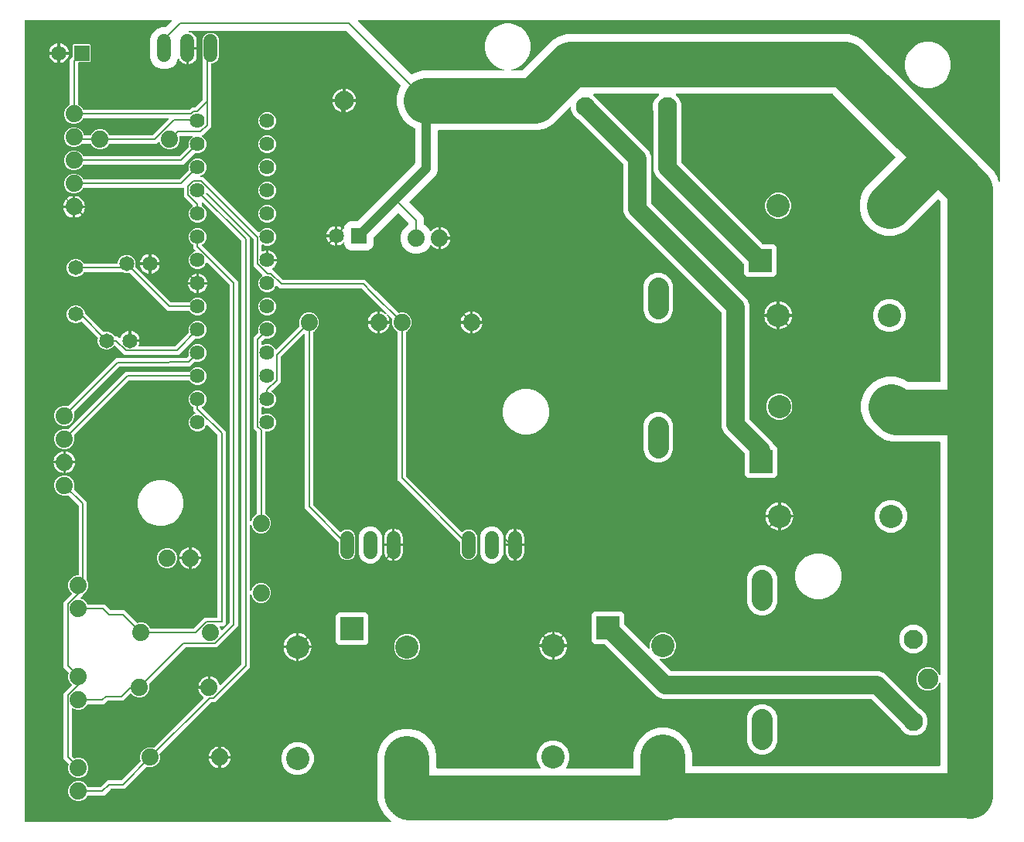
<source format=gbr>
G04 EAGLE Gerber RS-274X export*
G75*
%MOMM*%
%FSLAX34Y34*%
%LPD*%
%INTop Copper*%
%IPPOS*%
%AMOC8*
5,1,8,0,0,1.08239X$1,22.5*%
G01*
%ADD10C,1.879600*%
%ADD11R,1.651000X1.651000*%
%ADD12C,1.651000*%
%ADD13C,2.247900*%
%ADD14C,1.524000*%
%ADD15R,2.540000X2.540000*%
%ADD16C,2.540000*%
%ADD17C,2.100000*%
%ADD18C,1.625600*%
%ADD19C,0.152400*%
%ADD20C,1.000000*%
%ADD21C,5.000000*%
%ADD22C,4.600000*%
%ADD23C,4.900000*%
%ADD24C,2.250000*%
%ADD25C,2.000000*%

G36*
X391885Y10934D02*
X391885Y10934D01*
X391956Y10936D01*
X392005Y10954D01*
X392057Y10962D01*
X392120Y10996D01*
X392187Y11021D01*
X392228Y11053D01*
X392274Y11078D01*
X392323Y11130D01*
X392379Y11174D01*
X392408Y11218D01*
X392443Y11256D01*
X392474Y11321D01*
X392512Y11381D01*
X392525Y11432D01*
X392547Y11479D01*
X392555Y11550D01*
X392572Y11620D01*
X392568Y11672D01*
X392574Y11723D01*
X392559Y11794D01*
X392553Y11865D01*
X392533Y11913D01*
X392522Y11964D01*
X392485Y12025D01*
X392457Y12091D01*
X392412Y12147D01*
X392396Y12175D01*
X392378Y12190D01*
X392352Y12222D01*
X386726Y17848D01*
X384147Y20427D01*
X379918Y27752D01*
X377729Y35921D01*
X377729Y84829D01*
X379918Y92998D01*
X384147Y100323D01*
X390127Y106303D01*
X397452Y110532D01*
X405621Y112721D01*
X414079Y112721D01*
X422248Y110532D01*
X429573Y106303D01*
X435553Y100323D01*
X439782Y92998D01*
X441971Y84829D01*
X441971Y70382D01*
X441974Y70362D01*
X441972Y70343D01*
X441994Y70241D01*
X442010Y70139D01*
X442020Y70122D01*
X442024Y70102D01*
X442077Y70013D01*
X442126Y69922D01*
X442140Y69908D01*
X442150Y69891D01*
X442229Y69824D01*
X442304Y69752D01*
X442322Y69744D01*
X442337Y69731D01*
X442433Y69692D01*
X442527Y69649D01*
X442547Y69647D01*
X442565Y69639D01*
X442732Y69621D01*
X555146Y69621D01*
X555216Y69632D01*
X555288Y69634D01*
X555337Y69652D01*
X555388Y69660D01*
X555452Y69694D01*
X555519Y69719D01*
X555560Y69751D01*
X555606Y69776D01*
X555655Y69828D01*
X555711Y69872D01*
X555739Y69916D01*
X555775Y69954D01*
X555805Y70019D01*
X555844Y70079D01*
X555857Y70130D01*
X555879Y70177D01*
X555887Y70248D01*
X555904Y70318D01*
X555900Y70370D01*
X555906Y70421D01*
X555891Y70492D01*
X555885Y70563D01*
X555865Y70611D01*
X555854Y70662D01*
X555817Y70723D01*
X555789Y70789D01*
X555744Y70845D01*
X555727Y70873D01*
X555710Y70888D01*
X555684Y70920D01*
X554776Y71828D01*
X552069Y78363D01*
X552069Y85437D01*
X554776Y91972D01*
X559778Y96974D01*
X566313Y99681D01*
X573387Y99681D01*
X579922Y96974D01*
X584924Y91972D01*
X587631Y85437D01*
X587631Y78363D01*
X584924Y71828D01*
X584016Y70920D01*
X583974Y70862D01*
X583925Y70810D01*
X583903Y70763D01*
X583872Y70721D01*
X583851Y70652D01*
X583821Y70587D01*
X583815Y70535D01*
X583800Y70485D01*
X583802Y70414D01*
X583794Y70343D01*
X583805Y70292D01*
X583806Y70240D01*
X583831Y70172D01*
X583846Y70102D01*
X583873Y70057D01*
X583891Y70009D01*
X583936Y69953D01*
X583973Y69891D01*
X584012Y69857D01*
X584045Y69817D01*
X584105Y69778D01*
X584159Y69731D01*
X584208Y69712D01*
X584252Y69684D01*
X584321Y69666D01*
X584388Y69639D01*
X584459Y69631D01*
X584490Y69623D01*
X584513Y69625D01*
X584554Y69621D01*
X656968Y69621D01*
X656988Y69624D01*
X657007Y69622D01*
X657109Y69644D01*
X657211Y69660D01*
X657228Y69670D01*
X657248Y69674D01*
X657337Y69727D01*
X657428Y69776D01*
X657442Y69790D01*
X657459Y69800D01*
X657526Y69879D01*
X657598Y69954D01*
X657606Y69972D01*
X657619Y69987D01*
X657658Y70083D01*
X657701Y70177D01*
X657703Y70197D01*
X657711Y70215D01*
X657729Y70382D01*
X657729Y86129D01*
X659918Y94298D01*
X664147Y101623D01*
X670127Y107603D01*
X677452Y111832D01*
X685621Y114021D01*
X694079Y114021D01*
X702248Y111832D01*
X709573Y107603D01*
X715553Y101623D01*
X719782Y94298D01*
X721971Y86129D01*
X721971Y72882D01*
X721974Y72862D01*
X721972Y72843D01*
X721994Y72741D01*
X722010Y72639D01*
X722020Y72622D01*
X722024Y72602D01*
X722077Y72513D01*
X722126Y72422D01*
X722140Y72408D01*
X722150Y72391D01*
X722229Y72324D01*
X722304Y72252D01*
X722322Y72244D01*
X722337Y72231D01*
X722433Y72192D01*
X722527Y72149D01*
X722547Y72147D01*
X722565Y72139D01*
X722732Y72121D01*
X992696Y72121D01*
X992716Y72124D01*
X992735Y72122D01*
X992837Y72144D01*
X992939Y72160D01*
X992956Y72170D01*
X992976Y72174D01*
X993065Y72227D01*
X993156Y72276D01*
X993170Y72290D01*
X993187Y72300D01*
X993254Y72379D01*
X993326Y72454D01*
X993334Y72472D01*
X993347Y72487D01*
X993386Y72583D01*
X993429Y72677D01*
X993431Y72697D01*
X993439Y72715D01*
X993457Y72882D01*
X993457Y162780D01*
X993442Y162876D01*
X993432Y162973D01*
X993422Y162997D01*
X993418Y163022D01*
X993372Y163108D01*
X993332Y163197D01*
X993315Y163217D01*
X993302Y163240D01*
X993232Y163307D01*
X993166Y163379D01*
X993143Y163391D01*
X993124Y163409D01*
X993036Y163450D01*
X992950Y163497D01*
X992925Y163502D01*
X992901Y163513D01*
X992804Y163524D01*
X992708Y163541D01*
X992682Y163537D01*
X992657Y163540D01*
X992561Y163519D01*
X992465Y163505D01*
X992442Y163493D01*
X992416Y163488D01*
X992333Y163438D01*
X992246Y163394D01*
X992227Y163375D01*
X992205Y163361D01*
X992142Y163288D01*
X992074Y163218D01*
X992058Y163189D01*
X992045Y163175D01*
X992033Y163144D01*
X991993Y163071D01*
X990830Y160264D01*
X987236Y156670D01*
X982541Y154725D01*
X977459Y154725D01*
X972764Y156670D01*
X969170Y160264D01*
X967225Y164959D01*
X967225Y170041D01*
X969170Y174736D01*
X972764Y178330D01*
X977459Y180275D01*
X982541Y180275D01*
X987236Y178330D01*
X990830Y174736D01*
X991993Y171929D01*
X992044Y171846D01*
X992090Y171760D01*
X992108Y171742D01*
X992122Y171720D01*
X992198Y171658D01*
X992268Y171591D01*
X992292Y171580D01*
X992312Y171563D01*
X992403Y171528D01*
X992491Y171487D01*
X992517Y171484D01*
X992541Y171475D01*
X992639Y171471D01*
X992735Y171460D01*
X992761Y171466D01*
X992787Y171465D01*
X992881Y171492D01*
X992976Y171512D01*
X992998Y171526D01*
X993023Y171533D01*
X993103Y171589D01*
X993187Y171639D01*
X993204Y171658D01*
X993225Y171673D01*
X993284Y171751D01*
X993347Y171825D01*
X993357Y171850D01*
X993372Y171871D01*
X993402Y171963D01*
X993439Y172054D01*
X993442Y172086D01*
X993448Y172105D01*
X993448Y172138D01*
X993457Y172220D01*
X993457Y426618D01*
X993454Y426638D01*
X993456Y426657D01*
X993434Y426759D01*
X993418Y426861D01*
X993408Y426878D01*
X993404Y426898D01*
X993351Y426987D01*
X993302Y427078D01*
X993288Y427092D01*
X993278Y427109D01*
X993199Y427176D01*
X993124Y427248D01*
X993106Y427256D01*
X993091Y427269D01*
X992995Y427308D01*
X992901Y427351D01*
X992881Y427353D01*
X992863Y427361D01*
X992696Y427379D01*
X940855Y427379D01*
X932559Y429602D01*
X925120Y433897D01*
X913297Y445720D01*
X909002Y453159D01*
X906779Y461455D01*
X906779Y470045D01*
X909002Y478341D01*
X913297Y485780D01*
X919370Y491853D01*
X926809Y496148D01*
X935105Y498371D01*
X943695Y498371D01*
X951991Y496148D01*
X957923Y492723D01*
X958030Y492682D01*
X958137Y492639D01*
X958147Y492638D01*
X958153Y492636D01*
X958176Y492635D01*
X958304Y492621D01*
X992696Y492621D01*
X992716Y492624D01*
X992735Y492622D01*
X992837Y492644D01*
X992939Y492660D01*
X992956Y492670D01*
X992976Y492674D01*
X993065Y492727D01*
X993156Y492776D01*
X993170Y492790D01*
X993187Y492800D01*
X993254Y492879D01*
X993326Y492954D01*
X993334Y492972D01*
X993347Y492987D01*
X993386Y493083D01*
X993429Y493177D01*
X993431Y493197D01*
X993439Y493215D01*
X993457Y493382D01*
X993457Y690095D01*
X993443Y690185D01*
X993435Y690276D01*
X993423Y690306D01*
X993418Y690337D01*
X993375Y690418D01*
X993339Y690502D01*
X993313Y690534D01*
X993302Y690555D01*
X993279Y690577D01*
X993234Y690633D01*
X991713Y692154D01*
X991697Y692166D01*
X991685Y692181D01*
X991597Y692237D01*
X991514Y692298D01*
X991495Y692303D01*
X991478Y692314D01*
X991377Y692340D01*
X991278Y692370D01*
X991259Y692369D01*
X991239Y692374D01*
X991136Y692366D01*
X991033Y692364D01*
X991014Y692357D01*
X990994Y692355D01*
X990899Y692315D01*
X990802Y692279D01*
X990786Y692267D01*
X990768Y692259D01*
X990637Y692154D01*
X958130Y659647D01*
X950691Y655352D01*
X942395Y653129D01*
X933805Y653129D01*
X925509Y655352D01*
X918070Y659647D01*
X911997Y665720D01*
X907702Y673159D01*
X905479Y681455D01*
X905479Y690045D01*
X907702Y698341D01*
X911997Y705780D01*
X944504Y738287D01*
X944516Y738303D01*
X944531Y738315D01*
X944587Y738403D01*
X944648Y738486D01*
X944653Y738505D01*
X944664Y738522D01*
X944690Y738623D01*
X944720Y738722D01*
X944719Y738741D01*
X944724Y738761D01*
X944716Y738864D01*
X944714Y738967D01*
X944707Y738986D01*
X944705Y739006D01*
X944665Y739101D01*
X944629Y739198D01*
X944617Y739214D01*
X944609Y739232D01*
X944504Y739363D01*
X875765Y808102D01*
X875691Y808155D01*
X875622Y808215D01*
X875592Y808227D01*
X875566Y808246D01*
X875479Y808272D01*
X875394Y808307D01*
X875353Y808311D01*
X875330Y808318D01*
X875298Y808317D01*
X875227Y808325D01*
X704547Y808325D01*
X704477Y808313D01*
X704405Y808312D01*
X704356Y808294D01*
X704305Y808285D01*
X704241Y808252D01*
X704174Y808227D01*
X704133Y808195D01*
X704087Y808170D01*
X704038Y808118D01*
X703982Y808073D01*
X703954Y808030D01*
X703918Y807992D01*
X703888Y807927D01*
X703849Y807866D01*
X703836Y807816D01*
X703814Y807769D01*
X703806Y807697D01*
X703789Y807628D01*
X703793Y807576D01*
X703787Y807524D01*
X703802Y807454D01*
X703808Y807383D01*
X703828Y807335D01*
X703839Y807284D01*
X703876Y807222D01*
X703904Y807156D01*
X703949Y807100D01*
X703966Y807073D01*
X703983Y807058D01*
X704009Y807025D01*
X708009Y803026D01*
X710381Y797299D01*
X710381Y791101D01*
X709939Y790034D01*
X709924Y789970D01*
X709899Y789909D01*
X709890Y789826D01*
X709883Y789794D01*
X709884Y789775D01*
X709881Y789742D01*
X709881Y733612D01*
X709895Y733522D01*
X709903Y733431D01*
X709915Y733401D01*
X709920Y733369D01*
X709963Y733289D01*
X709999Y733205D01*
X710025Y733173D01*
X710036Y733152D01*
X710059Y733130D01*
X710104Y733074D01*
X799424Y643754D01*
X799498Y643701D01*
X799567Y643641D01*
X799597Y643629D01*
X799623Y643610D01*
X799710Y643583D01*
X799795Y643549D01*
X799836Y643545D01*
X799858Y643538D01*
X799891Y643539D01*
X799962Y643531D01*
X810905Y643531D01*
X813881Y640555D01*
X813881Y610945D01*
X810905Y607969D01*
X781295Y607969D01*
X778319Y610945D01*
X778319Y621888D01*
X778305Y621978D01*
X778297Y622069D01*
X778285Y622099D01*
X778280Y622131D01*
X778237Y622211D01*
X778201Y622295D01*
X778175Y622327D01*
X778164Y622348D01*
X778141Y622370D01*
X778096Y622426D01*
X686365Y714158D01*
X682015Y718507D01*
X679719Y724050D01*
X679719Y789742D01*
X679709Y789807D01*
X679708Y789872D01*
X679685Y789953D01*
X679680Y789985D01*
X679670Y790002D01*
X679661Y790034D01*
X679219Y791101D01*
X679219Y797299D01*
X681591Y803026D01*
X685591Y807025D01*
X685633Y807084D01*
X685682Y807136D01*
X685704Y807183D01*
X685735Y807225D01*
X685756Y807294D01*
X685786Y807359D01*
X685792Y807410D01*
X685807Y807460D01*
X685805Y807532D01*
X685813Y807603D01*
X685802Y807654D01*
X685801Y807706D01*
X685776Y807773D01*
X685761Y807844D01*
X685734Y807888D01*
X685716Y807937D01*
X685671Y807993D01*
X685634Y808055D01*
X685595Y808089D01*
X685562Y808129D01*
X685502Y808168D01*
X685448Y808215D01*
X685399Y808234D01*
X685355Y808262D01*
X685286Y808280D01*
X685219Y808307D01*
X685148Y808314D01*
X685117Y808322D01*
X685094Y808320D01*
X685053Y808325D01*
X614547Y808325D01*
X614477Y808313D01*
X614405Y808312D01*
X614356Y808294D01*
X614305Y808285D01*
X614241Y808252D01*
X614174Y808227D01*
X614133Y808195D01*
X614087Y808170D01*
X614038Y808118D01*
X613982Y808073D01*
X613954Y808030D01*
X613918Y807992D01*
X613888Y807927D01*
X613849Y807866D01*
X613836Y807816D01*
X613814Y807769D01*
X613806Y807697D01*
X613789Y807628D01*
X613793Y807576D01*
X613787Y807524D01*
X613802Y807454D01*
X613808Y807383D01*
X613828Y807335D01*
X613839Y807284D01*
X613876Y807222D01*
X613904Y807156D01*
X613949Y807100D01*
X613966Y807073D01*
X613983Y807058D01*
X614009Y807025D01*
X618009Y803026D01*
X618451Y801959D01*
X618485Y801903D01*
X618511Y801843D01*
X618563Y801778D01*
X618580Y801750D01*
X618595Y801737D01*
X618616Y801712D01*
X674505Y745823D01*
X676801Y740280D01*
X676801Y688819D01*
X676815Y688729D01*
X676823Y688638D01*
X676835Y688608D01*
X676840Y688577D01*
X676883Y688496D01*
X676919Y688412D01*
X676945Y688380D01*
X676956Y688359D01*
X676979Y688337D01*
X677024Y688281D01*
X777755Y587549D01*
X777756Y587549D01*
X782105Y583200D01*
X784401Y577657D01*
X784401Y452519D01*
X784415Y452429D01*
X784423Y452338D01*
X784435Y452309D01*
X784440Y452277D01*
X784483Y452196D01*
X784519Y452112D01*
X784545Y452080D01*
X784556Y452059D01*
X784579Y452037D01*
X784624Y451981D01*
X805835Y430769D01*
X805836Y430769D01*
X810185Y426420D01*
X811187Y424001D01*
X811248Y423901D01*
X811308Y423801D01*
X811313Y423797D01*
X811317Y423792D01*
X811407Y423717D01*
X811495Y423641D01*
X811501Y423639D01*
X811506Y423635D01*
X811614Y423593D01*
X811723Y423549D01*
X811731Y423548D01*
X811736Y423547D01*
X811754Y423546D01*
X811890Y423531D01*
X812205Y423531D01*
X815181Y420555D01*
X815181Y390945D01*
X812205Y387969D01*
X782595Y387969D01*
X779619Y390945D01*
X779619Y414015D01*
X779605Y414105D01*
X779597Y414196D01*
X779585Y414226D01*
X779580Y414258D01*
X779537Y414339D01*
X779501Y414423D01*
X779475Y414455D01*
X779464Y414475D01*
X779441Y414498D01*
X779396Y414554D01*
X756535Y437415D01*
X754239Y442958D01*
X754239Y568095D01*
X754225Y568185D01*
X754217Y568276D01*
X754205Y568306D01*
X754200Y568338D01*
X754157Y568419D01*
X754121Y568503D01*
X754095Y568535D01*
X754084Y568555D01*
X754061Y568578D01*
X754016Y568634D01*
X653285Y669365D01*
X653284Y669365D01*
X648935Y673715D01*
X646639Y679258D01*
X646639Y730718D01*
X646625Y730808D01*
X646617Y730899D01*
X646605Y730929D01*
X646600Y730961D01*
X646557Y731041D01*
X646521Y731125D01*
X646495Y731157D01*
X646484Y731178D01*
X646461Y731200D01*
X646416Y731256D01*
X597288Y780384D01*
X597235Y780422D01*
X597188Y780468D01*
X597115Y780509D01*
X597089Y780528D01*
X597070Y780533D01*
X597041Y780549D01*
X595974Y780991D01*
X591591Y785374D01*
X589219Y791101D01*
X589219Y793140D01*
X589208Y793211D01*
X589206Y793283D01*
X589188Y793332D01*
X589180Y793383D01*
X589146Y793446D01*
X589121Y793514D01*
X589089Y793554D01*
X589064Y793600D01*
X589012Y793650D01*
X588968Y793706D01*
X588924Y793734D01*
X588886Y793770D01*
X588821Y793800D01*
X588761Y793839D01*
X588710Y793851D01*
X588663Y793873D01*
X588592Y793881D01*
X588522Y793899D01*
X588470Y793895D01*
X588419Y793900D01*
X588348Y793885D01*
X588277Y793880D01*
X588229Y793859D01*
X588178Y793848D01*
X588117Y793811D01*
X588051Y793783D01*
X587995Y793739D01*
X587967Y793722D01*
X587952Y793704D01*
X587920Y793679D01*
X569138Y774897D01*
X561700Y770602D01*
X553403Y768379D01*
X444482Y768379D01*
X444462Y768376D01*
X444443Y768378D01*
X444341Y768356D01*
X444239Y768340D01*
X444222Y768330D01*
X444202Y768326D01*
X444113Y768273D01*
X444022Y768224D01*
X444008Y768210D01*
X443991Y768200D01*
X443924Y768121D01*
X443852Y768046D01*
X443844Y768028D01*
X443831Y768013D01*
X443792Y767917D01*
X443749Y767823D01*
X443747Y767803D01*
X443739Y767785D01*
X443721Y767618D01*
X443721Y724190D01*
X441799Y719551D01*
X438142Y715894D01*
X412590Y690342D01*
X412578Y690325D01*
X412563Y690313D01*
X412507Y690226D01*
X412446Y690142D01*
X412441Y690123D01*
X412430Y690106D01*
X412404Y690006D01*
X412374Y689907D01*
X412375Y689887D01*
X412370Y689868D01*
X412378Y689765D01*
X412380Y689661D01*
X412387Y689642D01*
X412389Y689622D01*
X412429Y689527D01*
X412465Y689430D01*
X412477Y689414D01*
X412485Y689396D01*
X412590Y689265D01*
X427107Y674748D01*
X428383Y671667D01*
X428383Y665457D01*
X428402Y665343D01*
X428419Y665226D01*
X428421Y665221D01*
X428422Y665215D01*
X428477Y665112D01*
X428530Y665007D01*
X428535Y665003D01*
X428538Y664997D01*
X428622Y664917D01*
X428706Y664835D01*
X428712Y664831D01*
X428716Y664828D01*
X428733Y664820D01*
X428853Y664754D01*
X429640Y664428D01*
X434428Y659640D01*
X435084Y658056D01*
X435108Y658017D01*
X435124Y657974D01*
X435172Y657913D01*
X435213Y657847D01*
X435249Y657818D01*
X435278Y657782D01*
X435343Y657740D01*
X435403Y657690D01*
X435446Y657674D01*
X435484Y657649D01*
X435560Y657630D01*
X435633Y657602D01*
X435678Y657600D01*
X435723Y657589D01*
X435800Y657595D01*
X435878Y657592D01*
X435922Y657605D01*
X435968Y657608D01*
X436040Y657639D01*
X436115Y657660D01*
X436152Y657687D01*
X436194Y657705D01*
X436301Y657790D01*
X436317Y657801D01*
X436320Y657805D01*
X436325Y657809D01*
X437622Y659106D01*
X439143Y660211D01*
X440817Y661064D01*
X442604Y661645D01*
X443877Y661846D01*
X443877Y650762D01*
X443880Y650742D01*
X443878Y650723D01*
X443900Y650621D01*
X443917Y650519D01*
X443926Y650502D01*
X443930Y650482D01*
X443983Y650393D01*
X444032Y650302D01*
X444046Y650288D01*
X444056Y650271D01*
X444135Y650204D01*
X444210Y650133D01*
X444228Y650124D01*
X444243Y650111D01*
X444339Y650073D01*
X444433Y650029D01*
X444453Y650027D01*
X444471Y650019D01*
X444638Y650001D01*
X445401Y650001D01*
X445401Y649999D01*
X444638Y649999D01*
X444618Y649996D01*
X444599Y649998D01*
X444497Y649976D01*
X444395Y649959D01*
X444378Y649950D01*
X444358Y649946D01*
X444269Y649893D01*
X444178Y649844D01*
X444164Y649830D01*
X444147Y649820D01*
X444080Y649741D01*
X444009Y649666D01*
X444000Y649648D01*
X443987Y649633D01*
X443948Y649537D01*
X443905Y649443D01*
X443903Y649423D01*
X443895Y649405D01*
X443877Y649238D01*
X443877Y638154D01*
X442604Y638355D01*
X440817Y638936D01*
X439143Y639789D01*
X437622Y640894D01*
X436325Y642191D01*
X436288Y642217D01*
X436257Y642251D01*
X436189Y642289D01*
X436126Y642334D01*
X436082Y642348D01*
X436042Y642370D01*
X435965Y642384D01*
X435891Y642407D01*
X435845Y642405D01*
X435800Y642413D01*
X435723Y642402D01*
X435645Y642400D01*
X435602Y642384D01*
X435556Y642378D01*
X435487Y642342D01*
X435414Y642316D01*
X435378Y642287D01*
X435337Y642266D01*
X435282Y642211D01*
X435222Y642162D01*
X435197Y642123D01*
X435165Y642091D01*
X435099Y641971D01*
X435089Y641955D01*
X435087Y641950D01*
X435084Y641944D01*
X434428Y640360D01*
X429640Y635572D01*
X423385Y632981D01*
X416615Y632981D01*
X410360Y635572D01*
X405572Y640360D01*
X402981Y646615D01*
X402981Y653385D01*
X405572Y659640D01*
X410360Y664428D01*
X411147Y664754D01*
X411247Y664816D01*
X411347Y664876D01*
X411351Y664880D01*
X411356Y664884D01*
X411431Y664974D01*
X411507Y665062D01*
X411509Y665068D01*
X411513Y665073D01*
X411555Y665182D01*
X411599Y665291D01*
X411600Y665298D01*
X411601Y665303D01*
X411602Y665321D01*
X411617Y665457D01*
X411617Y666212D01*
X411603Y666303D01*
X411595Y666393D01*
X411583Y666423D01*
X411578Y666455D01*
X411535Y666536D01*
X411499Y666620D01*
X411473Y666652D01*
X411462Y666673D01*
X411439Y666695D01*
X411394Y666751D01*
X400735Y677410D01*
X400719Y677422D01*
X400706Y677437D01*
X400619Y677493D01*
X400535Y677554D01*
X400516Y677559D01*
X400499Y677570D01*
X400399Y677596D01*
X400300Y677626D01*
X400280Y677625D01*
X400261Y677630D01*
X400158Y677622D01*
X400054Y677620D01*
X400035Y677613D01*
X400016Y677611D01*
X399921Y677571D01*
X399823Y677535D01*
X399808Y677523D01*
X399789Y677515D01*
X399658Y677410D01*
X373299Y651050D01*
X373246Y650976D01*
X373186Y650907D01*
X373174Y650877D01*
X373155Y650851D01*
X373128Y650764D01*
X373094Y650679D01*
X373090Y650638D01*
X373083Y650615D01*
X373084Y650583D01*
X373076Y650512D01*
X373076Y643029D01*
X371916Y640228D01*
X369772Y638084D01*
X366971Y636924D01*
X347429Y636924D01*
X344628Y638084D01*
X342484Y640228D01*
X341324Y643029D01*
X341324Y644819D01*
X341313Y644890D01*
X341311Y644961D01*
X341293Y645010D01*
X341285Y645062D01*
X341251Y645125D01*
X341226Y645192D01*
X341194Y645233D01*
X341169Y645279D01*
X341117Y645328D01*
X341073Y645384D01*
X341029Y645413D01*
X340991Y645448D01*
X340926Y645479D01*
X340866Y645517D01*
X340815Y645530D01*
X340768Y645552D01*
X340697Y645560D01*
X340627Y645578D01*
X340575Y645573D01*
X340524Y645579D01*
X340453Y645564D01*
X340382Y645558D01*
X340334Y645538D01*
X340283Y645527D01*
X340222Y645490D01*
X340156Y645462D01*
X340100Y645417D01*
X340072Y645401D01*
X340057Y645383D01*
X340025Y645357D01*
X339233Y644565D01*
X337858Y643567D01*
X336344Y642795D01*
X334728Y642270D01*
X333723Y642111D01*
X333723Y652038D01*
X333720Y652058D01*
X333722Y652077D01*
X333700Y652179D01*
X333683Y652281D01*
X333674Y652298D01*
X333670Y652318D01*
X333617Y652407D01*
X333568Y652498D01*
X333554Y652512D01*
X333544Y652529D01*
X333465Y652596D01*
X333390Y652667D01*
X333372Y652676D01*
X333357Y652689D01*
X333261Y652727D01*
X333167Y652771D01*
X333147Y652773D01*
X333129Y652781D01*
X332962Y652799D01*
X332199Y652799D01*
X332199Y652801D01*
X332962Y652801D01*
X332982Y652804D01*
X333001Y652802D01*
X333103Y652824D01*
X333205Y652841D01*
X333222Y652850D01*
X333242Y652854D01*
X333331Y652907D01*
X333422Y652956D01*
X333436Y652970D01*
X333453Y652980D01*
X333520Y653059D01*
X333591Y653134D01*
X333600Y653152D01*
X333613Y653167D01*
X333652Y653263D01*
X333695Y653357D01*
X333697Y653377D01*
X333705Y653395D01*
X333723Y653562D01*
X333723Y663489D01*
X334728Y663330D01*
X336344Y662805D01*
X337858Y662033D01*
X339233Y661035D01*
X340025Y660243D01*
X340083Y660201D01*
X340135Y660152D01*
X340182Y660130D01*
X340224Y660099D01*
X340293Y660078D01*
X340358Y660048D01*
X340410Y660042D01*
X340460Y660027D01*
X340531Y660029D01*
X340602Y660021D01*
X340653Y660032D01*
X340705Y660033D01*
X340773Y660058D01*
X340843Y660073D01*
X340888Y660100D01*
X340936Y660118D01*
X340992Y660163D01*
X341054Y660199D01*
X341088Y660239D01*
X341128Y660271D01*
X341167Y660332D01*
X341214Y660386D01*
X341233Y660434D01*
X341261Y660478D01*
X341279Y660548D01*
X341306Y660614D01*
X341314Y660686D01*
X341322Y660717D01*
X341320Y660740D01*
X341324Y660781D01*
X341324Y662571D01*
X342484Y665372D01*
X344628Y667516D01*
X347429Y668676D01*
X354912Y668676D01*
X355002Y668690D01*
X355093Y668698D01*
X355123Y668710D01*
X355155Y668715D01*
X355235Y668758D01*
X355319Y668794D01*
X355351Y668820D01*
X355372Y668831D01*
X355394Y668854D01*
X355450Y668899D01*
X386394Y699842D01*
X418256Y731705D01*
X418309Y731779D01*
X418369Y731848D01*
X418381Y731878D01*
X418400Y731904D01*
X418427Y731991D01*
X418461Y732076D01*
X418465Y732117D01*
X418472Y732140D01*
X418471Y732172D01*
X418479Y732243D01*
X418479Y770180D01*
X418468Y770247D01*
X418467Y770314D01*
X418449Y770367D01*
X418440Y770423D01*
X418408Y770482D01*
X418385Y770546D01*
X418351Y770590D01*
X418324Y770640D01*
X418276Y770686D01*
X418234Y770740D01*
X418170Y770787D01*
X418146Y770809D01*
X418127Y770818D01*
X418099Y770839D01*
X411070Y774897D01*
X404997Y780970D01*
X400702Y788409D01*
X398479Y796705D01*
X398479Y805295D01*
X400702Y813591D01*
X402589Y816858D01*
X402604Y816899D01*
X402628Y816936D01*
X402647Y817014D01*
X402676Y817088D01*
X402677Y817132D01*
X402688Y817175D01*
X402682Y817254D01*
X402685Y817334D01*
X402672Y817376D01*
X402669Y817420D01*
X402638Y817493D01*
X402615Y817570D01*
X402590Y817606D01*
X402573Y817646D01*
X402481Y817760D01*
X402474Y817771D01*
X402471Y817773D01*
X402468Y817777D01*
X343125Y877120D01*
X343051Y877173D01*
X342981Y877233D01*
X342951Y877245D01*
X342925Y877264D01*
X342838Y877291D01*
X342753Y877325D01*
X342712Y877329D01*
X342690Y877336D01*
X342658Y877335D01*
X342586Y877343D01*
X171369Y877343D01*
X171306Y877333D01*
X171243Y877333D01*
X171186Y877313D01*
X171127Y877304D01*
X171070Y877274D01*
X171010Y877253D01*
X170962Y877216D01*
X170909Y877188D01*
X170865Y877142D01*
X170815Y877103D01*
X170781Y877054D01*
X170740Y877010D01*
X170713Y876952D01*
X170677Y876899D01*
X170662Y876841D01*
X170636Y876787D01*
X170629Y876723D01*
X170612Y876662D01*
X170616Y876602D01*
X170609Y876543D01*
X170623Y876480D01*
X170626Y876416D01*
X170649Y876361D01*
X170661Y876302D01*
X170694Y876247D01*
X170718Y876188D01*
X170757Y876143D01*
X170788Y876091D01*
X170836Y876050D01*
X170878Y876001D01*
X170929Y875970D01*
X170975Y875931D01*
X171034Y875907D01*
X171089Y875874D01*
X171172Y875852D01*
X171203Y875839D01*
X171227Y875837D01*
X171250Y875830D01*
X171879Y875731D01*
X173400Y875236D01*
X174825Y874510D01*
X176119Y873570D01*
X177250Y872439D01*
X178190Y871145D01*
X178916Y869720D01*
X179411Y868199D01*
X179661Y866620D01*
X179661Y859723D01*
X170262Y859723D01*
X170242Y859720D01*
X170223Y859722D01*
X170121Y859700D01*
X170019Y859683D01*
X170002Y859674D01*
X169982Y859670D01*
X169893Y859617D01*
X169802Y859568D01*
X169788Y859554D01*
X169771Y859544D01*
X169704Y859465D01*
X169633Y859390D01*
X169624Y859372D01*
X169611Y859357D01*
X169573Y859261D01*
X169529Y859167D01*
X169527Y859147D01*
X169519Y859129D01*
X169501Y858962D01*
X169501Y858199D01*
X168738Y858199D01*
X168718Y858196D01*
X168699Y858198D01*
X168597Y858176D01*
X168495Y858159D01*
X168478Y858150D01*
X168458Y858146D01*
X168369Y858093D01*
X168278Y858044D01*
X168264Y858030D01*
X168247Y858020D01*
X168180Y857941D01*
X168109Y857866D01*
X168100Y857848D01*
X168087Y857833D01*
X168048Y857737D01*
X168005Y857643D01*
X168003Y857623D01*
X167995Y857605D01*
X167977Y857438D01*
X167977Y840534D01*
X167121Y840669D01*
X165600Y841164D01*
X164175Y841890D01*
X162881Y842830D01*
X161750Y843961D01*
X160810Y845255D01*
X160225Y846402D01*
X160200Y846436D01*
X160183Y846474D01*
X160128Y846534D01*
X160079Y846600D01*
X160045Y846625D01*
X160017Y846655D01*
X159945Y846695D01*
X159878Y846742D01*
X159838Y846754D01*
X159801Y846774D01*
X159721Y846789D01*
X159642Y846812D01*
X159601Y846810D01*
X159559Y846818D01*
X159478Y846806D01*
X159397Y846803D01*
X159357Y846788D01*
X159316Y846782D01*
X159243Y846745D01*
X159166Y846716D01*
X159134Y846690D01*
X159097Y846670D01*
X159039Y846612D01*
X158976Y846560D01*
X158954Y846525D01*
X158924Y846495D01*
X158850Y846359D01*
X158845Y846352D01*
X158845Y846350D01*
X158843Y846348D01*
X157020Y841947D01*
X152733Y837660D01*
X147132Y835339D01*
X141068Y835339D01*
X135467Y837660D01*
X131180Y841947D01*
X128859Y847548D01*
X128859Y868852D01*
X131180Y874453D01*
X135467Y878740D01*
X141068Y881061D01*
X144790Y881061D01*
X144881Y881075D01*
X144971Y881083D01*
X145001Y881095D01*
X145033Y881100D01*
X145114Y881143D01*
X145198Y881179D01*
X145230Y881205D01*
X145251Y881216D01*
X145273Y881239D01*
X145329Y881284D01*
X151823Y887778D01*
X151865Y887836D01*
X151914Y887888D01*
X151936Y887935D01*
X151966Y887977D01*
X151987Y888046D01*
X152018Y888111D01*
X152023Y888163D01*
X152039Y888213D01*
X152037Y888284D01*
X152045Y888355D01*
X152034Y888406D01*
X152032Y888458D01*
X152008Y888526D01*
X151992Y888596D01*
X151966Y888641D01*
X151948Y888689D01*
X151903Y888745D01*
X151866Y888807D01*
X151827Y888841D01*
X151794Y888881D01*
X151734Y888920D01*
X151679Y888967D01*
X151631Y888986D01*
X151587Y889014D01*
X151518Y889032D01*
X151451Y889059D01*
X151380Y889067D01*
X151349Y889075D01*
X151325Y889073D01*
X151284Y889077D01*
X-8316Y889077D01*
X-8336Y889074D01*
X-8355Y889076D01*
X-8457Y889054D01*
X-8559Y889038D01*
X-8576Y889028D01*
X-8596Y889024D01*
X-8685Y888971D01*
X-8776Y888922D01*
X-8790Y888908D01*
X-8807Y888898D01*
X-8874Y888819D01*
X-8946Y888744D01*
X-8954Y888726D01*
X-8967Y888711D01*
X-9006Y888615D01*
X-9049Y888521D01*
X-9051Y888501D01*
X-9059Y888483D01*
X-9077Y888316D01*
X-9077Y11684D01*
X-9074Y11664D01*
X-9076Y11645D01*
X-9054Y11543D01*
X-9038Y11441D01*
X-9028Y11424D01*
X-9024Y11404D01*
X-8971Y11315D01*
X-8922Y11224D01*
X-8908Y11210D01*
X-8898Y11193D01*
X-8819Y11126D01*
X-8744Y11054D01*
X-8726Y11046D01*
X-8711Y11033D01*
X-8615Y10994D01*
X-8521Y10951D01*
X-8501Y10949D01*
X-8483Y10941D01*
X-8316Y10923D01*
X391814Y10923D01*
X391885Y10934D01*
G37*
G36*
X1058332Y711829D02*
X1058332Y711829D01*
X1058355Y711826D01*
X1058453Y711847D01*
X1058551Y711862D01*
X1058572Y711873D01*
X1058596Y711878D01*
X1058681Y711929D01*
X1058770Y711975D01*
X1058786Y711992D01*
X1058807Y712004D01*
X1058872Y712080D01*
X1058941Y712151D01*
X1058951Y712173D01*
X1058967Y712191D01*
X1059004Y712284D01*
X1059047Y712373D01*
X1059050Y712397D01*
X1059059Y712419D01*
X1059077Y712586D01*
X1059077Y888316D01*
X1059074Y888336D01*
X1059076Y888355D01*
X1059054Y888457D01*
X1059038Y888559D01*
X1059028Y888576D01*
X1059024Y888596D01*
X1058971Y888685D01*
X1058922Y888776D01*
X1058908Y888790D01*
X1058898Y888807D01*
X1058819Y888874D01*
X1058744Y888946D01*
X1058726Y888954D01*
X1058711Y888967D01*
X1058615Y889006D01*
X1058521Y889049D01*
X1058501Y889051D01*
X1058483Y889059D01*
X1058316Y889077D01*
X356716Y889077D01*
X356645Y889066D01*
X356573Y889064D01*
X356524Y889046D01*
X356473Y889038D01*
X356409Y889004D01*
X356342Y888979D01*
X356301Y888947D01*
X356255Y888922D01*
X356206Y888870D01*
X356150Y888826D01*
X356122Y888782D01*
X356086Y888744D01*
X356056Y888679D01*
X356017Y888619D01*
X356004Y888568D01*
X355982Y888521D01*
X355974Y888450D01*
X355957Y888380D01*
X355961Y888328D01*
X355955Y888277D01*
X355971Y888206D01*
X355976Y888135D01*
X355996Y888087D01*
X356008Y888036D01*
X356044Y887975D01*
X356072Y887909D01*
X356117Y887853D01*
X356134Y887825D01*
X356152Y887810D01*
X356177Y887778D01*
X414323Y829632D01*
X414358Y829607D01*
X414388Y829574D01*
X414458Y829535D01*
X414522Y829489D01*
X414564Y829476D01*
X414603Y829455D01*
X414681Y829440D01*
X414758Y829416D01*
X414801Y829418D01*
X414844Y829410D01*
X414924Y829421D01*
X415003Y829423D01*
X415045Y829438D01*
X415088Y829444D01*
X415222Y829503D01*
X415234Y829507D01*
X415237Y829509D01*
X415242Y829511D01*
X418509Y831398D01*
X426805Y833621D01*
X515453Y833621D01*
X515477Y833625D01*
X515501Y833622D01*
X515598Y833644D01*
X515696Y833660D01*
X515717Y833672D01*
X515740Y833677D01*
X515825Y833729D01*
X515913Y833776D01*
X515930Y833793D01*
X515950Y833806D01*
X516014Y833882D01*
X516082Y833954D01*
X516093Y833976D01*
X516108Y833994D01*
X516144Y834087D01*
X516186Y834177D01*
X516189Y834201D01*
X516198Y834223D01*
X516202Y834323D01*
X516213Y834421D01*
X516208Y834445D01*
X516209Y834469D01*
X516182Y834565D01*
X516161Y834662D01*
X516149Y834682D01*
X516142Y834706D01*
X516086Y834788D01*
X516035Y834873D01*
X516016Y834889D01*
X516003Y834908D01*
X515923Y834968D01*
X515848Y835033D01*
X515825Y835042D01*
X515806Y835056D01*
X515650Y835117D01*
X510288Y836554D01*
X504551Y839866D01*
X499866Y844551D01*
X496554Y850288D01*
X494839Y856688D01*
X494839Y863312D01*
X496554Y869712D01*
X499866Y875449D01*
X504551Y880134D01*
X510288Y883446D01*
X516688Y885161D01*
X523312Y885161D01*
X529712Y883446D01*
X535449Y880134D01*
X540134Y875449D01*
X543446Y869712D01*
X545161Y863312D01*
X545161Y856688D01*
X543446Y850288D01*
X540134Y844551D01*
X535449Y839866D01*
X529712Y836554D01*
X524350Y835117D01*
X524328Y835107D01*
X524304Y835103D01*
X524216Y835057D01*
X524126Y835016D01*
X524108Y835000D01*
X524087Y834988D01*
X524018Y834916D01*
X523946Y834849D01*
X523934Y834828D01*
X523918Y834810D01*
X523876Y834720D01*
X523828Y834633D01*
X523824Y834609D01*
X523814Y834587D01*
X523803Y834488D01*
X523786Y834390D01*
X523789Y834366D01*
X523787Y834343D01*
X523808Y834246D01*
X523823Y834147D01*
X523834Y834126D01*
X523839Y834102D01*
X523890Y834017D01*
X523936Y833928D01*
X523953Y833912D01*
X523965Y833891D01*
X524041Y833826D01*
X524112Y833757D01*
X524134Y833747D01*
X524152Y833731D01*
X524245Y833694D01*
X524334Y833651D01*
X524358Y833648D01*
X524380Y833639D01*
X524547Y833621D01*
X535281Y833621D01*
X535371Y833635D01*
X535462Y833643D01*
X535492Y833655D01*
X535524Y833660D01*
X535605Y833703D01*
X535689Y833739D01*
X535721Y833765D01*
X535741Y833776D01*
X535764Y833799D01*
X535820Y833844D01*
X569025Y867049D01*
X576463Y871343D01*
X584760Y873566D01*
X893349Y873566D01*
X901645Y871343D01*
X909084Y867049D01*
X1052181Y723952D01*
X1056476Y716513D01*
X1057581Y712389D01*
X1057591Y712367D01*
X1057595Y712343D01*
X1057641Y712256D01*
X1057682Y712165D01*
X1057698Y712147D01*
X1057710Y712126D01*
X1057782Y712058D01*
X1057849Y711985D01*
X1057870Y711973D01*
X1057888Y711957D01*
X1057978Y711915D01*
X1058065Y711867D01*
X1058089Y711863D01*
X1058111Y711853D01*
X1058210Y711842D01*
X1058308Y711825D01*
X1058332Y711829D01*
G37*
%LPC*%
G36*
X47827Y33677D02*
X47827Y33677D01*
X43813Y35340D01*
X40740Y38413D01*
X39077Y42427D01*
X39077Y46773D01*
X40740Y50787D01*
X43813Y53860D01*
X47827Y55523D01*
X52173Y55523D01*
X56187Y53860D01*
X59260Y50787D01*
X59734Y49643D01*
X59796Y49543D01*
X59855Y49443D01*
X59860Y49439D01*
X59864Y49434D01*
X59954Y49359D01*
X60042Y49283D01*
X60048Y49281D01*
X60053Y49277D01*
X60161Y49235D01*
X60271Y49191D01*
X60278Y49190D01*
X60283Y49189D01*
X60301Y49188D01*
X60437Y49173D01*
X74091Y49173D01*
X74181Y49187D01*
X74272Y49195D01*
X74301Y49207D01*
X74333Y49212D01*
X74414Y49255D01*
X74498Y49291D01*
X74530Y49317D01*
X74551Y49328D01*
X74573Y49351D01*
X74629Y49396D01*
X78604Y53371D01*
X81506Y56273D01*
X96291Y56273D01*
X96381Y56287D01*
X96472Y56295D01*
X96501Y56307D01*
X96533Y56312D01*
X96614Y56355D01*
X96698Y56391D01*
X96730Y56417D01*
X96751Y56428D01*
X96773Y56451D01*
X96829Y56496D01*
X117886Y77553D01*
X117955Y77648D01*
X118024Y77742D01*
X118026Y77748D01*
X118030Y77753D01*
X118064Y77864D01*
X118100Y77976D01*
X118100Y77982D01*
X118102Y77988D01*
X118099Y78105D01*
X118098Y78222D01*
X118096Y78229D01*
X118096Y78234D01*
X118090Y78251D01*
X118051Y78383D01*
X117577Y79527D01*
X117577Y83873D01*
X119240Y87887D01*
X122313Y90960D01*
X126327Y92623D01*
X130673Y92623D01*
X131817Y92149D01*
X131931Y92122D01*
X132044Y92093D01*
X132051Y92094D01*
X132057Y92092D01*
X132173Y92103D01*
X132290Y92113D01*
X132295Y92115D01*
X132302Y92116D01*
X132410Y92164D01*
X132516Y92209D01*
X132522Y92213D01*
X132526Y92216D01*
X132540Y92228D01*
X132647Y92314D01*
X187148Y146815D01*
X187158Y146828D01*
X187170Y146838D01*
X187229Y146928D01*
X187292Y147015D01*
X187296Y147030D01*
X187305Y147043D01*
X187332Y147147D01*
X187364Y147250D01*
X187364Y147266D01*
X187368Y147281D01*
X187361Y147389D01*
X187358Y147496D01*
X187352Y147511D01*
X187351Y147527D01*
X187310Y147626D01*
X187273Y147727D01*
X187263Y147739D01*
X187257Y147754D01*
X187187Y147835D01*
X187120Y147919D01*
X187106Y147927D01*
X187096Y147939D01*
X186955Y148032D01*
X186843Y148089D01*
X185322Y149194D01*
X183994Y150522D01*
X182889Y152043D01*
X182036Y153717D01*
X181455Y155504D01*
X181254Y156777D01*
X192338Y156777D01*
X192358Y156780D01*
X192377Y156778D01*
X192479Y156800D01*
X192581Y156817D01*
X192598Y156826D01*
X192618Y156830D01*
X192707Y156883D01*
X192798Y156932D01*
X192812Y156946D01*
X192829Y156956D01*
X192896Y157035D01*
X192967Y157110D01*
X192976Y157128D01*
X192989Y157143D01*
X193027Y157239D01*
X193071Y157333D01*
X193073Y157353D01*
X193081Y157371D01*
X193099Y157538D01*
X193099Y158301D01*
X193862Y158301D01*
X193882Y158304D01*
X193901Y158302D01*
X194003Y158324D01*
X194105Y158341D01*
X194122Y158350D01*
X194142Y158354D01*
X194231Y158407D01*
X194322Y158456D01*
X194336Y158470D01*
X194353Y158480D01*
X194420Y158559D01*
X194491Y158634D01*
X194500Y158652D01*
X194513Y158667D01*
X194552Y158763D01*
X194595Y158857D01*
X194597Y158877D01*
X194605Y158895D01*
X194623Y159062D01*
X194623Y170146D01*
X195896Y169945D01*
X197683Y169364D01*
X199357Y168511D01*
X200878Y167406D01*
X202206Y166078D01*
X203311Y164557D01*
X204164Y162883D01*
X204657Y161366D01*
X204692Y161298D01*
X204718Y161227D01*
X204748Y161190D01*
X204770Y161147D01*
X204824Y161094D01*
X204871Y161035D01*
X204912Y161009D01*
X204946Y160976D01*
X205015Y160943D01*
X205078Y160902D01*
X205125Y160891D01*
X205168Y160870D01*
X205244Y160861D01*
X205317Y160842D01*
X205365Y160846D01*
X205413Y160840D01*
X205487Y160855D01*
X205562Y160861D01*
X205606Y160880D01*
X205653Y160890D01*
X205719Y160928D01*
X205788Y160958D01*
X205839Y160998D01*
X205866Y161014D01*
X205883Y161033D01*
X205919Y161062D01*
X228252Y183395D01*
X228305Y183469D01*
X228365Y183539D01*
X228377Y183569D01*
X228396Y183595D01*
X228423Y183682D01*
X228457Y183767D01*
X228461Y183808D01*
X228468Y183830D01*
X228467Y183862D01*
X228475Y183934D01*
X228475Y646770D01*
X228461Y646860D01*
X228453Y646951D01*
X228441Y646981D01*
X228436Y647013D01*
X228393Y647094D01*
X228357Y647178D01*
X228331Y647210D01*
X228320Y647230D01*
X228297Y647253D01*
X228252Y647308D01*
X186272Y689289D01*
X186214Y689330D01*
X186162Y689380D01*
X186115Y689402D01*
X186073Y689432D01*
X186004Y689453D01*
X185939Y689483D01*
X185887Y689489D01*
X185837Y689504D01*
X185766Y689503D01*
X185695Y689510D01*
X185644Y689499D01*
X185592Y689498D01*
X185524Y689473D01*
X185454Y689458D01*
X185409Y689432D01*
X185361Y689414D01*
X185305Y689369D01*
X185243Y689332D01*
X185209Y689292D01*
X185169Y689260D01*
X185130Y689200D01*
X185083Y689145D01*
X185064Y689097D01*
X185036Y689053D01*
X185018Y688984D01*
X184991Y688917D01*
X184983Y688846D01*
X184975Y688814D01*
X184977Y688791D01*
X184973Y688750D01*
X184973Y685963D01*
X184991Y685848D01*
X185009Y685732D01*
X185011Y685726D01*
X185012Y685720D01*
X185067Y685617D01*
X185120Y685512D01*
X185125Y685508D01*
X185128Y685502D01*
X185212Y685422D01*
X185296Y685340D01*
X185302Y685337D01*
X185306Y685333D01*
X185323Y685325D01*
X185443Y685259D01*
X185868Y685083D01*
X188583Y682368D01*
X190053Y678820D01*
X190053Y674980D01*
X188583Y671432D01*
X185868Y668717D01*
X182320Y667247D01*
X178480Y667247D01*
X174932Y668717D01*
X172217Y671432D01*
X170747Y674980D01*
X170747Y678820D01*
X172217Y682368D01*
X175011Y685162D01*
X175023Y685178D01*
X175039Y685191D01*
X175095Y685278D01*
X175155Y685362D01*
X175161Y685381D01*
X175172Y685398D01*
X175197Y685498D01*
X175227Y685597D01*
X175227Y685617D01*
X175232Y685636D01*
X175224Y685739D01*
X175221Y685843D01*
X175214Y685862D01*
X175212Y685882D01*
X175172Y685976D01*
X175136Y686074D01*
X175124Y686090D01*
X175116Y686108D01*
X175011Y686239D01*
X165413Y695837D01*
X165413Y704566D01*
X165410Y704586D01*
X165412Y704605D01*
X165390Y704707D01*
X165374Y704809D01*
X165364Y704826D01*
X165360Y704846D01*
X165307Y704935D01*
X165258Y705026D01*
X165244Y705040D01*
X165234Y705057D01*
X165155Y705124D01*
X165080Y705196D01*
X165062Y705204D01*
X165047Y705217D01*
X164951Y705256D01*
X164857Y705299D01*
X164837Y705301D01*
X164819Y705309D01*
X164652Y705327D01*
X55637Y705327D01*
X55522Y705308D01*
X55406Y705291D01*
X55401Y705289D01*
X55394Y705288D01*
X55292Y705233D01*
X55187Y705180D01*
X55183Y705175D01*
X55177Y705172D01*
X55097Y705088D01*
X55015Y705004D01*
X55011Y704998D01*
X55008Y704994D01*
X55000Y704977D01*
X54934Y704857D01*
X54460Y703713D01*
X51387Y700640D01*
X47373Y698977D01*
X43027Y698977D01*
X39013Y700640D01*
X35940Y703713D01*
X34277Y707727D01*
X34277Y712073D01*
X35940Y716087D01*
X39013Y719160D01*
X43027Y720823D01*
X47373Y720823D01*
X51387Y719160D01*
X54460Y716087D01*
X54934Y714943D01*
X54996Y714843D01*
X55055Y714743D01*
X55060Y714739D01*
X55064Y714734D01*
X55154Y714659D01*
X55242Y714583D01*
X55248Y714581D01*
X55253Y714577D01*
X55361Y714535D01*
X55471Y714491D01*
X55478Y714490D01*
X55483Y714489D01*
X55501Y714488D01*
X55637Y714473D01*
X160391Y714473D01*
X160481Y714487D01*
X160572Y714495D01*
X160601Y714507D01*
X160633Y714512D01*
X160714Y714555D01*
X160798Y714591D01*
X160830Y714617D01*
X160851Y714628D01*
X160873Y714651D01*
X160929Y714696D01*
X170758Y724525D01*
X170826Y724620D01*
X170896Y724714D01*
X170898Y724720D01*
X170902Y724725D01*
X170936Y724836D01*
X170972Y724948D01*
X170972Y724954D01*
X170974Y724960D01*
X170971Y725077D01*
X170970Y725194D01*
X170968Y725201D01*
X170968Y725206D01*
X170961Y725223D01*
X170923Y725355D01*
X170747Y725780D01*
X170747Y729620D01*
X172217Y733168D01*
X174932Y735883D01*
X178480Y737353D01*
X182320Y737353D01*
X185868Y735883D01*
X188583Y733168D01*
X190053Y729620D01*
X190053Y725780D01*
X188583Y722232D01*
X185868Y719517D01*
X184020Y718751D01*
X183937Y718700D01*
X183851Y718654D01*
X183833Y718636D01*
X183811Y718622D01*
X183748Y718546D01*
X183681Y718476D01*
X183670Y718452D01*
X183654Y718432D01*
X183619Y718341D01*
X183578Y718253D01*
X183575Y718227D01*
X183566Y718203D01*
X183561Y718105D01*
X183551Y718009D01*
X183556Y717983D01*
X183555Y717957D01*
X183582Y717863D01*
X183603Y717768D01*
X183616Y717746D01*
X183624Y717721D01*
X183679Y717641D01*
X183729Y717557D01*
X183749Y717540D01*
X183764Y717519D01*
X183842Y717460D01*
X183916Y717397D01*
X183940Y717387D01*
X183961Y717372D01*
X184054Y717342D01*
X184144Y717305D01*
X184177Y717302D01*
X184195Y717296D01*
X184228Y717296D01*
X184311Y717287D01*
X186608Y717287D01*
X247175Y656720D01*
X247212Y656693D01*
X247243Y656659D01*
X247311Y656621D01*
X247375Y656576D01*
X247418Y656563D01*
X247459Y656540D01*
X247535Y656527D01*
X247610Y656504D01*
X247655Y656505D01*
X247701Y656497D01*
X247778Y656508D01*
X247855Y656510D01*
X247899Y656526D01*
X247944Y656533D01*
X248013Y656568D01*
X248086Y656595D01*
X248122Y656623D01*
X248163Y656644D01*
X248218Y656700D01*
X248279Y656748D01*
X248303Y656787D01*
X248336Y656820D01*
X248401Y656939D01*
X248412Y656955D01*
X248413Y656960D01*
X248416Y656967D01*
X248417Y656968D01*
X251132Y659683D01*
X254680Y661153D01*
X258520Y661153D01*
X262068Y659683D01*
X264783Y656968D01*
X266253Y653420D01*
X266253Y649580D01*
X264783Y646032D01*
X262068Y643317D01*
X258520Y641847D01*
X254680Y641847D01*
X251721Y643073D01*
X251677Y643083D01*
X251635Y643103D01*
X251558Y643111D01*
X251482Y643129D01*
X251436Y643125D01*
X251391Y643130D01*
X251314Y643113D01*
X251237Y643106D01*
X251195Y643087D01*
X251150Y643077D01*
X251083Y643038D01*
X251012Y643006D01*
X250978Y642975D01*
X250939Y642951D01*
X250888Y642892D01*
X250831Y642839D01*
X250809Y642799D01*
X250779Y642764D01*
X250750Y642692D01*
X250713Y642624D01*
X250704Y642579D01*
X250687Y642536D01*
X250672Y642400D01*
X250669Y642382D01*
X250670Y642377D01*
X250669Y642370D01*
X250669Y636294D01*
X250681Y636219D01*
X250684Y636144D01*
X250701Y636099D01*
X250708Y636051D01*
X250744Y635984D01*
X250771Y635914D01*
X250801Y635876D01*
X250824Y635834D01*
X250878Y635782D01*
X250926Y635723D01*
X250967Y635698D01*
X251002Y635664D01*
X251071Y635633D01*
X251135Y635592D01*
X251181Y635581D01*
X251225Y635561D01*
X251300Y635552D01*
X251374Y635535D01*
X251422Y635539D01*
X251469Y635534D01*
X251543Y635550D01*
X251619Y635556D01*
X251679Y635579D01*
X251710Y635586D01*
X251732Y635599D01*
X251776Y635616D01*
X252505Y635987D01*
X254102Y636506D01*
X255077Y636660D01*
X255077Y626862D01*
X255080Y626842D01*
X255078Y626823D01*
X255100Y626721D01*
X255117Y626619D01*
X255126Y626602D01*
X255130Y626582D01*
X255183Y626493D01*
X255232Y626402D01*
X255246Y626388D01*
X255256Y626371D01*
X255335Y626304D01*
X255410Y626233D01*
X255428Y626224D01*
X255443Y626211D01*
X255539Y626173D01*
X255633Y626129D01*
X255653Y626127D01*
X255671Y626119D01*
X255838Y626101D01*
X256601Y626101D01*
X256601Y625338D01*
X256604Y625318D01*
X256602Y625299D01*
X256624Y625197D01*
X256641Y625095D01*
X256650Y625078D01*
X256654Y625058D01*
X256707Y624969D01*
X256756Y624878D01*
X256770Y624864D01*
X256780Y624847D01*
X256859Y624780D01*
X256934Y624709D01*
X256952Y624700D01*
X256967Y624687D01*
X257063Y624648D01*
X257157Y624605D01*
X257177Y624603D01*
X257195Y624595D01*
X257362Y624577D01*
X267160Y624577D01*
X267006Y623602D01*
X266487Y622005D01*
X265725Y620508D01*
X264738Y619150D01*
X263550Y617962D01*
X262314Y617064D01*
X262308Y617058D01*
X262301Y617054D01*
X262222Y616971D01*
X262140Y616889D01*
X262137Y616882D01*
X262131Y616876D01*
X262083Y616772D01*
X262032Y616668D01*
X262031Y616660D01*
X262028Y616653D01*
X262015Y616539D01*
X262000Y616424D01*
X262002Y616416D01*
X262001Y616409D01*
X262025Y616296D01*
X262047Y616183D01*
X262051Y616176D01*
X262053Y616168D01*
X262112Y616070D01*
X262169Y615969D01*
X262175Y615964D01*
X262179Y615957D01*
X262267Y615882D01*
X262353Y615805D01*
X262360Y615802D01*
X262366Y615797D01*
X262473Y615754D01*
X262579Y615709D01*
X262587Y615708D01*
X262594Y615705D01*
X262761Y615687D01*
X262808Y615687D01*
X265709Y612785D01*
X273699Y604796D01*
X273773Y604743D01*
X273842Y604683D01*
X273872Y604671D01*
X273898Y604652D01*
X273985Y604625D01*
X274070Y604591D01*
X274111Y604587D01*
X274134Y604580D01*
X274166Y604581D01*
X274237Y604573D01*
X363894Y604573D01*
X366796Y601671D01*
X375796Y592671D01*
X399953Y568514D01*
X400047Y568446D01*
X400142Y568376D01*
X400148Y568374D01*
X400153Y568370D01*
X400264Y568336D01*
X400376Y568300D01*
X400382Y568300D01*
X400388Y568298D01*
X400505Y568301D01*
X400622Y568302D01*
X400629Y568304D01*
X400634Y568304D01*
X400651Y568311D01*
X400783Y568349D01*
X401927Y568823D01*
X406273Y568823D01*
X410287Y567160D01*
X413360Y564087D01*
X415023Y560073D01*
X415023Y555727D01*
X413360Y551713D01*
X410287Y548640D01*
X409143Y548166D01*
X409043Y548104D01*
X408943Y548045D01*
X408939Y548040D01*
X408934Y548036D01*
X408859Y547946D01*
X408783Y547858D01*
X408781Y547852D01*
X408777Y547847D01*
X408735Y547739D01*
X408691Y547629D01*
X408690Y547622D01*
X408689Y547617D01*
X408688Y547599D01*
X408673Y547463D01*
X408673Y389609D01*
X408687Y389519D01*
X408695Y389428D01*
X408707Y389399D01*
X408712Y389367D01*
X408755Y389286D01*
X408791Y389202D01*
X408817Y389170D01*
X408828Y389149D01*
X408851Y389127D01*
X408896Y389071D01*
X469519Y328448D01*
X469535Y328436D01*
X469547Y328421D01*
X469635Y328365D01*
X469719Y328304D01*
X469738Y328299D01*
X469754Y328288D01*
X469855Y328262D01*
X469954Y328232D01*
X469974Y328233D01*
X469993Y328228D01*
X470096Y328236D01*
X470200Y328238D01*
X470218Y328245D01*
X470238Y328247D01*
X470333Y328287D01*
X470431Y328323D01*
X470446Y328335D01*
X470464Y328343D01*
X470595Y328448D01*
X471920Y329773D01*
X475281Y331165D01*
X478919Y331165D01*
X482280Y329773D01*
X484853Y327200D01*
X486245Y323839D01*
X486245Y304961D01*
X484853Y301600D01*
X482280Y299027D01*
X478919Y297635D01*
X475281Y297635D01*
X471920Y299027D01*
X469347Y301600D01*
X467955Y304961D01*
X467955Y316763D01*
X467941Y316853D01*
X467933Y316944D01*
X467921Y316973D01*
X467916Y317005D01*
X467873Y317086D01*
X467837Y317170D01*
X467811Y317202D01*
X467800Y317223D01*
X467777Y317245D01*
X467732Y317301D01*
X399527Y385506D01*
X399527Y547463D01*
X399508Y547578D01*
X399491Y547694D01*
X399489Y547699D01*
X399488Y547706D01*
X399433Y547808D01*
X399380Y547913D01*
X399375Y547917D01*
X399372Y547923D01*
X399288Y548003D01*
X399204Y548085D01*
X399198Y548089D01*
X399194Y548092D01*
X399177Y548100D01*
X399057Y548166D01*
X397913Y548640D01*
X394840Y551713D01*
X393177Y555727D01*
X393177Y560073D01*
X393651Y561217D01*
X393678Y561331D01*
X393707Y561444D01*
X393706Y561451D01*
X393708Y561457D01*
X393697Y561573D01*
X393687Y561690D01*
X393685Y561695D01*
X393684Y561702D01*
X393637Y561809D01*
X393591Y561916D01*
X393586Y561922D01*
X393584Y561926D01*
X393572Y561940D01*
X393486Y562047D01*
X389201Y566332D01*
X389149Y566369D01*
X389104Y566414D01*
X389050Y566441D01*
X389002Y566475D01*
X388940Y566494D01*
X388883Y566522D01*
X388824Y566530D01*
X388766Y566548D01*
X388703Y566546D01*
X388639Y566555D01*
X388581Y566543D01*
X388521Y566541D01*
X388460Y566520D01*
X388398Y566507D01*
X388346Y566478D01*
X388290Y566457D01*
X388240Y566417D01*
X388184Y566386D01*
X388144Y566341D01*
X388097Y566303D01*
X388063Y566250D01*
X388020Y566202D01*
X387997Y566147D01*
X387964Y566096D01*
X387949Y566034D01*
X387924Y565976D01*
X387919Y565916D01*
X387904Y565858D01*
X387909Y565794D01*
X387904Y565731D01*
X387919Y565672D01*
X387924Y565613D01*
X387949Y565554D01*
X387964Y565492D01*
X388007Y565417D01*
X388020Y565386D01*
X388035Y565367D01*
X388047Y565346D01*
X388911Y564157D01*
X389764Y562483D01*
X390345Y560696D01*
X390546Y559423D01*
X380223Y559423D01*
X380223Y569746D01*
X381496Y569545D01*
X383283Y568964D01*
X384957Y568111D01*
X386146Y567247D01*
X386203Y567218D01*
X386255Y567181D01*
X386312Y567164D01*
X386366Y567137D01*
X386429Y567128D01*
X386490Y567109D01*
X386550Y567110D01*
X386609Y567102D01*
X386672Y567113D01*
X386736Y567115D01*
X386792Y567136D01*
X386851Y567147D01*
X386907Y567178D01*
X386967Y567200D01*
X387014Y567237D01*
X387066Y567266D01*
X387109Y567313D01*
X387159Y567353D01*
X387192Y567404D01*
X387232Y567448D01*
X387258Y567506D01*
X387292Y567560D01*
X387307Y567618D01*
X387331Y567673D01*
X387337Y567737D01*
X387352Y567799D01*
X387348Y567858D01*
X387353Y567918D01*
X387338Y567980D01*
X387333Y568044D01*
X387310Y568099D01*
X387296Y568157D01*
X387262Y568212D01*
X387237Y568270D01*
X387183Y568338D01*
X387165Y568366D01*
X387147Y568382D01*
X387132Y568401D01*
X369329Y586204D01*
X360329Y595204D01*
X360255Y595257D01*
X360185Y595317D01*
X360155Y595329D01*
X360129Y595348D01*
X360042Y595375D01*
X359957Y595409D01*
X359916Y595413D01*
X359894Y595420D01*
X359862Y595419D01*
X359791Y595427D01*
X270134Y595427D01*
X267232Y598329D01*
X267213Y598348D01*
X267176Y598375D01*
X267145Y598408D01*
X267076Y598446D01*
X267013Y598491D01*
X266970Y598505D01*
X266929Y598527D01*
X266852Y598541D01*
X266778Y598564D01*
X266732Y598563D01*
X266687Y598571D01*
X266610Y598559D01*
X266532Y598557D01*
X266489Y598542D01*
X266444Y598535D01*
X266374Y598500D01*
X266301Y598473D01*
X266265Y598444D01*
X266225Y598423D01*
X266170Y598368D01*
X266109Y598319D01*
X266084Y598281D01*
X266052Y598248D01*
X265986Y598128D01*
X265976Y598112D01*
X265975Y598107D01*
X265971Y598101D01*
X264783Y595232D01*
X262068Y592517D01*
X258520Y591047D01*
X254680Y591047D01*
X251132Y592517D01*
X248417Y595232D01*
X246947Y598780D01*
X246947Y602620D01*
X248417Y606168D01*
X251132Y608883D01*
X251133Y608884D01*
X251172Y608908D01*
X251215Y608924D01*
X251276Y608972D01*
X251342Y609013D01*
X251372Y609049D01*
X251407Y609077D01*
X251450Y609143D01*
X251499Y609203D01*
X251516Y609246D01*
X251540Y609284D01*
X251559Y609360D01*
X251587Y609432D01*
X251589Y609478D01*
X251601Y609523D01*
X251595Y609600D01*
X251598Y609678D01*
X251585Y609722D01*
X251581Y609768D01*
X251551Y609839D01*
X251529Y609914D01*
X251503Y609952D01*
X251485Y609994D01*
X251400Y610101D01*
X251389Y610116D01*
X251385Y610119D01*
X251380Y610125D01*
X244425Y617081D01*
X241523Y619982D01*
X241523Y649122D01*
X241509Y649212D01*
X241501Y649303D01*
X241489Y649333D01*
X241484Y649365D01*
X241441Y649446D01*
X241405Y649530D01*
X241379Y649562D01*
X241368Y649582D01*
X241345Y649605D01*
X241300Y649660D01*
X191013Y699948D01*
X190976Y699975D01*
X190945Y700008D01*
X190876Y700046D01*
X190813Y700091D01*
X190769Y700105D01*
X190729Y700127D01*
X190653Y700141D01*
X190578Y700164D01*
X190532Y700163D01*
X190487Y700171D01*
X190410Y700159D01*
X190332Y700157D01*
X190289Y700142D01*
X190244Y700135D01*
X190175Y700100D01*
X190101Y700073D01*
X190065Y700044D01*
X190025Y700023D01*
X189970Y699968D01*
X189909Y699919D01*
X189884Y699881D01*
X189852Y699848D01*
X189786Y699728D01*
X189776Y699712D01*
X189775Y699707D01*
X189771Y699701D01*
X189680Y699479D01*
X189653Y699366D01*
X189624Y699252D01*
X189625Y699246D01*
X189624Y699240D01*
X189634Y699124D01*
X189644Y699007D01*
X189646Y699001D01*
X189647Y698995D01*
X189694Y698887D01*
X189740Y698781D01*
X189745Y698775D01*
X189747Y698770D01*
X189759Y698756D01*
X189845Y698650D01*
X237621Y650874D01*
X237621Y340583D01*
X237636Y340487D01*
X237646Y340390D01*
X237656Y340366D01*
X237660Y340341D01*
X237706Y340255D01*
X237746Y340166D01*
X237763Y340146D01*
X237776Y340123D01*
X237846Y340056D01*
X237912Y339984D01*
X237935Y339972D01*
X237954Y339954D01*
X238042Y339913D01*
X238128Y339866D01*
X238153Y339861D01*
X238177Y339850D01*
X238274Y339839D01*
X238370Y339822D01*
X238396Y339826D01*
X238421Y339823D01*
X238517Y339844D01*
X238613Y339858D01*
X238636Y339870D01*
X238662Y339875D01*
X238745Y339925D01*
X238832Y339969D01*
X238851Y339988D01*
X238873Y340002D01*
X238936Y340075D01*
X239004Y340145D01*
X239020Y340174D01*
X239033Y340188D01*
X239045Y340219D01*
X239085Y340292D01*
X240740Y344287D01*
X243813Y347360D01*
X244957Y347834D01*
X245057Y347896D01*
X245157Y347955D01*
X245161Y347960D01*
X245166Y347964D01*
X245241Y348054D01*
X245317Y348142D01*
X245319Y348148D01*
X245323Y348153D01*
X245365Y348261D01*
X245409Y348371D01*
X245410Y348378D01*
X245411Y348383D01*
X245412Y348401D01*
X245427Y348537D01*
X245427Y437963D01*
X245413Y438053D01*
X245405Y438144D01*
X245393Y438174D01*
X245388Y438206D01*
X245345Y438286D01*
X245309Y438370D01*
X245283Y438402D01*
X245272Y438423D01*
X245249Y438445D01*
X245231Y438468D01*
X245227Y438475D01*
X245222Y438479D01*
X245204Y438501D01*
X241613Y442092D01*
X241613Y541380D01*
X246958Y546725D01*
X247027Y546820D01*
X247096Y546914D01*
X247098Y546920D01*
X247102Y546925D01*
X247136Y547035D01*
X247172Y547148D01*
X247172Y547154D01*
X247174Y547160D01*
X247171Y547277D01*
X247170Y547394D01*
X247168Y547401D01*
X247168Y547406D01*
X247162Y547423D01*
X247123Y547555D01*
X246947Y547980D01*
X246947Y551820D01*
X248417Y555368D01*
X251132Y558083D01*
X254680Y559553D01*
X258520Y559553D01*
X262068Y558083D01*
X264783Y555368D01*
X266253Y551820D01*
X266253Y547980D01*
X264783Y544432D01*
X262068Y541717D01*
X258520Y540247D01*
X254680Y540247D01*
X254255Y540423D01*
X254141Y540450D01*
X254028Y540479D01*
X254021Y540478D01*
X254015Y540480D01*
X253899Y540469D01*
X253782Y540459D01*
X253777Y540457D01*
X253770Y540456D01*
X253663Y540409D01*
X253556Y540363D01*
X253550Y540358D01*
X253546Y540356D01*
X253532Y540344D01*
X253425Y540258D01*
X250982Y537815D01*
X250929Y537741D01*
X250869Y537671D01*
X250857Y537641D01*
X250838Y537615D01*
X250811Y537528D01*
X250777Y537443D01*
X250773Y537402D01*
X250766Y537380D01*
X250767Y537348D01*
X250759Y537277D01*
X250759Y533668D01*
X250766Y533623D01*
X250764Y533577D01*
X250786Y533502D01*
X250798Y533425D01*
X250820Y533385D01*
X250833Y533340D01*
X250877Y533276D01*
X250914Y533208D01*
X250947Y533176D01*
X250973Y533138D01*
X251036Y533092D01*
X251092Y533038D01*
X251134Y533019D01*
X251170Y532992D01*
X251244Y532967D01*
X251315Y532935D01*
X251361Y532930D01*
X251404Y532915D01*
X251482Y532916D01*
X251559Y532908D01*
X251604Y532917D01*
X251650Y532918D01*
X251782Y532956D01*
X251800Y532960D01*
X251804Y532962D01*
X251811Y532964D01*
X254680Y534153D01*
X258520Y534153D01*
X262068Y532683D01*
X264783Y529968D01*
X265319Y528674D01*
X265343Y528635D01*
X265359Y528592D01*
X265408Y528531D01*
X265449Y528465D01*
X265484Y528436D01*
X265513Y528400D01*
X265578Y528358D01*
X265638Y528308D01*
X265681Y528292D01*
X265720Y528267D01*
X265795Y528248D01*
X265868Y528220D01*
X265914Y528218D01*
X265958Y528207D01*
X266036Y528213D01*
X266113Y528210D01*
X266158Y528223D01*
X266203Y528226D01*
X266275Y528257D01*
X266350Y528278D01*
X266387Y528305D01*
X266430Y528323D01*
X266536Y528408D01*
X266552Y528419D01*
X266555Y528423D01*
X266561Y528427D01*
X291886Y553753D01*
X291955Y553848D01*
X292024Y553942D01*
X292026Y553948D01*
X292030Y553953D01*
X292064Y554064D01*
X292100Y554176D01*
X292100Y554182D01*
X292102Y554188D01*
X292099Y554305D01*
X292098Y554422D01*
X292096Y554429D01*
X292096Y554434D01*
X292089Y554451D01*
X292051Y554583D01*
X291577Y555727D01*
X291577Y560073D01*
X293240Y564087D01*
X296313Y567160D01*
X300327Y568823D01*
X304673Y568823D01*
X308687Y567160D01*
X311760Y564087D01*
X313423Y560073D01*
X313423Y555727D01*
X311760Y551713D01*
X308687Y548640D01*
X307543Y548166D01*
X307443Y548104D01*
X307343Y548045D01*
X307339Y548040D01*
X307334Y548036D01*
X307259Y547946D01*
X307183Y547858D01*
X307181Y547852D01*
X307177Y547847D01*
X307135Y547739D01*
X307091Y547629D01*
X307090Y547622D01*
X307089Y547617D01*
X307088Y547599D01*
X307073Y547463D01*
X307073Y358209D01*
X307087Y358119D01*
X307095Y358028D01*
X307107Y357999D01*
X307112Y357967D01*
X307155Y357886D01*
X307191Y357802D01*
X307217Y357770D01*
X307228Y357749D01*
X307251Y357727D01*
X307296Y357671D01*
X336519Y328448D01*
X336535Y328436D01*
X336547Y328421D01*
X336635Y328365D01*
X336719Y328304D01*
X336738Y328299D01*
X336754Y328288D01*
X336855Y328262D01*
X336954Y328232D01*
X336974Y328233D01*
X336993Y328228D01*
X337096Y328236D01*
X337200Y328238D01*
X337218Y328245D01*
X337238Y328247D01*
X337333Y328287D01*
X337431Y328323D01*
X337446Y328335D01*
X337464Y328343D01*
X337595Y328448D01*
X338920Y329773D01*
X342281Y331165D01*
X345919Y331165D01*
X349280Y329773D01*
X351853Y327200D01*
X353245Y323839D01*
X353245Y304961D01*
X351853Y301600D01*
X349280Y299027D01*
X345919Y297635D01*
X342281Y297635D01*
X338920Y299027D01*
X336347Y301600D01*
X334955Y304961D01*
X334955Y316763D01*
X334941Y316853D01*
X334933Y316944D01*
X334921Y316973D01*
X334916Y317005D01*
X334873Y317086D01*
X334837Y317170D01*
X334811Y317202D01*
X334800Y317223D01*
X334777Y317245D01*
X334732Y317301D01*
X297927Y354106D01*
X297927Y545023D01*
X297916Y545093D01*
X297914Y545165D01*
X297896Y545214D01*
X297888Y545265D01*
X297854Y545329D01*
X297829Y545396D01*
X297797Y545437D01*
X297772Y545483D01*
X297720Y545532D01*
X297676Y545588D01*
X297632Y545616D01*
X297594Y545652D01*
X297529Y545682D01*
X297469Y545721D01*
X297418Y545734D01*
X297371Y545756D01*
X297300Y545764D01*
X297230Y545781D01*
X297178Y545777D01*
X297127Y545783D01*
X297056Y545768D01*
X296985Y545762D01*
X296937Y545742D01*
X296886Y545731D01*
X296825Y545694D01*
X296759Y545666D01*
X296703Y545621D01*
X296675Y545604D01*
X296660Y545587D01*
X296628Y545561D01*
X271810Y520743D01*
X271757Y520669D01*
X271741Y520651D01*
X271718Y520627D01*
X271716Y520621D01*
X271697Y520599D01*
X271685Y520569D01*
X271666Y520543D01*
X271640Y520458D01*
X271615Y520404D01*
X271614Y520392D01*
X271605Y520371D01*
X271601Y520330D01*
X271594Y520308D01*
X271595Y520276D01*
X271587Y520205D01*
X271587Y492892D01*
X268685Y489991D01*
X261820Y483125D01*
X261793Y483088D01*
X261759Y483057D01*
X261722Y482989D01*
X261676Y482926D01*
X261663Y482882D01*
X261641Y482841D01*
X261627Y482765D01*
X261604Y482690D01*
X261605Y482645D01*
X261597Y482599D01*
X261608Y482522D01*
X261610Y482445D01*
X261626Y482401D01*
X261633Y482356D01*
X261668Y482287D01*
X261695Y482214D01*
X261723Y482178D01*
X261744Y482137D01*
X261800Y482082D01*
X261848Y482022D01*
X261887Y481997D01*
X261920Y481965D01*
X262039Y481899D01*
X262055Y481889D01*
X262060Y481887D01*
X262067Y481884D01*
X262068Y481883D01*
X264783Y479168D01*
X266253Y475620D01*
X266253Y471780D01*
X264783Y468232D01*
X262068Y465517D01*
X258520Y464047D01*
X254680Y464047D01*
X251811Y465236D01*
X251767Y465246D01*
X251725Y465265D01*
X251648Y465274D01*
X251572Y465292D01*
X251526Y465287D01*
X251481Y465292D01*
X251404Y465276D01*
X251327Y465269D01*
X251285Y465250D01*
X251240Y465240D01*
X251173Y465200D01*
X251102Y465169D01*
X251068Y465138D01*
X251029Y465114D01*
X250978Y465055D01*
X250921Y465002D01*
X250899Y464962D01*
X250869Y464927D01*
X250840Y464855D01*
X250803Y464787D01*
X250794Y464742D01*
X250777Y464699D01*
X250762Y464563D01*
X250759Y464545D01*
X250760Y464540D01*
X250759Y464532D01*
X250759Y457468D01*
X250766Y457423D01*
X250764Y457377D01*
X250786Y457302D01*
X250798Y457225D01*
X250820Y457185D01*
X250833Y457140D01*
X250877Y457076D01*
X250914Y457008D01*
X250947Y456976D01*
X250973Y456938D01*
X251036Y456892D01*
X251092Y456838D01*
X251134Y456819D01*
X251170Y456792D01*
X251244Y456767D01*
X251315Y456735D01*
X251361Y456730D01*
X251404Y456715D01*
X251482Y456716D01*
X251559Y456708D01*
X251604Y456717D01*
X251650Y456718D01*
X251782Y456756D01*
X251800Y456760D01*
X251804Y456762D01*
X251811Y456764D01*
X254680Y457953D01*
X258520Y457953D01*
X262068Y456483D01*
X264783Y453768D01*
X266253Y450220D01*
X266253Y446380D01*
X264783Y442832D01*
X262068Y440117D01*
X258520Y438647D01*
X255334Y438647D01*
X255314Y438644D01*
X255295Y438646D01*
X255193Y438624D01*
X255091Y438608D01*
X255074Y438598D01*
X255054Y438594D01*
X254965Y438541D01*
X254874Y438492D01*
X254860Y438478D01*
X254843Y438468D01*
X254776Y438389D01*
X254704Y438314D01*
X254696Y438296D01*
X254683Y438281D01*
X254644Y438185D01*
X254601Y438091D01*
X254599Y438071D01*
X254591Y438053D01*
X254573Y437886D01*
X254573Y348537D01*
X254592Y348422D01*
X254609Y348306D01*
X254611Y348301D01*
X254612Y348294D01*
X254667Y348192D01*
X254720Y348087D01*
X254725Y348083D01*
X254728Y348077D01*
X254812Y347997D01*
X254896Y347915D01*
X254902Y347911D01*
X254906Y347908D01*
X254923Y347900D01*
X255043Y347834D01*
X256187Y347360D01*
X259260Y344287D01*
X260923Y340273D01*
X260923Y335927D01*
X259260Y331913D01*
X256187Y328840D01*
X252173Y327177D01*
X247827Y327177D01*
X243813Y328840D01*
X240740Y331913D01*
X239085Y335908D01*
X239034Y335991D01*
X238988Y336077D01*
X238969Y336095D01*
X238956Y336117D01*
X238881Y336179D01*
X238810Y336246D01*
X238786Y336257D01*
X238766Y336274D01*
X238675Y336309D01*
X238587Y336350D01*
X238561Y336353D01*
X238537Y336362D01*
X238439Y336366D01*
X238343Y336377D01*
X238317Y336371D01*
X238291Y336372D01*
X238197Y336345D01*
X238102Y336325D01*
X238080Y336311D01*
X238055Y336304D01*
X237975Y336248D01*
X237891Y336198D01*
X237874Y336179D01*
X237853Y336164D01*
X237794Y336086D01*
X237731Y336012D01*
X237721Y335987D01*
X237706Y335966D01*
X237676Y335874D01*
X237639Y335783D01*
X237636Y335751D01*
X237630Y335732D01*
X237630Y335699D01*
X237621Y335617D01*
X237621Y264383D01*
X237636Y264287D01*
X237646Y264190D01*
X237656Y264166D01*
X237660Y264141D01*
X237706Y264055D01*
X237746Y263966D01*
X237763Y263946D01*
X237776Y263923D01*
X237846Y263856D01*
X237912Y263784D01*
X237935Y263772D01*
X237954Y263754D01*
X238042Y263713D01*
X238128Y263666D01*
X238153Y263661D01*
X238177Y263650D01*
X238274Y263639D01*
X238370Y263622D01*
X238396Y263626D01*
X238421Y263623D01*
X238517Y263644D01*
X238613Y263658D01*
X238636Y263670D01*
X238662Y263675D01*
X238745Y263725D01*
X238832Y263769D01*
X238851Y263788D01*
X238873Y263802D01*
X238936Y263875D01*
X239004Y263945D01*
X239020Y263974D01*
X239033Y263988D01*
X239045Y264019D01*
X239085Y264092D01*
X240740Y268087D01*
X243813Y271160D01*
X247827Y272823D01*
X252173Y272823D01*
X256187Y271160D01*
X259260Y268087D01*
X260923Y264073D01*
X260923Y259727D01*
X259260Y255713D01*
X256187Y252640D01*
X252173Y250977D01*
X247827Y250977D01*
X243813Y252640D01*
X240740Y255713D01*
X239085Y259708D01*
X239034Y259791D01*
X238988Y259877D01*
X238969Y259895D01*
X238956Y259917D01*
X238881Y259979D01*
X238810Y260046D01*
X238786Y260057D01*
X238766Y260074D01*
X238675Y260109D01*
X238587Y260150D01*
X238561Y260153D01*
X238537Y260162D01*
X238439Y260166D01*
X238343Y260177D01*
X238317Y260171D01*
X238291Y260172D01*
X238197Y260145D01*
X238102Y260125D01*
X238080Y260111D01*
X238055Y260104D01*
X237975Y260048D01*
X237891Y259998D01*
X237874Y259979D01*
X237853Y259964D01*
X237794Y259886D01*
X237731Y259812D01*
X237721Y259787D01*
X237706Y259766D01*
X237676Y259674D01*
X237639Y259583D01*
X237636Y259551D01*
X237630Y259532D01*
X237630Y259499D01*
X237621Y259417D01*
X237621Y179830D01*
X199834Y142043D01*
X195625Y142043D01*
X195535Y142029D01*
X195444Y142021D01*
X195415Y142009D01*
X195383Y142004D01*
X195302Y141961D01*
X195218Y141925D01*
X195186Y141899D01*
X195165Y141888D01*
X195143Y141865D01*
X195087Y141820D01*
X139114Y85847D01*
X139045Y85752D01*
X138976Y85658D01*
X138974Y85652D01*
X138970Y85647D01*
X138936Y85536D01*
X138900Y85424D01*
X138900Y85418D01*
X138898Y85412D01*
X138901Y85295D01*
X138902Y85178D01*
X138904Y85171D01*
X138904Y85166D01*
X138910Y85149D01*
X138949Y85017D01*
X139423Y83873D01*
X139423Y79527D01*
X137760Y75513D01*
X134687Y72440D01*
X130673Y70777D01*
X126327Y70777D01*
X125183Y71251D01*
X125069Y71278D01*
X124956Y71307D01*
X124949Y71306D01*
X124943Y71308D01*
X124827Y71297D01*
X124710Y71287D01*
X124705Y71285D01*
X124698Y71284D01*
X124590Y71236D01*
X124484Y71191D01*
X124478Y71187D01*
X124474Y71184D01*
X124460Y71172D01*
X124353Y71086D01*
X103296Y50029D01*
X100394Y47127D01*
X85609Y47127D01*
X85519Y47113D01*
X85428Y47105D01*
X85399Y47093D01*
X85367Y47088D01*
X85286Y47045D01*
X85202Y47009D01*
X85170Y46983D01*
X85149Y46972D01*
X85127Y46949D01*
X85071Y46904D01*
X78194Y40027D01*
X60437Y40027D01*
X60322Y40008D01*
X60206Y39991D01*
X60201Y39989D01*
X60194Y39988D01*
X60092Y39933D01*
X59987Y39880D01*
X59983Y39875D01*
X59977Y39872D01*
X59897Y39788D01*
X59815Y39704D01*
X59811Y39698D01*
X59808Y39694D01*
X59800Y39677D01*
X59734Y39557D01*
X59260Y38413D01*
X56187Y35340D01*
X52173Y33677D01*
X47827Y33677D01*
G37*
%LPD*%
%LPC*%
G36*
X47827Y59077D02*
X47827Y59077D01*
X43813Y60740D01*
X40740Y63813D01*
X39077Y67827D01*
X39077Y72173D01*
X39551Y73317D01*
X39578Y73431D01*
X39607Y73544D01*
X39606Y73551D01*
X39608Y73557D01*
X39597Y73673D01*
X39587Y73790D01*
X39585Y73795D01*
X39584Y73802D01*
X39536Y73910D01*
X39491Y74016D01*
X39487Y74022D01*
X39484Y74026D01*
X39472Y74040D01*
X39386Y74147D01*
X33743Y79790D01*
X33743Y151334D01*
X42943Y160533D01*
X42955Y160550D01*
X42970Y160562D01*
X43026Y160649D01*
X43086Y160733D01*
X43092Y160752D01*
X43103Y160769D01*
X43128Y160870D01*
X43159Y160968D01*
X43158Y160988D01*
X43163Y161008D01*
X43155Y161110D01*
X43152Y161214D01*
X43146Y161233D01*
X43144Y161253D01*
X43104Y161348D01*
X43068Y161445D01*
X43056Y161461D01*
X43048Y161479D01*
X42943Y161610D01*
X40740Y163813D01*
X39077Y167827D01*
X39077Y172173D01*
X39551Y173317D01*
X39578Y173431D01*
X39607Y173544D01*
X39606Y173551D01*
X39608Y173557D01*
X39597Y173673D01*
X39587Y173790D01*
X39585Y173795D01*
X39584Y173802D01*
X39536Y173910D01*
X39491Y174016D01*
X39487Y174022D01*
X39484Y174026D01*
X39472Y174040D01*
X39386Y174147D01*
X33743Y179790D01*
X33743Y251334D01*
X42943Y260533D01*
X42955Y260550D01*
X42970Y260562D01*
X43026Y260649D01*
X43086Y260733D01*
X43092Y260752D01*
X43103Y260769D01*
X43128Y260869D01*
X43159Y260968D01*
X43158Y260988D01*
X43163Y261007D01*
X43155Y261110D01*
X43152Y261214D01*
X43146Y261233D01*
X43144Y261253D01*
X43104Y261348D01*
X43068Y261445D01*
X43055Y261461D01*
X43048Y261479D01*
X42943Y261610D01*
X40740Y263813D01*
X39077Y267827D01*
X39077Y272173D01*
X40740Y276187D01*
X43813Y279260D01*
X47827Y280923D01*
X49466Y280923D01*
X49486Y280926D01*
X49505Y280924D01*
X49607Y280946D01*
X49709Y280962D01*
X49726Y280972D01*
X49746Y280976D01*
X49835Y281029D01*
X49926Y281078D01*
X49940Y281092D01*
X49957Y281102D01*
X50024Y281181D01*
X50096Y281256D01*
X50104Y281274D01*
X50117Y281289D01*
X50156Y281385D01*
X50199Y281479D01*
X50201Y281499D01*
X50209Y281517D01*
X50227Y281684D01*
X50227Y357391D01*
X50213Y357481D01*
X50205Y357572D01*
X50193Y357601D01*
X50188Y357633D01*
X50145Y357714D01*
X50109Y357798D01*
X50083Y357830D01*
X50072Y357851D01*
X50049Y357873D01*
X50004Y357929D01*
X38947Y368986D01*
X38852Y369055D01*
X38758Y369124D01*
X38752Y369126D01*
X38747Y369130D01*
X38635Y369164D01*
X38524Y369200D01*
X38518Y369200D01*
X38512Y369202D01*
X38395Y369199D01*
X38278Y369198D01*
X38271Y369196D01*
X38266Y369196D01*
X38249Y369190D01*
X38117Y369151D01*
X36973Y368677D01*
X32627Y368677D01*
X28613Y370340D01*
X25540Y373413D01*
X23877Y377427D01*
X23877Y381773D01*
X25540Y385787D01*
X28613Y388860D01*
X32627Y390523D01*
X36973Y390523D01*
X40987Y388860D01*
X44060Y385787D01*
X45723Y381773D01*
X45723Y377427D01*
X45249Y376283D01*
X45222Y376169D01*
X45193Y376056D01*
X45194Y376049D01*
X45192Y376043D01*
X45203Y375927D01*
X45213Y375810D01*
X45215Y375805D01*
X45216Y375798D01*
X45264Y375690D01*
X45309Y375584D01*
X45313Y375578D01*
X45316Y375574D01*
X45328Y375560D01*
X45414Y375453D01*
X56471Y364396D01*
X59373Y361494D01*
X59373Y276066D01*
X59383Y276001D01*
X59384Y275936D01*
X59407Y275856D01*
X59412Y275823D01*
X59422Y275806D01*
X59431Y275775D01*
X60923Y272173D01*
X60923Y267827D01*
X59260Y263813D01*
X56187Y260740D01*
X55043Y260266D01*
X54943Y260204D01*
X54843Y260145D01*
X54839Y260140D01*
X54834Y260136D01*
X54759Y260046D01*
X54683Y259958D01*
X54681Y259952D01*
X54677Y259947D01*
X54635Y259839D01*
X54591Y259729D01*
X54590Y259722D01*
X54589Y259717D01*
X54588Y259699D01*
X54573Y259563D01*
X54573Y259230D01*
X52054Y256711D01*
X52027Y256674D01*
X51994Y256643D01*
X51956Y256574D01*
X51911Y256511D01*
X51897Y256468D01*
X51875Y256427D01*
X51861Y256351D01*
X51838Y256276D01*
X51839Y256230D01*
X51831Y256185D01*
X51843Y256108D01*
X51845Y256030D01*
X51860Y255987D01*
X51867Y255942D01*
X51902Y255873D01*
X51929Y255799D01*
X51958Y255764D01*
X51979Y255723D01*
X52034Y255668D01*
X52083Y255607D01*
X52121Y255583D01*
X52154Y255550D01*
X52274Y255484D01*
X52290Y255474D01*
X52295Y255473D01*
X52301Y255469D01*
X56187Y253860D01*
X59260Y250787D01*
X59734Y249643D01*
X59796Y249543D01*
X59855Y249443D01*
X59860Y249439D01*
X59864Y249434D01*
X59954Y249359D01*
X60042Y249283D01*
X60048Y249281D01*
X60053Y249277D01*
X60161Y249235D01*
X60271Y249191D01*
X60278Y249190D01*
X60283Y249189D01*
X60301Y249188D01*
X60437Y249173D01*
X78894Y249173D01*
X84971Y243096D01*
X85045Y243043D01*
X85115Y242983D01*
X85145Y242971D01*
X85171Y242952D01*
X85258Y242925D01*
X85343Y242891D01*
X85384Y242887D01*
X85406Y242880D01*
X85438Y242881D01*
X85509Y242873D01*
X100394Y242873D01*
X114353Y228914D01*
X114447Y228846D01*
X114542Y228776D01*
X114548Y228774D01*
X114553Y228770D01*
X114664Y228736D01*
X114776Y228700D01*
X114782Y228700D01*
X114788Y228698D01*
X114905Y228701D01*
X115022Y228702D01*
X115029Y228704D01*
X115034Y228704D01*
X115051Y228711D01*
X115183Y228749D01*
X116327Y229223D01*
X120673Y229223D01*
X124687Y227560D01*
X127760Y224487D01*
X128234Y223343D01*
X128296Y223243D01*
X128355Y223143D01*
X128360Y223139D01*
X128364Y223134D01*
X128454Y223059D01*
X128542Y222983D01*
X128548Y222981D01*
X128553Y222977D01*
X128661Y222935D01*
X128771Y222891D01*
X128778Y222890D01*
X128783Y222889D01*
X128801Y222888D01*
X128937Y222873D01*
X175967Y222873D01*
X176057Y222887D01*
X176148Y222895D01*
X176178Y222907D01*
X176210Y222912D01*
X176290Y222955D01*
X176374Y222991D01*
X176406Y223017D01*
X176427Y223028D01*
X176449Y223051D01*
X176505Y223096D01*
X187966Y234557D01*
X201618Y234557D01*
X201638Y234560D01*
X201657Y234558D01*
X201759Y234580D01*
X201861Y234596D01*
X201878Y234606D01*
X201898Y234610D01*
X201987Y234663D01*
X202078Y234712D01*
X202092Y234726D01*
X202109Y234736D01*
X202176Y234815D01*
X202248Y234890D01*
X202256Y234908D01*
X202269Y234923D01*
X202308Y235019D01*
X202351Y235113D01*
X202353Y235133D01*
X202361Y235151D01*
X202379Y235318D01*
X202379Y434266D01*
X202365Y434356D01*
X202357Y434447D01*
X202345Y434477D01*
X202340Y434509D01*
X202297Y434590D01*
X202261Y434674D01*
X202235Y434706D01*
X202224Y434726D01*
X202201Y434749D01*
X202156Y434804D01*
X191013Y445948D01*
X190976Y445975D01*
X190945Y446008D01*
X190876Y446046D01*
X190813Y446091D01*
X190769Y446105D01*
X190729Y446127D01*
X190653Y446141D01*
X190578Y446164D01*
X190532Y446163D01*
X190487Y446171D01*
X190410Y446159D01*
X190332Y446157D01*
X190289Y446142D01*
X190244Y446135D01*
X190174Y446100D01*
X190101Y446073D01*
X190065Y446044D01*
X190025Y446023D01*
X189970Y445968D01*
X189909Y445919D01*
X189884Y445881D01*
X189852Y445848D01*
X189786Y445728D01*
X189776Y445712D01*
X189775Y445707D01*
X189771Y445701D01*
X188583Y442832D01*
X185868Y440117D01*
X182320Y438647D01*
X178480Y438647D01*
X174932Y440117D01*
X172217Y442832D01*
X170747Y446380D01*
X170747Y450220D01*
X172217Y453768D01*
X174932Y456483D01*
X177801Y457671D01*
X177840Y457696D01*
X177883Y457711D01*
X177944Y457760D01*
X178010Y457801D01*
X178039Y457836D01*
X178075Y457865D01*
X178117Y457931D01*
X178167Y457991D01*
X178183Y458033D01*
X178208Y458072D01*
X178227Y458148D01*
X178255Y458220D01*
X178257Y458266D01*
X178268Y458311D01*
X178262Y458388D01*
X178265Y458466D01*
X178252Y458510D01*
X178249Y458556D01*
X178218Y458627D01*
X178197Y458702D01*
X178171Y458740D01*
X178153Y458782D01*
X178067Y458889D01*
X178057Y458904D01*
X178052Y458907D01*
X178048Y458913D01*
X175827Y461134D01*
X175827Y464637D01*
X175825Y464653D01*
X175826Y464667D01*
X175811Y464739D01*
X175808Y464752D01*
X175791Y464868D01*
X175789Y464874D01*
X175788Y464880D01*
X175775Y464904D01*
X175774Y464908D01*
X175765Y464922D01*
X175733Y464983D01*
X175680Y465088D01*
X175675Y465092D01*
X175672Y465098D01*
X175588Y465177D01*
X175504Y465260D01*
X175498Y465263D01*
X175494Y465267D01*
X175477Y465275D01*
X175357Y465341D01*
X174932Y465517D01*
X172217Y468232D01*
X170747Y471780D01*
X170747Y475620D01*
X172217Y479168D01*
X174932Y481883D01*
X178480Y483353D01*
X182320Y483353D01*
X185868Y481883D01*
X188583Y479168D01*
X190053Y475620D01*
X190053Y471780D01*
X188583Y468232D01*
X185868Y465517D01*
X185867Y465516D01*
X185828Y465492D01*
X185785Y465476D01*
X185724Y465428D01*
X185658Y465387D01*
X185628Y465351D01*
X185593Y465323D01*
X185550Y465257D01*
X185501Y465197D01*
X185484Y465155D01*
X185460Y465116D01*
X185441Y465040D01*
X185413Y464968D01*
X185411Y464922D01*
X185399Y464877D01*
X185405Y464800D01*
X185402Y464722D01*
X185415Y464678D01*
X185419Y464632D01*
X185449Y464561D01*
X185471Y464486D01*
X185497Y464448D01*
X185515Y464406D01*
X185600Y464299D01*
X185611Y464284D01*
X185615Y464281D01*
X185620Y464275D01*
X211525Y438370D01*
X211525Y228106D01*
X208830Y225411D01*
X205718Y225411D01*
X205643Y225399D01*
X205568Y225396D01*
X205523Y225379D01*
X205475Y225372D01*
X205408Y225336D01*
X205338Y225309D01*
X205300Y225279D01*
X205258Y225256D01*
X205206Y225202D01*
X205147Y225154D01*
X205122Y225113D01*
X205089Y225078D01*
X205057Y225009D01*
X205016Y224945D01*
X205005Y224899D01*
X204985Y224855D01*
X204977Y224780D01*
X204959Y224706D01*
X204963Y224658D01*
X204958Y224611D01*
X204974Y224537D01*
X204981Y224461D01*
X205003Y224401D01*
X205010Y224370D01*
X205023Y224348D01*
X205040Y224304D01*
X205764Y222883D01*
X206257Y221366D01*
X206292Y221298D01*
X206318Y221227D01*
X206348Y221190D01*
X206370Y221147D01*
X206424Y221094D01*
X206471Y221035D01*
X206512Y221009D01*
X206546Y220976D01*
X206615Y220943D01*
X206678Y220902D01*
X206725Y220891D01*
X206768Y220870D01*
X206844Y220861D01*
X206917Y220842D01*
X206965Y220846D01*
X207013Y220840D01*
X207087Y220855D01*
X207162Y220861D01*
X207206Y220880D01*
X207254Y220890D01*
X207319Y220928D01*
X207388Y220958D01*
X207439Y220998D01*
X207466Y221014D01*
X207483Y221033D01*
X207519Y221062D01*
X215204Y228747D01*
X215257Y228821D01*
X215317Y228891D01*
X215329Y228921D01*
X215348Y228947D01*
X215375Y229034D01*
X215409Y229119D01*
X215413Y229160D01*
X215420Y229182D01*
X215419Y229214D01*
X215427Y229286D01*
X215427Y599018D01*
X215413Y599108D01*
X215405Y599199D01*
X215393Y599229D01*
X215388Y599261D01*
X215345Y599342D01*
X215309Y599426D01*
X215283Y599458D01*
X215272Y599478D01*
X215249Y599501D01*
X215204Y599557D01*
X191013Y623748D01*
X190976Y623775D01*
X190945Y623808D01*
X190876Y623846D01*
X190813Y623891D01*
X190770Y623905D01*
X190729Y623927D01*
X190652Y623941D01*
X190578Y623964D01*
X190532Y623963D01*
X190487Y623971D01*
X190410Y623959D01*
X190332Y623957D01*
X190289Y623942D01*
X190244Y623935D01*
X190174Y623900D01*
X190101Y623873D01*
X190065Y623844D01*
X190025Y623823D01*
X189970Y623768D01*
X189909Y623719D01*
X189884Y623681D01*
X189852Y623648D01*
X189786Y623528D01*
X189776Y623512D01*
X189775Y623507D01*
X189771Y623501D01*
X188583Y620632D01*
X185868Y617917D01*
X182320Y616447D01*
X178480Y616447D01*
X174932Y617917D01*
X172217Y620632D01*
X170747Y624180D01*
X170747Y628020D01*
X172217Y631568D01*
X174932Y634283D01*
X177801Y635471D01*
X177840Y635496D01*
X177883Y635511D01*
X177944Y635560D01*
X178010Y635601D01*
X178039Y635636D01*
X178075Y635665D01*
X178117Y635731D01*
X178167Y635791D01*
X178183Y635833D01*
X178208Y635872D01*
X178227Y635948D01*
X178255Y636020D01*
X178257Y636066D01*
X178268Y636111D01*
X178262Y636188D01*
X178265Y636266D01*
X178252Y636310D01*
X178249Y636356D01*
X178218Y636427D01*
X178197Y636502D01*
X178171Y636540D01*
X178153Y636582D01*
X178067Y636689D01*
X178057Y636704D01*
X178052Y636707D01*
X178048Y636713D01*
X175827Y638934D01*
X175827Y642437D01*
X175808Y642552D01*
X175791Y642668D01*
X175789Y642674D01*
X175788Y642680D01*
X175733Y642783D01*
X175680Y642888D01*
X175675Y642892D01*
X175672Y642898D01*
X175588Y642977D01*
X175504Y643060D01*
X175498Y643063D01*
X175494Y643067D01*
X175477Y643075D01*
X175357Y643141D01*
X174932Y643317D01*
X172217Y646032D01*
X170747Y649580D01*
X170747Y653420D01*
X172217Y656968D01*
X174932Y659683D01*
X178480Y661153D01*
X182320Y661153D01*
X185868Y659683D01*
X188583Y656968D01*
X190053Y653420D01*
X190053Y649580D01*
X188583Y646032D01*
X185868Y643317D01*
X185867Y643316D01*
X185828Y643292D01*
X185785Y643276D01*
X185724Y643228D01*
X185658Y643187D01*
X185628Y643151D01*
X185592Y643123D01*
X185550Y643057D01*
X185501Y642997D01*
X185484Y642955D01*
X185459Y642916D01*
X185440Y642840D01*
X185413Y642768D01*
X185411Y642722D01*
X185399Y642677D01*
X185405Y642600D01*
X185402Y642522D01*
X185415Y642478D01*
X185419Y642432D01*
X185449Y642360D01*
X185471Y642286D01*
X185497Y642248D01*
X185515Y642206D01*
X185600Y642099D01*
X185611Y642084D01*
X185615Y642081D01*
X185620Y642075D01*
X221671Y606023D01*
X224573Y603122D01*
X224573Y225182D01*
X201434Y202043D01*
X167425Y202043D01*
X167335Y202029D01*
X167244Y202021D01*
X167215Y202009D01*
X167183Y202004D01*
X167102Y201961D01*
X167018Y201925D01*
X166986Y201899D01*
X166965Y201888D01*
X166943Y201865D01*
X166887Y201820D01*
X127514Y162447D01*
X127445Y162352D01*
X127376Y162258D01*
X127374Y162252D01*
X127370Y162247D01*
X127336Y162136D01*
X127300Y162024D01*
X127300Y162018D01*
X127298Y162012D01*
X127301Y161895D01*
X127302Y161778D01*
X127304Y161771D01*
X127304Y161766D01*
X127310Y161749D01*
X127349Y161617D01*
X127823Y160473D01*
X127823Y156127D01*
X126160Y152113D01*
X123087Y149040D01*
X119073Y147377D01*
X114727Y147377D01*
X110713Y149040D01*
X107948Y151805D01*
X107932Y151816D01*
X107920Y151832D01*
X107832Y151888D01*
X107748Y151948D01*
X107729Y151954D01*
X107713Y151965D01*
X107612Y151990D01*
X107513Y152021D01*
X107493Y152020D01*
X107474Y152025D01*
X107371Y152017D01*
X107267Y152014D01*
X107249Y152007D01*
X107229Y152006D01*
X107134Y151966D01*
X107036Y151930D01*
X107021Y151917D01*
X107003Y151910D01*
X106872Y151805D01*
X101696Y146629D01*
X98794Y143727D01*
X82209Y143727D01*
X82119Y143713D01*
X82028Y143705D01*
X81999Y143693D01*
X81967Y143688D01*
X81886Y143645D01*
X81802Y143609D01*
X81770Y143583D01*
X81749Y143572D01*
X81727Y143549D01*
X81671Y143504D01*
X78194Y140027D01*
X60437Y140027D01*
X60322Y140008D01*
X60206Y139991D01*
X60201Y139989D01*
X60194Y139988D01*
X60092Y139933D01*
X59987Y139880D01*
X59983Y139875D01*
X59977Y139872D01*
X59897Y139788D01*
X59815Y139704D01*
X59811Y139698D01*
X59808Y139694D01*
X59800Y139677D01*
X59734Y139557D01*
X59260Y138413D01*
X56187Y135340D01*
X52173Y133677D01*
X47827Y133677D01*
X43941Y135287D01*
X43897Y135297D01*
X43855Y135317D01*
X43778Y135325D01*
X43702Y135343D01*
X43656Y135339D01*
X43611Y135344D01*
X43534Y135327D01*
X43457Y135320D01*
X43415Y135301D01*
X43370Y135292D01*
X43303Y135252D01*
X43232Y135220D01*
X43198Y135189D01*
X43159Y135165D01*
X43108Y135106D01*
X43051Y135054D01*
X43029Y135013D01*
X42999Y134979D01*
X42970Y134906D01*
X42933Y134838D01*
X42924Y134793D01*
X42907Y134750D01*
X42892Y134614D01*
X42889Y134596D01*
X42890Y134591D01*
X42889Y134584D01*
X42889Y83893D01*
X42903Y83803D01*
X42911Y83712D01*
X42923Y83683D01*
X42928Y83651D01*
X42971Y83570D01*
X43007Y83486D01*
X43033Y83454D01*
X43044Y83433D01*
X43067Y83411D01*
X43112Y83355D01*
X45853Y80614D01*
X45948Y80545D01*
X46042Y80476D01*
X46048Y80474D01*
X46053Y80470D01*
X46165Y80436D01*
X46276Y80400D01*
X46282Y80400D01*
X46288Y80398D01*
X46405Y80401D01*
X46522Y80402D01*
X46529Y80404D01*
X46534Y80404D01*
X46551Y80410D01*
X46683Y80449D01*
X47827Y80923D01*
X52173Y80923D01*
X56187Y79260D01*
X59260Y76187D01*
X60923Y72173D01*
X60923Y67827D01*
X59260Y63813D01*
X56187Y60740D01*
X52173Y59077D01*
X47827Y59077D01*
G37*
%LPD*%
%LPC*%
G36*
X961001Y105519D02*
X961001Y105519D01*
X955274Y107891D01*
X950891Y112274D01*
X950449Y113341D01*
X950415Y113397D01*
X950389Y113457D01*
X950337Y113522D01*
X950320Y113550D01*
X950305Y113563D01*
X950284Y113588D01*
X918076Y145796D01*
X918002Y145849D01*
X917933Y145909D01*
X917903Y145921D01*
X917877Y145940D01*
X917790Y145967D01*
X917705Y146001D01*
X917664Y146005D01*
X917641Y146012D01*
X917609Y146011D01*
X917538Y146019D01*
X689650Y146019D01*
X684107Y148315D01*
X626526Y205896D01*
X626452Y205949D01*
X626383Y206009D01*
X626353Y206021D01*
X626327Y206040D01*
X626240Y206067D01*
X626155Y206101D01*
X626114Y206105D01*
X626091Y206112D01*
X626059Y206111D01*
X625988Y206119D01*
X615045Y206119D01*
X612069Y209095D01*
X612069Y238705D01*
X615045Y241681D01*
X644655Y241681D01*
X647631Y238705D01*
X647631Y227762D01*
X647645Y227672D01*
X647653Y227581D01*
X647665Y227551D01*
X647670Y227519D01*
X647713Y227439D01*
X647749Y227355D01*
X647775Y227323D01*
X647786Y227302D01*
X647809Y227280D01*
X647854Y227224D01*
X674326Y200752D01*
X674384Y200710D01*
X674436Y200660D01*
X674483Y200638D01*
X674525Y200608D01*
X674594Y200587D01*
X674659Y200557D01*
X674711Y200551D01*
X674761Y200536D01*
X674832Y200538D01*
X674903Y200530D01*
X674954Y200541D01*
X675006Y200542D01*
X675074Y200567D01*
X675144Y200582D01*
X675189Y200609D01*
X675237Y200627D01*
X675293Y200671D01*
X675355Y200708D01*
X675389Y200748D01*
X675429Y200780D01*
X675468Y200841D01*
X675515Y200895D01*
X675534Y200943D01*
X675562Y200987D01*
X675580Y201057D01*
X675607Y201123D01*
X675615Y201195D01*
X675623Y201226D01*
X675621Y201249D01*
X675625Y201290D01*
X675625Y206729D01*
X677791Y211958D01*
X681792Y215959D01*
X687021Y218125D01*
X692679Y218125D01*
X697908Y215959D01*
X701909Y211958D01*
X704075Y206729D01*
X704075Y201071D01*
X701909Y195842D01*
X697908Y191841D01*
X692679Y189675D01*
X687240Y189675D01*
X687169Y189664D01*
X687097Y189662D01*
X687049Y189644D01*
X686997Y189636D01*
X686934Y189602D01*
X686866Y189577D01*
X686826Y189545D01*
X686780Y189520D01*
X686730Y189468D01*
X686674Y189424D01*
X686646Y189380D01*
X686610Y189342D01*
X686580Y189277D01*
X686541Y189217D01*
X686529Y189166D01*
X686507Y189119D01*
X686499Y189048D01*
X686481Y188978D01*
X686485Y188926D01*
X686480Y188875D01*
X686495Y188804D01*
X686501Y188733D01*
X686521Y188685D01*
X686532Y188634D01*
X686569Y188573D01*
X686597Y188507D01*
X686642Y188451D01*
X686658Y188423D01*
X686676Y188408D01*
X686702Y188376D01*
X698674Y176404D01*
X698748Y176351D01*
X698817Y176291D01*
X698847Y176279D01*
X698873Y176260D01*
X698960Y176233D01*
X699045Y176199D01*
X699086Y176195D01*
X699109Y176188D01*
X699141Y176189D01*
X699212Y176181D01*
X927100Y176181D01*
X932643Y173885D01*
X971612Y134916D01*
X971665Y134878D01*
X971712Y134832D01*
X971785Y134791D01*
X971811Y134772D01*
X971830Y134767D01*
X971859Y134751D01*
X972926Y134309D01*
X977309Y129926D01*
X979681Y124199D01*
X979681Y118001D01*
X977309Y112274D01*
X972926Y107891D01*
X967199Y105519D01*
X961001Y105519D01*
G37*
%LPD*%
%LPC*%
G36*
X43027Y724377D02*
X43027Y724377D01*
X39013Y726040D01*
X35940Y729113D01*
X34277Y733127D01*
X34277Y737473D01*
X35940Y741487D01*
X39013Y744560D01*
X43027Y746223D01*
X47373Y746223D01*
X51387Y744560D01*
X54460Y741487D01*
X54934Y740343D01*
X54996Y740243D01*
X55055Y740143D01*
X55060Y740139D01*
X55064Y740134D01*
X55154Y740059D01*
X55242Y739983D01*
X55248Y739981D01*
X55253Y739977D01*
X55361Y739935D01*
X55471Y739891D01*
X55478Y739890D01*
X55483Y739889D01*
X55501Y739888D01*
X55637Y739873D01*
X160391Y739873D01*
X160481Y739887D01*
X160572Y739895D01*
X160601Y739907D01*
X160633Y739912D01*
X160714Y739955D01*
X160798Y739991D01*
X160830Y740017D01*
X160851Y740028D01*
X160873Y740051D01*
X160929Y740096D01*
X170758Y749925D01*
X170826Y750020D01*
X170896Y750114D01*
X170898Y750120D01*
X170902Y750125D01*
X170936Y750236D01*
X170972Y750348D01*
X170972Y750354D01*
X170974Y750360D01*
X170971Y750477D01*
X170970Y750594D01*
X170968Y750601D01*
X170968Y750606D01*
X170961Y750623D01*
X170923Y750755D01*
X170747Y751180D01*
X170747Y755020D01*
X172217Y758568D01*
X174713Y761064D01*
X174755Y761122D01*
X174804Y761174D01*
X174826Y761221D01*
X174856Y761263D01*
X174877Y761332D01*
X174908Y761397D01*
X174913Y761449D01*
X174929Y761499D01*
X174927Y761570D01*
X174935Y761641D01*
X174924Y761692D01*
X174922Y761744D01*
X174898Y761812D01*
X174882Y761882D01*
X174856Y761927D01*
X174838Y761975D01*
X174793Y762031D01*
X174756Y762093D01*
X174717Y762127D01*
X174684Y762167D01*
X174624Y762206D01*
X174569Y762253D01*
X174521Y762272D01*
X174477Y762300D01*
X174408Y762318D01*
X174341Y762345D01*
X174270Y762353D01*
X174239Y762361D01*
X174215Y762359D01*
X174174Y762363D01*
X161179Y762363D01*
X161134Y762356D01*
X161088Y762358D01*
X161013Y762336D01*
X160936Y762324D01*
X160896Y762302D01*
X160851Y762289D01*
X160787Y762245D01*
X160719Y762208D01*
X160687Y762175D01*
X160649Y762149D01*
X160603Y762086D01*
X160549Y762030D01*
X160530Y761988D01*
X160503Y761952D01*
X160479Y761878D01*
X160446Y761807D01*
X160441Y761761D01*
X160426Y761718D01*
X160427Y761640D01*
X160419Y761563D01*
X160428Y761518D01*
X160429Y761472D01*
X160467Y761341D01*
X160471Y761322D01*
X160474Y761318D01*
X160476Y761311D01*
X160823Y760473D01*
X160823Y756127D01*
X159160Y752113D01*
X156087Y749040D01*
X152073Y747377D01*
X147727Y747377D01*
X143713Y749040D01*
X140640Y752113D01*
X139031Y755999D01*
X139006Y756038D01*
X138991Y756081D01*
X138942Y756142D01*
X138901Y756208D01*
X138866Y756237D01*
X138837Y756273D01*
X138771Y756315D01*
X138711Y756365D01*
X138669Y756381D01*
X138630Y756406D01*
X138554Y756425D01*
X138482Y756453D01*
X138436Y756455D01*
X138391Y756466D01*
X138314Y756460D01*
X138236Y756463D01*
X138192Y756450D01*
X138146Y756447D01*
X138075Y756416D01*
X138000Y756395D01*
X137962Y756369D01*
X137920Y756351D01*
X137813Y756265D01*
X137798Y756255D01*
X137795Y756250D01*
X137789Y756246D01*
X135270Y753727D01*
X84137Y753727D01*
X84022Y753708D01*
X83906Y753691D01*
X83901Y753689D01*
X83894Y753688D01*
X83792Y753633D01*
X83687Y753580D01*
X83683Y753575D01*
X83677Y753572D01*
X83597Y753488D01*
X83515Y753404D01*
X83511Y753398D01*
X83508Y753394D01*
X83500Y753377D01*
X83434Y753257D01*
X82960Y752113D01*
X79887Y749040D01*
X75873Y747377D01*
X71527Y747377D01*
X67513Y749040D01*
X64440Y752113D01*
X63966Y753257D01*
X63904Y753357D01*
X63845Y753457D01*
X63840Y753461D01*
X63836Y753466D01*
X63746Y753541D01*
X63658Y753617D01*
X63652Y753619D01*
X63647Y753623D01*
X63539Y753665D01*
X63429Y753709D01*
X63422Y753710D01*
X63417Y753711D01*
X63399Y753712D01*
X63263Y753727D01*
X53990Y753727D01*
X53900Y753713D01*
X53809Y753705D01*
X53779Y753693D01*
X53747Y753688D01*
X53666Y753645D01*
X53582Y753609D01*
X53550Y753583D01*
X53530Y753572D01*
X53507Y753549D01*
X53451Y753504D01*
X51387Y751440D01*
X47373Y749777D01*
X43027Y749777D01*
X39013Y751440D01*
X35940Y754513D01*
X34277Y758527D01*
X34277Y762873D01*
X35940Y766887D01*
X39013Y769960D01*
X43027Y771623D01*
X47373Y771623D01*
X51387Y769960D01*
X54460Y766887D01*
X55928Y763343D01*
X55990Y763243D01*
X56050Y763143D01*
X56054Y763139D01*
X56058Y763134D01*
X56147Y763059D01*
X56236Y762983D01*
X56242Y762981D01*
X56247Y762977D01*
X56355Y762935D01*
X56465Y762891D01*
X56472Y762890D01*
X56477Y762889D01*
X56495Y762888D01*
X56631Y762873D01*
X63263Y762873D01*
X63378Y762892D01*
X63494Y762909D01*
X63499Y762911D01*
X63506Y762912D01*
X63608Y762967D01*
X63713Y763020D01*
X63717Y763025D01*
X63723Y763028D01*
X63803Y763112D01*
X63885Y763196D01*
X63889Y763202D01*
X63892Y763206D01*
X63900Y763223D01*
X63966Y763343D01*
X64440Y764487D01*
X67513Y767560D01*
X71527Y769223D01*
X75873Y769223D01*
X79887Y767560D01*
X82960Y764487D01*
X83434Y763343D01*
X83496Y763243D01*
X83555Y763143D01*
X83560Y763139D01*
X83564Y763134D01*
X83654Y763059D01*
X83742Y762983D01*
X83748Y762981D01*
X83753Y762977D01*
X83861Y762935D01*
X83971Y762891D01*
X83978Y762890D01*
X83983Y762889D01*
X84001Y762888D01*
X84137Y762873D01*
X131167Y762873D01*
X131257Y762887D01*
X131348Y762895D01*
X131378Y762907D01*
X131410Y762912D01*
X131490Y762955D01*
X131574Y762991D01*
X131606Y763017D01*
X131627Y763028D01*
X131649Y763051D01*
X131705Y763096D01*
X148837Y780228D01*
X148879Y780286D01*
X148928Y780338D01*
X148950Y780385D01*
X148981Y780427D01*
X149002Y780496D01*
X149032Y780561D01*
X149038Y780613D01*
X149053Y780663D01*
X149051Y780734D01*
X149059Y780805D01*
X149048Y780856D01*
X149047Y780908D01*
X149022Y780976D01*
X149007Y781046D01*
X148980Y781091D01*
X148962Y781139D01*
X148917Y781195D01*
X148881Y781257D01*
X148841Y781291D01*
X148809Y781331D01*
X148748Y781370D01*
X148694Y781417D01*
X148645Y781436D01*
X148602Y781464D01*
X148532Y781482D01*
X148466Y781509D01*
X148394Y781517D01*
X148363Y781525D01*
X148340Y781523D01*
X148299Y781527D01*
X55637Y781527D01*
X55522Y781508D01*
X55406Y781491D01*
X55401Y781489D01*
X55394Y781488D01*
X55292Y781433D01*
X55187Y781380D01*
X55183Y781375D01*
X55177Y781372D01*
X55097Y781288D01*
X55015Y781204D01*
X55011Y781198D01*
X55008Y781194D01*
X55000Y781177D01*
X54934Y781057D01*
X54460Y779913D01*
X51387Y776840D01*
X47373Y775177D01*
X43027Y775177D01*
X39013Y776840D01*
X35940Y779913D01*
X34277Y783927D01*
X34277Y788273D01*
X35940Y792287D01*
X39013Y795360D01*
X40157Y795834D01*
X40254Y795894D01*
X40315Y795926D01*
X40325Y795936D01*
X40357Y795955D01*
X40361Y795960D01*
X40366Y795964D01*
X40441Y796054D01*
X40484Y796104D01*
X40485Y796105D01*
X40517Y796142D01*
X40519Y796148D01*
X40523Y796153D01*
X40565Y796261D01*
X40609Y796371D01*
X40610Y796378D01*
X40611Y796383D01*
X40612Y796401D01*
X40627Y796537D01*
X40627Y846194D01*
X43697Y849264D01*
X43750Y849338D01*
X43810Y849408D01*
X43822Y849438D01*
X43841Y849464D01*
X43868Y849551D01*
X43902Y849636D01*
X43906Y849677D01*
X43913Y849699D01*
X43912Y849731D01*
X43920Y849802D01*
X43920Y861687D01*
X44813Y862580D01*
X62587Y862580D01*
X63480Y861687D01*
X63480Y843913D01*
X62587Y843020D01*
X50702Y843020D01*
X50612Y843006D01*
X50521Y842998D01*
X50492Y842986D01*
X50460Y842981D01*
X50379Y842938D01*
X50295Y842902D01*
X50263Y842876D01*
X50242Y842865D01*
X50220Y842842D01*
X50164Y842797D01*
X49996Y842629D01*
X49943Y842555D01*
X49883Y842485D01*
X49871Y842455D01*
X49852Y842429D01*
X49825Y842342D01*
X49791Y842257D01*
X49787Y842216D01*
X49780Y842194D01*
X49781Y842162D01*
X49773Y842091D01*
X49773Y796537D01*
X49792Y796422D01*
X49809Y796306D01*
X49811Y796301D01*
X49812Y796294D01*
X49867Y796192D01*
X49920Y796087D01*
X49925Y796083D01*
X49928Y796077D01*
X49961Y796045D01*
X49963Y796042D01*
X49980Y796027D01*
X50012Y795997D01*
X50096Y795915D01*
X50102Y795911D01*
X50106Y795908D01*
X50123Y795900D01*
X50140Y795890D01*
X50150Y795882D01*
X50171Y795874D01*
X50243Y795834D01*
X51387Y795360D01*
X54460Y792287D01*
X54934Y791143D01*
X54996Y791043D01*
X55055Y790943D01*
X55060Y790939D01*
X55064Y790934D01*
X55154Y790859D01*
X55242Y790783D01*
X55248Y790781D01*
X55253Y790777D01*
X55361Y790735D01*
X55471Y790691D01*
X55478Y790690D01*
X55483Y790689D01*
X55501Y790688D01*
X55637Y790673D01*
X171063Y790673D01*
X171153Y790687D01*
X171244Y790695D01*
X171274Y790707D01*
X171306Y790712D01*
X171386Y790755D01*
X171470Y790791D01*
X171502Y790817D01*
X171523Y790828D01*
X171545Y790851D01*
X171601Y790896D01*
X174192Y793487D01*
X177519Y793487D01*
X177609Y793501D01*
X177700Y793509D01*
X177729Y793521D01*
X177761Y793526D01*
X177842Y793569D01*
X177926Y793605D01*
X177958Y793631D01*
X177979Y793642D01*
X177980Y793642D01*
X177980Y793643D01*
X178001Y793665D01*
X178057Y793710D01*
X186018Y801671D01*
X186071Y801745D01*
X186131Y801815D01*
X186143Y801845D01*
X186162Y801871D01*
X186189Y801958D01*
X186223Y802043D01*
X186227Y802084D01*
X186234Y802106D01*
X186233Y802138D01*
X186241Y802209D01*
X186241Y847436D01*
X186231Y847501D01*
X186230Y847566D01*
X186207Y847647D01*
X186202Y847679D01*
X186192Y847696D01*
X186183Y847728D01*
X185755Y848761D01*
X185755Y867639D01*
X187147Y871000D01*
X189720Y873573D01*
X193081Y874965D01*
X196719Y874965D01*
X200080Y873573D01*
X202653Y871000D01*
X204045Y867639D01*
X204045Y848761D01*
X202653Y845400D01*
X200080Y842827D01*
X196719Y841435D01*
X196148Y841435D01*
X196128Y841432D01*
X196109Y841434D01*
X196007Y841412D01*
X195905Y841396D01*
X195888Y841386D01*
X195868Y841382D01*
X195779Y841329D01*
X195688Y841280D01*
X195674Y841266D01*
X195657Y841256D01*
X195590Y841177D01*
X195518Y841102D01*
X195510Y841084D01*
X195497Y841069D01*
X195458Y840973D01*
X195415Y840879D01*
X195413Y840859D01*
X195405Y840841D01*
X195387Y840674D01*
X195387Y772292D01*
X192485Y769391D01*
X185620Y762525D01*
X185593Y762488D01*
X185559Y762457D01*
X185521Y762389D01*
X185476Y762325D01*
X185463Y762282D01*
X185440Y762241D01*
X185427Y762165D01*
X185404Y762090D01*
X185405Y762044D01*
X185397Y761999D01*
X185408Y761922D01*
X185410Y761845D01*
X185426Y761801D01*
X185433Y761756D01*
X185468Y761687D01*
X185495Y761614D01*
X185523Y761578D01*
X185544Y761537D01*
X185600Y761482D01*
X185648Y761421D01*
X185687Y761397D01*
X185720Y761364D01*
X185839Y761299D01*
X185855Y761288D01*
X185860Y761287D01*
X185867Y761284D01*
X185868Y761283D01*
X188583Y758568D01*
X190053Y755020D01*
X190053Y751180D01*
X188583Y747632D01*
X185868Y744917D01*
X182320Y743447D01*
X178480Y743447D01*
X178055Y743623D01*
X177942Y743650D01*
X177828Y743679D01*
X177821Y743678D01*
X177815Y743680D01*
X177699Y743669D01*
X177582Y743659D01*
X177577Y743657D01*
X177570Y743656D01*
X177463Y743608D01*
X177356Y743563D01*
X177350Y743559D01*
X177346Y743556D01*
X177332Y743544D01*
X177225Y743458D01*
X164494Y730727D01*
X55637Y730727D01*
X55522Y730708D01*
X55406Y730691D01*
X55401Y730689D01*
X55394Y730688D01*
X55292Y730633D01*
X55187Y730580D01*
X55183Y730575D01*
X55177Y730572D01*
X55097Y730488D01*
X55015Y730404D01*
X55011Y730398D01*
X55008Y730394D01*
X55000Y730377D01*
X54934Y730257D01*
X54460Y729113D01*
X51387Y726040D01*
X47373Y724377D01*
X43027Y724377D01*
G37*
%LPD*%
%LPC*%
G36*
X100040Y522786D02*
X100040Y522786D01*
X97138Y525688D01*
X90367Y532459D01*
X90350Y532471D01*
X90338Y532487D01*
X90251Y532543D01*
X90167Y532603D01*
X90148Y532609D01*
X90131Y532620D01*
X90030Y532645D01*
X89932Y532675D01*
X89912Y532675D01*
X89892Y532680D01*
X89790Y532672D01*
X89686Y532669D01*
X89667Y532662D01*
X89647Y532661D01*
X89552Y532620D01*
X89455Y532584D01*
X89439Y532572D01*
X89421Y532564D01*
X89290Y532459D01*
X86440Y529609D01*
X82845Y528120D01*
X78955Y528120D01*
X75360Y529609D01*
X72609Y532360D01*
X71120Y535955D01*
X71120Y539845D01*
X71326Y540342D01*
X71353Y540455D01*
X71381Y540570D01*
X71381Y540576D01*
X71382Y540582D01*
X71371Y540698D01*
X71362Y540815D01*
X71360Y540820D01*
X71359Y540827D01*
X71311Y540935D01*
X71266Y541041D01*
X71261Y541047D01*
X71259Y541051D01*
X71246Y541066D01*
X71161Y541172D01*
X53770Y558563D01*
X53754Y558575D01*
X53741Y558590D01*
X53654Y558646D01*
X53570Y558707D01*
X53551Y558712D01*
X53534Y558723D01*
X53434Y558749D01*
X53335Y558779D01*
X53315Y558778D01*
X53296Y558783D01*
X53193Y558775D01*
X53089Y558773D01*
X53071Y558766D01*
X53051Y558764D01*
X52956Y558724D01*
X52858Y558688D01*
X52843Y558676D01*
X52824Y558668D01*
X52764Y558619D01*
X49145Y557120D01*
X45255Y557120D01*
X41660Y558609D01*
X38909Y561360D01*
X37420Y564955D01*
X37420Y568845D01*
X38909Y572440D01*
X41660Y575191D01*
X45255Y576680D01*
X49145Y576680D01*
X52740Y575191D01*
X55491Y572440D01*
X56980Y568845D01*
X56980Y568602D01*
X56994Y568512D01*
X57002Y568421D01*
X57014Y568392D01*
X57019Y568360D01*
X57062Y568279D01*
X57098Y568195D01*
X57124Y568163D01*
X57135Y568142D01*
X57158Y568120D01*
X57203Y568064D01*
X77628Y547639D01*
X77722Y547571D01*
X77817Y547501D01*
X77823Y547499D01*
X77828Y547495D01*
X77939Y547461D01*
X78051Y547425D01*
X78057Y547425D01*
X78063Y547423D01*
X78180Y547426D01*
X78296Y547427D01*
X78304Y547429D01*
X78309Y547429D01*
X78326Y547436D01*
X78458Y547474D01*
X78955Y547680D01*
X82845Y547680D01*
X86440Y546191D01*
X89191Y543440D01*
X89397Y542943D01*
X89459Y542843D01*
X89518Y542743D01*
X89523Y542739D01*
X89526Y542734D01*
X89617Y542659D01*
X89705Y542583D01*
X89711Y542581D01*
X89716Y542577D01*
X89824Y542535D01*
X89933Y542491D01*
X89941Y542490D01*
X89945Y542489D01*
X89964Y542488D01*
X90100Y542473D01*
X93287Y542473D01*
X94784Y540975D01*
X94846Y540931D01*
X94901Y540880D01*
X94916Y540873D01*
X94927Y540863D01*
X94957Y540851D01*
X94984Y540832D01*
X95056Y540810D01*
X95125Y540778D01*
X95142Y540777D01*
X95155Y540771D01*
X95195Y540767D01*
X95219Y540759D01*
X95253Y540760D01*
X95322Y540753D01*
X95323Y540753D01*
X95345Y540756D01*
X95370Y540754D01*
X95417Y540765D01*
X95465Y540766D01*
X95515Y540784D01*
X95565Y540792D01*
X95586Y540803D01*
X95610Y540809D01*
X95651Y540834D01*
X95696Y540850D01*
X95738Y540884D01*
X95783Y540908D01*
X95799Y540924D01*
X95819Y540937D01*
X95850Y540974D01*
X95888Y541004D01*
X95916Y541048D01*
X95952Y541086D01*
X95962Y541107D01*
X95977Y541126D01*
X96004Y541185D01*
X96021Y541211D01*
X96027Y541236D01*
X96046Y541278D01*
X96295Y542044D01*
X97067Y543558D01*
X98066Y544933D01*
X99267Y546134D01*
X100642Y547133D01*
X102156Y547905D01*
X103772Y548430D01*
X104777Y548589D01*
X104777Y538662D01*
X104780Y538642D01*
X104778Y538623D01*
X104800Y538521D01*
X104817Y538419D01*
X104826Y538402D01*
X104830Y538382D01*
X104883Y538293D01*
X104932Y538202D01*
X104946Y538188D01*
X104956Y538171D01*
X105035Y538104D01*
X105110Y538033D01*
X105128Y538024D01*
X105143Y538011D01*
X105239Y537973D01*
X105333Y537929D01*
X105353Y537927D01*
X105371Y537919D01*
X105538Y537901D01*
X106301Y537901D01*
X106301Y537138D01*
X106304Y537118D01*
X106302Y537099D01*
X106324Y536997D01*
X106341Y536895D01*
X106350Y536878D01*
X106354Y536858D01*
X106407Y536769D01*
X106456Y536678D01*
X106470Y536664D01*
X106480Y536647D01*
X106559Y536580D01*
X106634Y536509D01*
X106652Y536500D01*
X106667Y536487D01*
X106763Y536448D01*
X106857Y536405D01*
X106877Y536403D01*
X106895Y536395D01*
X107062Y536377D01*
X116989Y536377D01*
X116830Y535372D01*
X116305Y533756D01*
X115939Y533039D01*
X115916Y532967D01*
X115884Y532898D01*
X115879Y532850D01*
X115865Y532804D01*
X115866Y532729D01*
X115857Y532654D01*
X115868Y532606D01*
X115868Y532558D01*
X115894Y532487D01*
X115910Y532413D01*
X115934Y532372D01*
X115950Y532326D01*
X115997Y532267D01*
X116036Y532202D01*
X116072Y532171D01*
X116102Y532133D01*
X116165Y532091D01*
X116223Y532042D01*
X116267Y532024D01*
X116308Y531998D01*
X116381Y531979D01*
X116451Y531950D01*
X116516Y531943D01*
X116545Y531935D01*
X116571Y531937D01*
X116618Y531932D01*
X155650Y531932D01*
X155740Y531946D01*
X155831Y531954D01*
X155860Y531966D01*
X155892Y531971D01*
X155973Y532014D01*
X156057Y532050D01*
X156089Y532076D01*
X156110Y532087D01*
X156132Y532110D01*
X156188Y532155D01*
X170758Y546725D01*
X170826Y546820D01*
X170896Y546914D01*
X170898Y546920D01*
X170902Y546925D01*
X170936Y547035D01*
X170972Y547148D01*
X170972Y547154D01*
X170974Y547160D01*
X170971Y547277D01*
X170970Y547394D01*
X170968Y547401D01*
X170968Y547406D01*
X170962Y547423D01*
X170923Y547555D01*
X170747Y547980D01*
X170747Y551820D01*
X172217Y555368D01*
X174932Y558083D01*
X178480Y559553D01*
X182320Y559553D01*
X185868Y558083D01*
X188583Y555368D01*
X190053Y551820D01*
X190053Y547980D01*
X188583Y544432D01*
X185868Y541717D01*
X182320Y540247D01*
X178480Y540247D01*
X178055Y540423D01*
X177941Y540450D01*
X177828Y540479D01*
X177821Y540478D01*
X177815Y540480D01*
X177699Y540469D01*
X177582Y540459D01*
X177577Y540457D01*
X177570Y540456D01*
X177463Y540409D01*
X177356Y540363D01*
X177350Y540359D01*
X177346Y540356D01*
X177332Y540344D01*
X177225Y540258D01*
X159753Y522786D01*
X100040Y522786D01*
G37*
%LPD*%
%LPC*%
G36*
X32627Y444877D02*
X32627Y444877D01*
X28613Y446540D01*
X25540Y449613D01*
X23877Y453627D01*
X23877Y457973D01*
X25540Y461987D01*
X28613Y465060D01*
X32627Y466723D01*
X36973Y466723D01*
X38117Y466249D01*
X38231Y466222D01*
X38344Y466193D01*
X38351Y466194D01*
X38357Y466192D01*
X38473Y466203D01*
X38590Y466213D01*
X38595Y466215D01*
X38602Y466216D01*
X38710Y466264D01*
X38816Y466309D01*
X38822Y466313D01*
X38826Y466316D01*
X38840Y466328D01*
X38947Y466414D01*
X88515Y515982D01*
X91417Y518884D01*
X146912Y518884D01*
X147002Y518898D01*
X147093Y518906D01*
X147123Y518918D01*
X147155Y518923D01*
X147236Y518966D01*
X147319Y519002D01*
X147352Y519028D01*
X147372Y519039D01*
X147394Y519062D01*
X147408Y519073D01*
X168191Y519073D01*
X168281Y519087D01*
X168372Y519095D01*
X168401Y519107D01*
X168433Y519112D01*
X168514Y519155D01*
X168598Y519191D01*
X168630Y519217D01*
X168651Y519228D01*
X168673Y519251D01*
X168729Y519296D01*
X170758Y521325D01*
X170827Y521420D01*
X170896Y521514D01*
X170898Y521520D01*
X170902Y521525D01*
X170936Y521636D01*
X170972Y521748D01*
X170972Y521754D01*
X170974Y521760D01*
X170971Y521876D01*
X170970Y521994D01*
X170968Y522001D01*
X170968Y522006D01*
X170962Y522023D01*
X170923Y522155D01*
X170747Y522580D01*
X170747Y526420D01*
X172217Y529968D01*
X174932Y532683D01*
X178480Y534153D01*
X182320Y534153D01*
X185868Y532683D01*
X188583Y529968D01*
X190053Y526420D01*
X190053Y522580D01*
X188583Y519032D01*
X185868Y516317D01*
X182320Y514847D01*
X178480Y514847D01*
X178055Y515023D01*
X177941Y515050D01*
X177828Y515079D01*
X177821Y515078D01*
X177815Y515080D01*
X177699Y515069D01*
X177582Y515059D01*
X177577Y515057D01*
X177570Y515056D01*
X177463Y515009D01*
X177356Y514963D01*
X177350Y514958D01*
X177346Y514956D01*
X177332Y514944D01*
X177225Y514858D01*
X175196Y512829D01*
X172294Y509927D01*
X151520Y509927D01*
X151430Y509913D01*
X151339Y509905D01*
X151309Y509893D01*
X151277Y509888D01*
X151197Y509845D01*
X151113Y509809D01*
X151081Y509783D01*
X151060Y509772D01*
X151038Y509749D01*
X151024Y509738D01*
X95520Y509738D01*
X95430Y509724D01*
X95339Y509716D01*
X95310Y509704D01*
X95278Y509699D01*
X95197Y509656D01*
X95113Y509620D01*
X95081Y509594D01*
X95060Y509583D01*
X95038Y509560D01*
X94982Y509515D01*
X45414Y459947D01*
X45345Y459852D01*
X45276Y459758D01*
X45274Y459752D01*
X45270Y459747D01*
X45236Y459636D01*
X45200Y459524D01*
X45200Y459518D01*
X45198Y459512D01*
X45201Y459395D01*
X45202Y459278D01*
X45204Y459271D01*
X45204Y459266D01*
X45210Y459249D01*
X45249Y459117D01*
X45723Y457973D01*
X45723Y453627D01*
X44060Y449613D01*
X40987Y446540D01*
X36973Y444877D01*
X32627Y444877D01*
G37*
%LPD*%
%LPC*%
G36*
X32627Y419477D02*
X32627Y419477D01*
X28613Y421140D01*
X25540Y424213D01*
X23877Y428227D01*
X23877Y432573D01*
X25540Y436587D01*
X28613Y439660D01*
X32627Y441323D01*
X36973Y441323D01*
X38117Y440849D01*
X38231Y440822D01*
X38344Y440793D01*
X38351Y440794D01*
X38357Y440792D01*
X38473Y440803D01*
X38590Y440813D01*
X38595Y440815D01*
X38602Y440816D01*
X38710Y440864D01*
X38816Y440909D01*
X38822Y440913D01*
X38826Y440916D01*
X38840Y440928D01*
X38947Y441014D01*
X98704Y500771D01*
X101606Y503673D01*
X171337Y503673D01*
X171452Y503692D01*
X171568Y503709D01*
X171574Y503711D01*
X171580Y503712D01*
X171683Y503767D01*
X171788Y503820D01*
X171792Y503825D01*
X171798Y503828D01*
X171877Y503912D01*
X171960Y503996D01*
X171963Y504002D01*
X171967Y504006D01*
X171975Y504023D01*
X172041Y504143D01*
X172217Y504568D01*
X174932Y507283D01*
X178480Y508753D01*
X182320Y508753D01*
X185868Y507283D01*
X188583Y504568D01*
X190053Y501020D01*
X190053Y497180D01*
X188583Y493632D01*
X185868Y490917D01*
X182320Y489447D01*
X178480Y489447D01*
X174932Y490917D01*
X172217Y493632D01*
X172041Y494057D01*
X171979Y494157D01*
X171919Y494257D01*
X171914Y494261D01*
X171911Y494266D01*
X171821Y494341D01*
X171732Y494417D01*
X171726Y494419D01*
X171722Y494423D01*
X171614Y494465D01*
X171504Y494509D01*
X171497Y494510D01*
X171492Y494511D01*
X171474Y494512D01*
X171337Y494527D01*
X105709Y494527D01*
X105619Y494513D01*
X105528Y494505D01*
X105499Y494493D01*
X105467Y494488D01*
X105386Y494445D01*
X105302Y494409D01*
X105270Y494383D01*
X105249Y494372D01*
X105227Y494349D01*
X105171Y494304D01*
X45414Y434547D01*
X45345Y434452D01*
X45276Y434358D01*
X45274Y434352D01*
X45270Y434347D01*
X45236Y434236D01*
X45200Y434124D01*
X45200Y434118D01*
X45198Y434112D01*
X45201Y433995D01*
X45202Y433878D01*
X45204Y433871D01*
X45204Y433866D01*
X45210Y433849D01*
X45249Y433717D01*
X45723Y432573D01*
X45723Y428227D01*
X44060Y424213D01*
X40987Y421140D01*
X36973Y419477D01*
X32627Y419477D01*
G37*
%LPD*%
%LPC*%
G36*
X976688Y814839D02*
X976688Y814839D01*
X970288Y816554D01*
X964551Y819866D01*
X959866Y824551D01*
X956554Y830288D01*
X954839Y836688D01*
X954839Y843312D01*
X956554Y849712D01*
X959866Y855449D01*
X964551Y860134D01*
X970288Y863446D01*
X976688Y865161D01*
X983312Y865161D01*
X989712Y863446D01*
X995449Y860134D01*
X1000134Y855449D01*
X1003446Y849712D01*
X1005161Y843312D01*
X1005161Y836688D01*
X1003446Y830288D01*
X1000134Y824551D01*
X995449Y819866D01*
X989712Y816554D01*
X983312Y814839D01*
X976688Y814839D01*
G37*
%LPD*%
%LPC*%
G36*
X856688Y254839D02*
X856688Y254839D01*
X850288Y256554D01*
X844551Y259866D01*
X839866Y264551D01*
X836554Y270288D01*
X834839Y276688D01*
X834839Y283312D01*
X836554Y289712D01*
X839866Y295449D01*
X844551Y300134D01*
X850288Y303446D01*
X856688Y305161D01*
X863312Y305161D01*
X869712Y303446D01*
X875449Y300134D01*
X880134Y295449D01*
X883446Y289712D01*
X885161Y283312D01*
X885161Y276688D01*
X883446Y270288D01*
X880134Y264551D01*
X875449Y259866D01*
X869712Y256554D01*
X863312Y254839D01*
X856688Y254839D01*
G37*
%LPD*%
%LPC*%
G36*
X536688Y434839D02*
X536688Y434839D01*
X530288Y436554D01*
X524551Y439866D01*
X519866Y444551D01*
X516554Y450288D01*
X514839Y456688D01*
X514839Y463312D01*
X516554Y469712D01*
X519866Y475449D01*
X524551Y480134D01*
X530288Y483446D01*
X536688Y485161D01*
X543312Y485161D01*
X549712Y483446D01*
X555449Y480134D01*
X560134Y475449D01*
X563446Y469712D01*
X565161Y463312D01*
X565161Y456688D01*
X563446Y450288D01*
X560134Y444551D01*
X555449Y439866D01*
X549712Y436554D01*
X543312Y434839D01*
X536688Y434839D01*
G37*
%LPD*%
%LPC*%
G36*
X136688Y334839D02*
X136688Y334839D01*
X130288Y336554D01*
X124551Y339866D01*
X119866Y344551D01*
X116554Y350288D01*
X114839Y356688D01*
X114839Y363312D01*
X116554Y369712D01*
X119866Y375449D01*
X124551Y380134D01*
X130288Y383446D01*
X136688Y385161D01*
X143312Y385161D01*
X149712Y383446D01*
X155449Y380134D01*
X160134Y375449D01*
X163446Y369712D01*
X165161Y363312D01*
X165161Y356688D01*
X163446Y350288D01*
X160134Y344551D01*
X155449Y339866D01*
X149712Y336554D01*
X143312Y334839D01*
X136688Y334839D01*
G37*
%LPD*%
%LPC*%
G36*
X178480Y565647D02*
X178480Y565647D01*
X174932Y567117D01*
X172217Y569832D01*
X172041Y570257D01*
X171979Y570356D01*
X171919Y570457D01*
X171914Y570461D01*
X171911Y570466D01*
X171822Y570540D01*
X171732Y570617D01*
X171726Y570619D01*
X171722Y570623D01*
X171614Y570665D01*
X171504Y570709D01*
X171497Y570710D01*
X171492Y570711D01*
X171474Y570712D01*
X171337Y570727D01*
X147806Y570727D01*
X144904Y573629D01*
X106172Y612361D01*
X106078Y612429D01*
X105983Y612499D01*
X105977Y612501D01*
X105972Y612505D01*
X105861Y612539D01*
X105749Y612575D01*
X105743Y612575D01*
X105737Y612577D01*
X105620Y612574D01*
X105504Y612573D01*
X105496Y612571D01*
X105491Y612571D01*
X105474Y612564D01*
X105342Y612526D01*
X104845Y612320D01*
X100955Y612320D01*
X99146Y613069D01*
X99083Y613084D01*
X99022Y613109D01*
X98939Y613118D01*
X98907Y613125D01*
X98888Y613124D01*
X98855Y613127D01*
X56400Y613127D01*
X56285Y613108D01*
X56169Y613091D01*
X56163Y613089D01*
X56157Y613088D01*
X56055Y613033D01*
X55950Y612980D01*
X55945Y612975D01*
X55940Y612972D01*
X55860Y612888D01*
X55778Y612804D01*
X55774Y612798D01*
X55771Y612794D01*
X55763Y612777D01*
X55697Y612657D01*
X55491Y612160D01*
X52740Y609409D01*
X49145Y607920D01*
X45255Y607920D01*
X41660Y609409D01*
X38909Y612160D01*
X37420Y615755D01*
X37420Y619645D01*
X38909Y623240D01*
X41660Y625991D01*
X45255Y627480D01*
X49145Y627480D01*
X52740Y625991D01*
X55491Y623240D01*
X55697Y622743D01*
X55759Y622643D01*
X55818Y622543D01*
X55823Y622539D01*
X55826Y622534D01*
X55917Y622459D01*
X56005Y622383D01*
X56011Y622381D01*
X56016Y622377D01*
X56124Y622335D01*
X56233Y622291D01*
X56241Y622290D01*
X56245Y622289D01*
X56264Y622288D01*
X56400Y622273D01*
X92359Y622273D01*
X92379Y622276D01*
X92398Y622274D01*
X92500Y622296D01*
X92602Y622312D01*
X92619Y622322D01*
X92639Y622326D01*
X92728Y622379D01*
X92819Y622428D01*
X92833Y622442D01*
X92850Y622452D01*
X92917Y622531D01*
X92989Y622606D01*
X92997Y622624D01*
X93010Y622639D01*
X93049Y622735D01*
X93092Y622829D01*
X93094Y622849D01*
X93102Y622867D01*
X93120Y623034D01*
X93120Y624045D01*
X94609Y627640D01*
X97360Y630391D01*
X100955Y631880D01*
X104845Y631880D01*
X108440Y630391D01*
X111191Y627640D01*
X112680Y624045D01*
X112680Y620155D01*
X112474Y619658D01*
X112447Y619544D01*
X112419Y619430D01*
X112419Y619424D01*
X112418Y619418D01*
X112429Y619302D01*
X112438Y619185D01*
X112440Y619180D01*
X112441Y619173D01*
X112489Y619065D01*
X112534Y618959D01*
X112539Y618953D01*
X112541Y618949D01*
X112554Y618934D01*
X112639Y618828D01*
X151371Y580096D01*
X151445Y580043D01*
X151515Y579983D01*
X151545Y579971D01*
X151571Y579952D01*
X151658Y579925D01*
X151743Y579891D01*
X151784Y579887D01*
X151806Y579880D01*
X151838Y579881D01*
X151909Y579873D01*
X171337Y579873D01*
X171452Y579891D01*
X171568Y579909D01*
X171574Y579911D01*
X171580Y579912D01*
X171683Y579967D01*
X171788Y580020D01*
X171792Y580025D01*
X171798Y580028D01*
X171878Y580112D01*
X171960Y580196D01*
X171963Y580202D01*
X171967Y580206D01*
X171975Y580223D01*
X172041Y580343D01*
X172217Y580768D01*
X174932Y583483D01*
X178480Y584953D01*
X182320Y584953D01*
X185868Y583483D01*
X188583Y580768D01*
X190053Y577220D01*
X190053Y573380D01*
X188583Y569832D01*
X185868Y567117D01*
X182320Y565647D01*
X178480Y565647D01*
G37*
%LPD*%
%LPC*%
G36*
X795254Y237240D02*
X795254Y237240D01*
X789255Y239725D01*
X784664Y244316D01*
X782180Y250314D01*
X782180Y279286D01*
X784664Y285284D01*
X789255Y289875D01*
X795254Y292360D01*
X801746Y292360D01*
X807745Y289875D01*
X812336Y285284D01*
X814820Y279286D01*
X814820Y250314D01*
X812336Y244316D01*
X807745Y239725D01*
X801746Y237240D01*
X795254Y237240D01*
G37*
%LPD*%
%LPC*%
G36*
X681454Y404740D02*
X681454Y404740D01*
X675455Y407225D01*
X670864Y411816D01*
X668380Y417814D01*
X668380Y446786D01*
X670864Y452784D01*
X675455Y457375D01*
X681454Y459860D01*
X687946Y459860D01*
X693945Y457375D01*
X698536Y452784D01*
X701020Y446786D01*
X701020Y417814D01*
X698536Y411816D01*
X693945Y407225D01*
X687946Y404740D01*
X681454Y404740D01*
G37*
%LPD*%
%LPC*%
G36*
X795254Y84840D02*
X795254Y84840D01*
X789255Y87325D01*
X784664Y91916D01*
X782180Y97914D01*
X782180Y126886D01*
X784664Y132884D01*
X789255Y137475D01*
X795254Y139960D01*
X801746Y139960D01*
X807745Y137475D01*
X812336Y132884D01*
X814820Y126886D01*
X814820Y97914D01*
X812336Y91916D01*
X807745Y87325D01*
X801746Y84840D01*
X795254Y84840D01*
G37*
%LPD*%
%LPC*%
G36*
X681454Y557140D02*
X681454Y557140D01*
X675455Y559625D01*
X670864Y564216D01*
X668380Y570214D01*
X668380Y599186D01*
X670864Y605184D01*
X675455Y609775D01*
X681454Y612260D01*
X687946Y612260D01*
X693945Y609775D01*
X698536Y605184D01*
X701020Y599186D01*
X701020Y570214D01*
X698536Y564216D01*
X693945Y559625D01*
X687946Y557140D01*
X681454Y557140D01*
G37*
%LPD*%
%LPC*%
G36*
X335045Y204819D02*
X335045Y204819D01*
X332069Y207795D01*
X332069Y237405D01*
X335045Y240381D01*
X364655Y240381D01*
X367631Y237405D01*
X367631Y207795D01*
X364655Y204819D01*
X335045Y204819D01*
G37*
%LPD*%
%LPC*%
G36*
X934563Y547969D02*
X934563Y547969D01*
X928028Y550676D01*
X923026Y555678D01*
X920319Y562213D01*
X920319Y569287D01*
X923026Y575822D01*
X928028Y580824D01*
X934563Y583531D01*
X941637Y583531D01*
X948172Y580824D01*
X953174Y575822D01*
X955881Y569287D01*
X955881Y562213D01*
X953174Y555678D01*
X948172Y550676D01*
X941637Y547969D01*
X934563Y547969D01*
G37*
%LPD*%
%LPC*%
G36*
X935863Y327969D02*
X935863Y327969D01*
X929328Y330676D01*
X924326Y335678D01*
X921619Y342213D01*
X921619Y349287D01*
X924326Y355822D01*
X929328Y360824D01*
X935863Y363531D01*
X942937Y363531D01*
X949472Y360824D01*
X954474Y355822D01*
X957181Y349287D01*
X957181Y342213D01*
X954474Y335678D01*
X949472Y330676D01*
X942937Y327969D01*
X935863Y327969D01*
G37*
%LPD*%
%LPC*%
G36*
X286313Y62819D02*
X286313Y62819D01*
X279778Y65526D01*
X274776Y70528D01*
X272069Y77063D01*
X272069Y84137D01*
X274776Y90672D01*
X279778Y95674D01*
X286313Y98381D01*
X293387Y98381D01*
X299922Y95674D01*
X304924Y90672D01*
X307631Y84137D01*
X307631Y77063D01*
X304924Y70528D01*
X299922Y65526D01*
X293387Y62819D01*
X286313Y62819D01*
G37*
%LPD*%
%LPC*%
G36*
X366974Y294079D02*
X366974Y294079D01*
X362306Y296013D01*
X358733Y299586D01*
X356799Y304254D01*
X356799Y324546D01*
X358733Y329214D01*
X362306Y332787D01*
X366974Y334721D01*
X372026Y334721D01*
X376694Y332787D01*
X380267Y329214D01*
X382201Y324546D01*
X382201Y304254D01*
X380267Y299586D01*
X376694Y296013D01*
X372026Y294079D01*
X366974Y294079D01*
G37*
%LPD*%
%LPC*%
G36*
X499974Y294079D02*
X499974Y294079D01*
X495306Y296013D01*
X491733Y299586D01*
X489799Y304254D01*
X489799Y324546D01*
X491733Y329214D01*
X495306Y332787D01*
X499974Y334721D01*
X505026Y334721D01*
X509694Y332787D01*
X513267Y329214D01*
X515201Y324546D01*
X515201Y304254D01*
X513267Y299586D01*
X509694Y296013D01*
X505026Y294079D01*
X499974Y294079D01*
G37*
%LPD*%
%LPC*%
G36*
X961001Y195519D02*
X961001Y195519D01*
X955274Y197891D01*
X950891Y202274D01*
X948519Y208001D01*
X948519Y214199D01*
X950891Y219926D01*
X955274Y224309D01*
X961001Y226681D01*
X967199Y226681D01*
X972926Y224309D01*
X977309Y219926D01*
X979681Y214199D01*
X979681Y208001D01*
X977309Y202274D01*
X972926Y197891D01*
X967199Y195519D01*
X961001Y195519D01*
G37*
%LPD*%
%LPC*%
G36*
X814571Y451525D02*
X814571Y451525D01*
X809342Y453691D01*
X805341Y457692D01*
X803175Y462921D01*
X803175Y468579D01*
X805341Y473808D01*
X809342Y477809D01*
X814571Y479975D01*
X820229Y479975D01*
X825458Y477809D01*
X829459Y473808D01*
X831625Y468579D01*
X831625Y462921D01*
X829459Y457692D01*
X825458Y453691D01*
X820229Y451525D01*
X814571Y451525D01*
G37*
%LPD*%
%LPC*%
G36*
X407021Y188375D02*
X407021Y188375D01*
X401792Y190541D01*
X397791Y194542D01*
X395625Y199771D01*
X395625Y205429D01*
X397791Y210658D01*
X401792Y214659D01*
X407021Y216825D01*
X412679Y216825D01*
X417908Y214659D01*
X421909Y210658D01*
X424075Y205429D01*
X424075Y199771D01*
X421909Y194542D01*
X417908Y190541D01*
X412679Y188375D01*
X407021Y188375D01*
G37*
%LPD*%
%LPC*%
G36*
X813271Y671525D02*
X813271Y671525D01*
X808042Y673691D01*
X804041Y677692D01*
X801875Y682921D01*
X801875Y688579D01*
X804041Y693808D01*
X808042Y697809D01*
X813271Y699975D01*
X818929Y699975D01*
X824158Y697809D01*
X828159Y693808D01*
X830325Y688579D01*
X830325Y682921D01*
X828159Y677692D01*
X824158Y673691D01*
X818929Y671525D01*
X813271Y671525D01*
G37*
%LPD*%
%LPC*%
G36*
X145127Y289077D02*
X145127Y289077D01*
X141113Y290740D01*
X138040Y293813D01*
X136377Y297827D01*
X136377Y302173D01*
X138040Y306187D01*
X141113Y309260D01*
X145127Y310923D01*
X149473Y310923D01*
X153487Y309260D01*
X156560Y306187D01*
X158223Y302173D01*
X158223Y297827D01*
X156560Y293813D01*
X153487Y290740D01*
X149473Y289077D01*
X145127Y289077D01*
G37*
%LPD*%
%LPC*%
G36*
X254680Y565647D02*
X254680Y565647D01*
X251132Y567117D01*
X248417Y569832D01*
X246947Y573380D01*
X246947Y577220D01*
X248417Y580768D01*
X251132Y583483D01*
X254680Y584953D01*
X258520Y584953D01*
X262068Y583483D01*
X264783Y580768D01*
X266253Y577220D01*
X266253Y573380D01*
X264783Y569832D01*
X262068Y567117D01*
X258520Y565647D01*
X254680Y565647D01*
G37*
%LPD*%
%LPC*%
G36*
X254680Y667247D02*
X254680Y667247D01*
X251132Y668717D01*
X248417Y671432D01*
X246947Y674980D01*
X246947Y678820D01*
X248417Y682368D01*
X251132Y685083D01*
X254680Y686553D01*
X258520Y686553D01*
X262068Y685083D01*
X264783Y682368D01*
X266253Y678820D01*
X266253Y674980D01*
X264783Y671432D01*
X262068Y668717D01*
X258520Y667247D01*
X254680Y667247D01*
G37*
%LPD*%
%LPC*%
G36*
X254680Y692647D02*
X254680Y692647D01*
X251132Y694117D01*
X248417Y696832D01*
X246947Y700380D01*
X246947Y704220D01*
X248417Y707768D01*
X251132Y710483D01*
X254680Y711953D01*
X258520Y711953D01*
X262068Y710483D01*
X264783Y707768D01*
X266253Y704220D01*
X266253Y700380D01*
X264783Y696832D01*
X262068Y694117D01*
X258520Y692647D01*
X254680Y692647D01*
G37*
%LPD*%
%LPC*%
G36*
X254680Y718047D02*
X254680Y718047D01*
X251132Y719517D01*
X248417Y722232D01*
X246947Y725780D01*
X246947Y729620D01*
X248417Y733168D01*
X251132Y735883D01*
X254680Y737353D01*
X258520Y737353D01*
X262068Y735883D01*
X264783Y733168D01*
X266253Y729620D01*
X266253Y725780D01*
X264783Y722232D01*
X262068Y719517D01*
X258520Y718047D01*
X254680Y718047D01*
G37*
%LPD*%
%LPC*%
G36*
X254680Y743447D02*
X254680Y743447D01*
X251132Y744917D01*
X248417Y747632D01*
X246947Y751180D01*
X246947Y755020D01*
X248417Y758568D01*
X251132Y761283D01*
X254680Y762753D01*
X258520Y762753D01*
X262068Y761283D01*
X264783Y758568D01*
X266253Y755020D01*
X266253Y751180D01*
X264783Y747632D01*
X262068Y744917D01*
X258520Y743447D01*
X254680Y743447D01*
G37*
%LPD*%
%LPC*%
G36*
X254680Y768847D02*
X254680Y768847D01*
X251132Y770317D01*
X248417Y773032D01*
X246947Y776580D01*
X246947Y780420D01*
X248417Y783968D01*
X251132Y786683D01*
X254680Y788153D01*
X258520Y788153D01*
X262068Y786683D01*
X264783Y783968D01*
X266253Y780420D01*
X266253Y776580D01*
X264783Y773032D01*
X262068Y770317D01*
X258520Y768847D01*
X254680Y768847D01*
G37*
%LPD*%
%LPC*%
G36*
X291373Y204123D02*
X291373Y204123D01*
X291373Y217789D01*
X293419Y217465D01*
X295700Y216724D01*
X297838Y215635D01*
X299779Y214225D01*
X301475Y212529D01*
X302885Y210588D01*
X303974Y208450D01*
X304715Y206169D01*
X305039Y204123D01*
X291373Y204123D01*
G37*
%LPD*%
%LPC*%
G36*
X817623Y567273D02*
X817623Y567273D01*
X817623Y580939D01*
X819669Y580615D01*
X821950Y579874D01*
X824088Y578785D01*
X826029Y577375D01*
X827725Y575679D01*
X829135Y573738D01*
X830224Y571600D01*
X830965Y569319D01*
X831289Y567273D01*
X817623Y567273D01*
G37*
%LPD*%
%LPC*%
G36*
X818923Y347273D02*
X818923Y347273D01*
X818923Y360939D01*
X820969Y360615D01*
X823250Y359874D01*
X825388Y358785D01*
X827329Y357375D01*
X829025Y355679D01*
X830435Y353738D01*
X831524Y351600D01*
X832265Y349319D01*
X832589Y347273D01*
X818923Y347273D01*
G37*
%LPD*%
%LPC*%
G36*
X571373Y205423D02*
X571373Y205423D01*
X571373Y219089D01*
X573419Y218765D01*
X575700Y218024D01*
X577838Y216935D01*
X579779Y215525D01*
X581475Y213829D01*
X582885Y211888D01*
X583974Y209750D01*
X584715Y207469D01*
X585039Y205423D01*
X571373Y205423D01*
G37*
%LPD*%
%LPC*%
G36*
X291373Y201077D02*
X291373Y201077D01*
X305039Y201077D01*
X304715Y199031D01*
X303974Y196750D01*
X302885Y194612D01*
X301475Y192671D01*
X299779Y190975D01*
X297838Y189565D01*
X295700Y188476D01*
X293419Y187735D01*
X291373Y187411D01*
X291373Y201077D01*
G37*
%LPD*%
%LPC*%
G36*
X802211Y347273D02*
X802211Y347273D01*
X802535Y349319D01*
X803276Y351600D01*
X804365Y353738D01*
X805775Y355679D01*
X807471Y357375D01*
X809412Y358785D01*
X811550Y359874D01*
X813831Y360615D01*
X815877Y360939D01*
X815877Y347273D01*
X802211Y347273D01*
G37*
%LPD*%
%LPC*%
G36*
X818923Y344227D02*
X818923Y344227D01*
X832589Y344227D01*
X832265Y342181D01*
X831524Y339900D01*
X830435Y337762D01*
X829025Y335821D01*
X827329Y334125D01*
X825388Y332715D01*
X823250Y331626D01*
X820969Y330885D01*
X818923Y330561D01*
X818923Y344227D01*
G37*
%LPD*%
%LPC*%
G36*
X554661Y205423D02*
X554661Y205423D01*
X554985Y207469D01*
X555726Y209750D01*
X556815Y211888D01*
X558225Y213829D01*
X559921Y215525D01*
X561862Y216935D01*
X564000Y218024D01*
X566281Y218765D01*
X568327Y219089D01*
X568327Y205423D01*
X554661Y205423D01*
G37*
%LPD*%
%LPC*%
G36*
X274661Y204123D02*
X274661Y204123D01*
X274985Y206169D01*
X275726Y208450D01*
X276815Y210588D01*
X278225Y212529D01*
X279921Y214225D01*
X281862Y215635D01*
X284000Y216724D01*
X286281Y217465D01*
X288327Y217789D01*
X288327Y204123D01*
X274661Y204123D01*
G37*
%LPD*%
%LPC*%
G36*
X571373Y202377D02*
X571373Y202377D01*
X585039Y202377D01*
X584715Y200331D01*
X583974Y198050D01*
X582885Y195912D01*
X581475Y193971D01*
X579779Y192275D01*
X577838Y190865D01*
X575700Y189776D01*
X573419Y189035D01*
X571373Y188711D01*
X571373Y202377D01*
G37*
%LPD*%
%LPC*%
G36*
X800911Y567273D02*
X800911Y567273D01*
X801235Y569319D01*
X801976Y571600D01*
X803065Y573738D01*
X804475Y575679D01*
X806171Y577375D01*
X808112Y578785D01*
X810250Y579874D01*
X812531Y580615D01*
X814577Y580939D01*
X814577Y567273D01*
X800911Y567273D01*
G37*
%LPD*%
%LPC*%
G36*
X817623Y564227D02*
X817623Y564227D01*
X831289Y564227D01*
X830965Y562181D01*
X830224Y559900D01*
X829135Y557762D01*
X827725Y555821D01*
X826029Y554125D01*
X824088Y552715D01*
X821950Y551626D01*
X819669Y550885D01*
X817623Y550561D01*
X817623Y564227D01*
G37*
%LPD*%
%LPC*%
G36*
X286281Y187735D02*
X286281Y187735D01*
X284000Y188476D01*
X281862Y189565D01*
X279921Y190975D01*
X278225Y192671D01*
X276815Y194612D01*
X275726Y196750D01*
X274985Y199031D01*
X274661Y201077D01*
X288327Y201077D01*
X288327Y187411D01*
X286281Y187735D01*
G37*
%LPD*%
%LPC*%
G36*
X566281Y189035D02*
X566281Y189035D01*
X564000Y189776D01*
X561862Y190865D01*
X559921Y192275D01*
X558225Y193971D01*
X556815Y195912D01*
X555726Y198050D01*
X554985Y200331D01*
X554661Y202377D01*
X568327Y202377D01*
X568327Y188711D01*
X566281Y189035D01*
G37*
%LPD*%
%LPC*%
G36*
X812531Y550885D02*
X812531Y550885D01*
X810250Y551626D01*
X808112Y552715D01*
X806171Y554125D01*
X804475Y555821D01*
X803065Y557762D01*
X801976Y559900D01*
X801235Y562181D01*
X800911Y564227D01*
X814577Y564227D01*
X814577Y550561D01*
X812531Y550885D01*
G37*
%LPD*%
%LPC*%
G36*
X813831Y330885D02*
X813831Y330885D01*
X811550Y331626D01*
X809412Y332715D01*
X807471Y334125D01*
X805775Y335821D01*
X804365Y337762D01*
X803276Y339900D01*
X802535Y342181D01*
X802211Y344227D01*
X815877Y344227D01*
X815877Y330561D01*
X813831Y330885D01*
G37*
%LPD*%
%LPC*%
G36*
X529423Y315923D02*
X529423Y315923D01*
X529423Y332066D01*
X530279Y331931D01*
X531800Y331436D01*
X533225Y330710D01*
X534519Y329770D01*
X535650Y328639D01*
X536590Y327345D01*
X537316Y325920D01*
X537811Y324399D01*
X538061Y322820D01*
X538061Y315923D01*
X529423Y315923D01*
G37*
%LPD*%
%LPC*%
G36*
X396423Y315923D02*
X396423Y315923D01*
X396423Y332066D01*
X397279Y331931D01*
X398800Y331436D01*
X400225Y330710D01*
X401519Y329770D01*
X402650Y328639D01*
X403590Y327345D01*
X404316Y325920D01*
X404811Y324399D01*
X405061Y322820D01*
X405061Y315923D01*
X396423Y315923D01*
G37*
%LPD*%
%LPC*%
G36*
X171023Y856677D02*
X171023Y856677D01*
X179661Y856677D01*
X179661Y849780D01*
X179411Y848201D01*
X178916Y846680D01*
X178190Y845255D01*
X177250Y843961D01*
X176119Y842830D01*
X174825Y841890D01*
X173400Y841164D01*
X171879Y840669D01*
X171023Y840534D01*
X171023Y856677D01*
G37*
%LPD*%
%LPC*%
G36*
X396423Y312877D02*
X396423Y312877D01*
X405061Y312877D01*
X405061Y305980D01*
X404811Y304401D01*
X404316Y302880D01*
X403590Y301455D01*
X402650Y300161D01*
X401519Y299030D01*
X400225Y298090D01*
X398800Y297364D01*
X397279Y296869D01*
X396423Y296734D01*
X396423Y312877D01*
G37*
%LPD*%
%LPC*%
G36*
X529423Y312877D02*
X529423Y312877D01*
X538061Y312877D01*
X538061Y305980D01*
X537811Y304401D01*
X537316Y302880D01*
X536590Y301455D01*
X535650Y300161D01*
X534519Y299030D01*
X533225Y298090D01*
X531800Y297364D01*
X530279Y296869D01*
X529423Y296734D01*
X529423Y312877D01*
G37*
%LPD*%
%LPC*%
G36*
X517739Y315923D02*
X517739Y315923D01*
X517739Y322820D01*
X517989Y324399D01*
X518484Y325920D01*
X519210Y327345D01*
X520150Y328639D01*
X521281Y329770D01*
X522575Y330710D01*
X524000Y331436D01*
X525521Y331931D01*
X526377Y332066D01*
X526377Y315923D01*
X517739Y315923D01*
G37*
%LPD*%
%LPC*%
G36*
X384739Y315923D02*
X384739Y315923D01*
X384739Y322820D01*
X384989Y324399D01*
X385484Y325920D01*
X386210Y327345D01*
X387150Y328639D01*
X388281Y329770D01*
X389575Y330710D01*
X391000Y331436D01*
X392521Y331931D01*
X393377Y332066D01*
X393377Y315923D01*
X384739Y315923D01*
G37*
%LPD*%
%LPC*%
G36*
X525521Y296869D02*
X525521Y296869D01*
X524000Y297364D01*
X522575Y298090D01*
X521281Y299030D01*
X520150Y300161D01*
X519210Y301455D01*
X518484Y302880D01*
X517989Y304401D01*
X517739Y305980D01*
X517739Y312877D01*
X526377Y312877D01*
X526377Y296734D01*
X525521Y296869D01*
G37*
%LPD*%
%LPC*%
G36*
X392521Y296869D02*
X392521Y296869D01*
X391000Y297364D01*
X389575Y298090D01*
X388281Y299030D01*
X387150Y300161D01*
X386210Y301455D01*
X385484Y302880D01*
X384989Y304401D01*
X384739Y305980D01*
X384739Y312877D01*
X393377Y312877D01*
X393377Y296734D01*
X392521Y296869D01*
G37*
%LPD*%
%LPC*%
G36*
X342623Y802523D02*
X342623Y802523D01*
X342623Y813962D01*
X344154Y813720D01*
X346106Y813085D01*
X347935Y812153D01*
X349596Y810947D01*
X351047Y809496D01*
X352253Y807835D01*
X353185Y806006D01*
X353820Y804054D01*
X354062Y802523D01*
X342623Y802523D01*
G37*
%LPD*%
%LPC*%
G36*
X342623Y799477D02*
X342623Y799477D01*
X354062Y799477D01*
X353820Y797946D01*
X353185Y795994D01*
X352253Y794165D01*
X351047Y792504D01*
X349596Y791053D01*
X347935Y789847D01*
X346106Y788915D01*
X344154Y788280D01*
X342623Y788038D01*
X342623Y799477D01*
G37*
%LPD*%
%LPC*%
G36*
X328138Y802523D02*
X328138Y802523D01*
X328380Y804054D01*
X329015Y806006D01*
X329947Y807835D01*
X331153Y809496D01*
X332604Y810947D01*
X334265Y812153D01*
X336094Y813085D01*
X338046Y813720D01*
X339577Y813962D01*
X339577Y802523D01*
X328138Y802523D01*
G37*
%LPD*%
%LPC*%
G36*
X338046Y788280D02*
X338046Y788280D01*
X336094Y788915D01*
X334265Y789847D01*
X332604Y791053D01*
X331153Y792504D01*
X329947Y794165D01*
X329015Y795994D01*
X328380Y797946D01*
X328138Y799477D01*
X339577Y799477D01*
X339577Y788038D01*
X338046Y788280D01*
G37*
%LPD*%
%LPC*%
G36*
X481823Y559423D02*
X481823Y559423D01*
X481823Y569746D01*
X483096Y569545D01*
X484883Y568964D01*
X486557Y568111D01*
X488078Y567006D01*
X489406Y565678D01*
X490511Y564157D01*
X491364Y562483D01*
X491945Y560696D01*
X492146Y559423D01*
X481823Y559423D01*
G37*
%LPD*%
%LPC*%
G36*
X446923Y651523D02*
X446923Y651523D01*
X446923Y661846D01*
X448196Y661645D01*
X449983Y661064D01*
X451657Y660211D01*
X453178Y659106D01*
X454506Y657778D01*
X455611Y656257D01*
X456464Y654583D01*
X457045Y652796D01*
X457246Y651523D01*
X446923Y651523D01*
G37*
%LPD*%
%LPC*%
G36*
X174223Y301523D02*
X174223Y301523D01*
X174223Y311846D01*
X175496Y311645D01*
X177283Y311064D01*
X178957Y310211D01*
X180478Y309106D01*
X181806Y307778D01*
X182911Y306257D01*
X183764Y304583D01*
X184345Y302796D01*
X184546Y301523D01*
X174223Y301523D01*
G37*
%LPD*%
%LPC*%
G36*
X46723Y686023D02*
X46723Y686023D01*
X46723Y696346D01*
X47996Y696145D01*
X49783Y695564D01*
X51457Y694711D01*
X52978Y693606D01*
X54306Y692278D01*
X55411Y690757D01*
X56264Y689083D01*
X56845Y687296D01*
X57046Y686023D01*
X46723Y686023D01*
G37*
%LPD*%
%LPC*%
G36*
X36323Y406523D02*
X36323Y406523D01*
X36323Y416846D01*
X37596Y416645D01*
X39383Y416064D01*
X41057Y415211D01*
X42578Y414106D01*
X43906Y412778D01*
X45011Y411257D01*
X45864Y409583D01*
X46445Y407796D01*
X46646Y406523D01*
X36323Y406523D01*
G37*
%LPD*%
%LPC*%
G36*
X206223Y83223D02*
X206223Y83223D01*
X206223Y93546D01*
X207496Y93345D01*
X209283Y92764D01*
X210957Y91911D01*
X212478Y90806D01*
X213806Y89478D01*
X214911Y87957D01*
X215764Y86283D01*
X216345Y84496D01*
X216546Y83223D01*
X206223Y83223D01*
G37*
%LPD*%
%LPC*%
G36*
X181254Y159823D02*
X181254Y159823D01*
X181455Y161096D01*
X182036Y162883D01*
X182889Y164557D01*
X183994Y166078D01*
X185322Y167406D01*
X186843Y168511D01*
X188517Y169364D01*
X190304Y169945D01*
X191577Y170146D01*
X191577Y159823D01*
X181254Y159823D01*
G37*
%LPD*%
%LPC*%
G36*
X36323Y403477D02*
X36323Y403477D01*
X46646Y403477D01*
X46445Y402204D01*
X45864Y400417D01*
X45011Y398743D01*
X43906Y397222D01*
X42578Y395894D01*
X41057Y394789D01*
X39383Y393936D01*
X37596Y393355D01*
X36323Y393154D01*
X36323Y403477D01*
G37*
%LPD*%
%LPC*%
G36*
X380223Y556377D02*
X380223Y556377D01*
X390546Y556377D01*
X390345Y555104D01*
X389764Y553317D01*
X388911Y551643D01*
X387806Y550122D01*
X386478Y548794D01*
X384957Y547689D01*
X383283Y546836D01*
X381496Y546255D01*
X380223Y546054D01*
X380223Y556377D01*
G37*
%LPD*%
%LPC*%
G36*
X33354Y686023D02*
X33354Y686023D01*
X33555Y687296D01*
X34136Y689083D01*
X34989Y690757D01*
X36094Y692278D01*
X37422Y693606D01*
X38943Y694711D01*
X40617Y695564D01*
X42404Y696145D01*
X43677Y696346D01*
X43677Y686023D01*
X33354Y686023D01*
G37*
%LPD*%
%LPC*%
G36*
X481823Y556377D02*
X481823Y556377D01*
X492146Y556377D01*
X491945Y555104D01*
X491364Y553317D01*
X490511Y551643D01*
X489406Y550122D01*
X488078Y548794D01*
X486557Y547689D01*
X484883Y546836D01*
X483096Y546255D01*
X481823Y546054D01*
X481823Y556377D01*
G37*
%LPD*%
%LPC*%
G36*
X46723Y682977D02*
X46723Y682977D01*
X57046Y682977D01*
X56845Y681704D01*
X56264Y679917D01*
X55411Y678243D01*
X54306Y676722D01*
X52978Y675394D01*
X51457Y674289D01*
X49783Y673436D01*
X47996Y672855D01*
X46723Y672654D01*
X46723Y682977D01*
G37*
%LPD*%
%LPC*%
G36*
X174223Y298477D02*
X174223Y298477D01*
X184546Y298477D01*
X184345Y297204D01*
X183764Y295417D01*
X182911Y293743D01*
X181806Y292222D01*
X180478Y290894D01*
X178957Y289789D01*
X177283Y288936D01*
X175496Y288355D01*
X174223Y288154D01*
X174223Y298477D01*
G37*
%LPD*%
%LPC*%
G36*
X366854Y559423D02*
X366854Y559423D01*
X367055Y560696D01*
X367636Y562483D01*
X368489Y564157D01*
X369594Y565678D01*
X370922Y567006D01*
X372443Y568111D01*
X374117Y568964D01*
X375904Y569545D01*
X377177Y569746D01*
X377177Y559423D01*
X366854Y559423D01*
G37*
%LPD*%
%LPC*%
G36*
X160854Y301523D02*
X160854Y301523D01*
X161055Y302796D01*
X161636Y304583D01*
X162489Y306257D01*
X163594Y307778D01*
X164922Y309106D01*
X166443Y310211D01*
X168117Y311064D01*
X169904Y311645D01*
X171177Y311846D01*
X171177Y301523D01*
X160854Y301523D01*
G37*
%LPD*%
%LPC*%
G36*
X446923Y648477D02*
X446923Y648477D01*
X457246Y648477D01*
X457045Y647204D01*
X456464Y645417D01*
X455611Y643743D01*
X454506Y642222D01*
X453178Y640894D01*
X451657Y639789D01*
X449983Y638936D01*
X448196Y638355D01*
X446923Y638154D01*
X446923Y648477D01*
G37*
%LPD*%
%LPC*%
G36*
X468454Y559423D02*
X468454Y559423D01*
X468655Y560696D01*
X469236Y562483D01*
X470089Y564157D01*
X471194Y565678D01*
X472522Y567006D01*
X474043Y568111D01*
X475717Y568964D01*
X477504Y569545D01*
X478777Y569746D01*
X478777Y559423D01*
X468454Y559423D01*
G37*
%LPD*%
%LPC*%
G36*
X192854Y83223D02*
X192854Y83223D01*
X193055Y84496D01*
X193636Y86283D01*
X194489Y87957D01*
X195594Y89478D01*
X196922Y90806D01*
X198443Y91911D01*
X200117Y92764D01*
X201904Y93345D01*
X203177Y93546D01*
X203177Y83223D01*
X192854Y83223D01*
G37*
%LPD*%
%LPC*%
G36*
X22954Y406523D02*
X22954Y406523D01*
X23155Y407796D01*
X23736Y409583D01*
X24589Y411257D01*
X25694Y412778D01*
X27022Y414106D01*
X28543Y415211D01*
X30217Y416064D01*
X32004Y416645D01*
X33277Y416846D01*
X33277Y406523D01*
X22954Y406523D01*
G37*
%LPD*%
%LPC*%
G36*
X206223Y80177D02*
X206223Y80177D01*
X216546Y80177D01*
X216345Y78904D01*
X215764Y77117D01*
X214911Y75443D01*
X213806Y73922D01*
X212478Y72594D01*
X210957Y71489D01*
X209283Y70636D01*
X207496Y70055D01*
X206223Y69854D01*
X206223Y80177D01*
G37*
%LPD*%
%LPC*%
G36*
X477504Y546255D02*
X477504Y546255D01*
X475717Y546836D01*
X474043Y547689D01*
X472522Y548794D01*
X471194Y550122D01*
X470089Y551643D01*
X469236Y553317D01*
X468655Y555104D01*
X468454Y556377D01*
X478777Y556377D01*
X478777Y546054D01*
X477504Y546255D01*
G37*
%LPD*%
%LPC*%
G36*
X169904Y288355D02*
X169904Y288355D01*
X168117Y288936D01*
X166443Y289789D01*
X164922Y290894D01*
X163594Y292222D01*
X162489Y293743D01*
X161636Y295417D01*
X161055Y297204D01*
X160854Y298477D01*
X171177Y298477D01*
X171177Y288154D01*
X169904Y288355D01*
G37*
%LPD*%
%LPC*%
G36*
X42404Y672855D02*
X42404Y672855D01*
X40617Y673436D01*
X38943Y674289D01*
X37422Y675394D01*
X36094Y676722D01*
X34989Y678243D01*
X34136Y679917D01*
X33555Y681704D01*
X33354Y682977D01*
X43677Y682977D01*
X43677Y672654D01*
X42404Y672855D01*
G37*
%LPD*%
%LPC*%
G36*
X32004Y393355D02*
X32004Y393355D01*
X30217Y393936D01*
X28543Y394789D01*
X27022Y395894D01*
X25694Y397222D01*
X24589Y398743D01*
X23736Y400417D01*
X23155Y402204D01*
X22954Y403477D01*
X33277Y403477D01*
X33277Y393154D01*
X32004Y393355D01*
G37*
%LPD*%
%LPC*%
G36*
X375904Y546255D02*
X375904Y546255D01*
X374117Y546836D01*
X372443Y547689D01*
X370922Y548794D01*
X369594Y550122D01*
X368489Y551643D01*
X367636Y553317D01*
X367055Y555104D01*
X366854Y556377D01*
X377177Y556377D01*
X377177Y546054D01*
X375904Y546255D01*
G37*
%LPD*%
%LPC*%
G36*
X201904Y70055D02*
X201904Y70055D01*
X200117Y70636D01*
X198443Y71489D01*
X196922Y72594D01*
X195594Y73922D01*
X194489Y75443D01*
X193636Y77117D01*
X193055Y78904D01*
X192854Y80177D01*
X203177Y80177D01*
X203177Y69854D01*
X201904Y70055D01*
G37*
%LPD*%
%LPC*%
G36*
X107823Y539423D02*
X107823Y539423D01*
X107823Y548589D01*
X108828Y548430D01*
X110444Y547905D01*
X111958Y547133D01*
X113333Y546134D01*
X114534Y544933D01*
X115533Y543558D01*
X116305Y542044D01*
X116830Y540428D01*
X116989Y539423D01*
X107823Y539423D01*
G37*
%LPD*%
%LPC*%
G36*
X129823Y623623D02*
X129823Y623623D01*
X129823Y632789D01*
X130828Y632630D01*
X132444Y632105D01*
X133958Y631333D01*
X135333Y630334D01*
X136534Y629133D01*
X137533Y627758D01*
X138305Y626244D01*
X138830Y624628D01*
X138989Y623623D01*
X129823Y623623D01*
G37*
%LPD*%
%LPC*%
G36*
X30223Y854323D02*
X30223Y854323D01*
X30223Y863489D01*
X31228Y863330D01*
X32844Y862805D01*
X34358Y862033D01*
X35733Y861034D01*
X36934Y859833D01*
X37933Y858458D01*
X38705Y856944D01*
X39230Y855328D01*
X39389Y854323D01*
X30223Y854323D01*
G37*
%LPD*%
%LPC*%
G36*
X129823Y620577D02*
X129823Y620577D01*
X138989Y620577D01*
X138830Y619572D01*
X138305Y617956D01*
X137533Y616442D01*
X136534Y615067D01*
X135333Y613866D01*
X133958Y612867D01*
X132444Y612095D01*
X130828Y611570D01*
X129823Y611411D01*
X129823Y620577D01*
G37*
%LPD*%
%LPC*%
G36*
X117611Y623623D02*
X117611Y623623D01*
X117770Y624628D01*
X118295Y626244D01*
X119067Y627758D01*
X120066Y629133D01*
X121267Y630334D01*
X122642Y631333D01*
X124156Y632105D01*
X125772Y632630D01*
X126777Y632789D01*
X126777Y623623D01*
X117611Y623623D01*
G37*
%LPD*%
%LPC*%
G36*
X30223Y851277D02*
X30223Y851277D01*
X39389Y851277D01*
X39230Y850272D01*
X38705Y848656D01*
X37933Y847142D01*
X36934Y845767D01*
X35733Y844566D01*
X34358Y843567D01*
X32844Y842795D01*
X31228Y842270D01*
X30223Y842111D01*
X30223Y851277D01*
G37*
%LPD*%
%LPC*%
G36*
X18011Y854323D02*
X18011Y854323D01*
X18170Y855328D01*
X18695Y856944D01*
X19467Y858458D01*
X20466Y859833D01*
X21667Y861034D01*
X23042Y862033D01*
X24556Y862805D01*
X26172Y863330D01*
X27177Y863489D01*
X27177Y854323D01*
X18011Y854323D01*
G37*
%LPD*%
%LPC*%
G36*
X321511Y654323D02*
X321511Y654323D01*
X321670Y655328D01*
X322195Y656944D01*
X322967Y658458D01*
X323966Y659833D01*
X325167Y661034D01*
X326542Y662033D01*
X328056Y662805D01*
X329672Y663330D01*
X330677Y663489D01*
X330677Y654323D01*
X321511Y654323D01*
G37*
%LPD*%
%LPC*%
G36*
X329672Y642270D02*
X329672Y642270D01*
X328056Y642795D01*
X326542Y643567D01*
X325167Y644566D01*
X323966Y645767D01*
X322967Y647142D01*
X322195Y648656D01*
X321670Y650272D01*
X321511Y651277D01*
X330677Y651277D01*
X330677Y642111D01*
X329672Y642270D01*
G37*
%LPD*%
%LPC*%
G36*
X125772Y611570D02*
X125772Y611570D01*
X124156Y612095D01*
X122642Y612867D01*
X121267Y613866D01*
X120066Y615067D01*
X119067Y616442D01*
X118295Y617956D01*
X117770Y619572D01*
X117611Y620577D01*
X126777Y620577D01*
X126777Y611411D01*
X125772Y611570D01*
G37*
%LPD*%
%LPC*%
G36*
X26172Y842270D02*
X26172Y842270D01*
X24556Y842795D01*
X23042Y843567D01*
X21667Y844566D01*
X20466Y845767D01*
X19467Y847142D01*
X18695Y848656D01*
X18170Y850272D01*
X18011Y851277D01*
X27177Y851277D01*
X27177Y842111D01*
X26172Y842270D01*
G37*
%LPD*%
%LPC*%
G36*
X181923Y602223D02*
X181923Y602223D01*
X181923Y611260D01*
X182898Y611106D01*
X184495Y610587D01*
X185992Y609825D01*
X187350Y608838D01*
X188538Y607650D01*
X189525Y606292D01*
X190287Y604795D01*
X190806Y603198D01*
X190960Y602223D01*
X181923Y602223D01*
G37*
%LPD*%
%LPC*%
G36*
X258123Y627623D02*
X258123Y627623D01*
X258123Y636660D01*
X259098Y636506D01*
X260695Y635987D01*
X262192Y635225D01*
X263550Y634238D01*
X264738Y633050D01*
X265725Y631692D01*
X266487Y630195D01*
X267006Y628598D01*
X267160Y627623D01*
X258123Y627623D01*
G37*
%LPD*%
%LPC*%
G36*
X181923Y599177D02*
X181923Y599177D01*
X190960Y599177D01*
X190806Y598202D01*
X190287Y596605D01*
X189525Y595108D01*
X188538Y593750D01*
X187350Y592562D01*
X185992Y591575D01*
X184495Y590813D01*
X182898Y590294D01*
X181923Y590140D01*
X181923Y599177D01*
G37*
%LPD*%
%LPC*%
G36*
X169840Y602223D02*
X169840Y602223D01*
X169994Y603198D01*
X170513Y604795D01*
X171275Y606292D01*
X172262Y607650D01*
X173450Y608838D01*
X174808Y609825D01*
X176305Y610587D01*
X177902Y611106D01*
X178877Y611260D01*
X178877Y602223D01*
X169840Y602223D01*
G37*
%LPD*%
%LPC*%
G36*
X177902Y590294D02*
X177902Y590294D01*
X176305Y590813D01*
X174808Y591575D01*
X173450Y592562D01*
X172262Y593750D01*
X171275Y595108D01*
X170513Y596605D01*
X169994Y598202D01*
X169840Y599177D01*
X178877Y599177D01*
X178877Y590140D01*
X177902Y590294D01*
G37*
%LPD*%
%LPC*%
G36*
X34799Y404999D02*
X34799Y404999D01*
X34799Y405001D01*
X34801Y405001D01*
X34801Y404999D01*
X34799Y404999D01*
G37*
%LPD*%
%LPC*%
G36*
X480299Y557899D02*
X480299Y557899D01*
X480299Y557901D01*
X480301Y557901D01*
X480301Y557899D01*
X480299Y557899D01*
G37*
%LPD*%
%LPC*%
G36*
X378699Y557899D02*
X378699Y557899D01*
X378699Y557901D01*
X378701Y557901D01*
X378701Y557899D01*
X378699Y557899D01*
G37*
%LPD*%
%LPC*%
G36*
X180399Y600699D02*
X180399Y600699D01*
X180399Y600701D01*
X180401Y600701D01*
X180401Y600699D01*
X180399Y600699D01*
G37*
%LPD*%
%LPC*%
G36*
X172699Y299999D02*
X172699Y299999D01*
X172699Y300001D01*
X172701Y300001D01*
X172701Y299999D01*
X172699Y299999D01*
G37*
%LPD*%
%LPC*%
G36*
X128299Y622099D02*
X128299Y622099D01*
X128299Y622101D01*
X128301Y622101D01*
X128301Y622099D01*
X128299Y622099D01*
G37*
%LPD*%
%LPC*%
G36*
X45199Y684499D02*
X45199Y684499D01*
X45199Y684501D01*
X45201Y684501D01*
X45201Y684499D01*
X45199Y684499D01*
G37*
%LPD*%
%LPC*%
G36*
X341099Y800999D02*
X341099Y800999D01*
X341099Y801001D01*
X341101Y801001D01*
X341101Y800999D01*
X341099Y800999D01*
G37*
%LPD*%
%LPC*%
G36*
X569849Y203899D02*
X569849Y203899D01*
X569849Y203901D01*
X569851Y203901D01*
X569851Y203899D01*
X569849Y203899D01*
G37*
%LPD*%
%LPC*%
G36*
X289849Y202599D02*
X289849Y202599D01*
X289849Y202601D01*
X289851Y202601D01*
X289851Y202599D01*
X289849Y202599D01*
G37*
%LPD*%
%LPC*%
G36*
X28699Y852799D02*
X28699Y852799D01*
X28699Y852801D01*
X28701Y852801D01*
X28701Y852799D01*
X28699Y852799D01*
G37*
%LPD*%
%LPC*%
G36*
X527899Y314399D02*
X527899Y314399D01*
X527899Y314401D01*
X527901Y314401D01*
X527901Y314399D01*
X527899Y314399D01*
G37*
%LPD*%
%LPC*%
G36*
X394899Y314399D02*
X394899Y314399D01*
X394899Y314401D01*
X394901Y314401D01*
X394901Y314399D01*
X394899Y314399D01*
G37*
%LPD*%
%LPC*%
G36*
X204699Y81699D02*
X204699Y81699D01*
X204699Y81701D01*
X204701Y81701D01*
X204701Y81699D01*
X204699Y81699D01*
G37*
%LPD*%
%LPC*%
G36*
X817399Y345749D02*
X817399Y345749D01*
X817399Y345751D01*
X817401Y345751D01*
X817401Y345749D01*
X817399Y345749D01*
G37*
%LPD*%
%LPC*%
G36*
X816099Y565749D02*
X816099Y565749D01*
X816099Y565751D01*
X816101Y565751D01*
X816101Y565749D01*
X816099Y565749D01*
G37*
%LPD*%
D10*
X34800Y379600D03*
X34800Y405000D03*
X34800Y430400D03*
X34800Y455800D03*
D11*
X357200Y652800D03*
D12*
X332200Y652800D03*
D11*
X53700Y852800D03*
D12*
X28700Y852800D03*
X128300Y622100D03*
X102900Y622100D03*
X80900Y537900D03*
X106300Y537900D03*
D13*
X684700Y443540D02*
X684700Y421061D01*
X684700Y573461D02*
X684700Y595940D01*
X798500Y276040D02*
X798500Y253561D01*
X798500Y123640D02*
X798500Y101161D01*
D14*
X144100Y850580D02*
X144100Y865820D01*
X169500Y865820D02*
X169500Y850580D01*
X194900Y850580D02*
X194900Y865820D01*
D15*
X796100Y625750D03*
D16*
X816100Y565750D03*
X938100Y565750D03*
X938100Y685750D03*
X816100Y685750D03*
D15*
X797400Y405750D03*
D16*
X817400Y345750D03*
X939400Y345750D03*
X939400Y465750D03*
X817400Y465750D03*
D15*
X629850Y223900D03*
D16*
X569850Y203900D03*
X569850Y81900D03*
X689850Y81900D03*
X689850Y203900D03*
D15*
X349850Y222600D03*
D16*
X289850Y202600D03*
X289850Y80600D03*
X409850Y80600D03*
X409850Y202600D03*
D17*
X604800Y794200D03*
X694800Y794200D03*
X964100Y211100D03*
X964100Y121100D03*
X431100Y801000D03*
X341100Y801000D03*
D10*
X45200Y786100D03*
X45200Y760700D03*
X45200Y735300D03*
X45200Y709900D03*
X45200Y684500D03*
D14*
X344100Y322020D02*
X344100Y306780D01*
X369500Y306780D02*
X369500Y322020D01*
X394900Y322020D02*
X394900Y306780D01*
X477100Y306780D02*
X477100Y322020D01*
X502500Y322020D02*
X502500Y306780D01*
X527900Y306780D02*
X527900Y322020D01*
D10*
X149900Y758300D03*
X73700Y758300D03*
X128500Y81700D03*
X204700Y81700D03*
X193100Y158300D03*
X116900Y158300D03*
X194700Y218300D03*
X118500Y218300D03*
X404100Y557900D03*
X480300Y557900D03*
X302500Y557900D03*
X378700Y557900D03*
D18*
X180400Y778500D03*
X180400Y753100D03*
X180400Y727700D03*
X180400Y702300D03*
X180400Y676900D03*
X180400Y651500D03*
X180400Y626100D03*
X180400Y600700D03*
X180400Y575300D03*
X180400Y549900D03*
X180400Y524500D03*
X180400Y499100D03*
X180400Y473700D03*
X180400Y448300D03*
X256600Y448300D03*
X256600Y473700D03*
X256600Y499100D03*
X256600Y524500D03*
X256600Y549900D03*
X256600Y575300D03*
X256600Y600700D03*
X256600Y626100D03*
X256600Y651500D03*
X256600Y676900D03*
X256600Y702300D03*
X256600Y727700D03*
X256600Y753100D03*
X256600Y778500D03*
D12*
X47200Y566900D03*
X47200Y617700D03*
D10*
X50000Y70000D03*
X50000Y44600D03*
X50000Y170000D03*
X50000Y144600D03*
X50000Y270000D03*
X50000Y244600D03*
X147300Y300000D03*
X172700Y300000D03*
X250000Y261900D03*
X250000Y338100D03*
X420000Y650000D03*
X445400Y650000D03*
D19*
X98500Y617700D02*
X47200Y617700D01*
X98500Y617700D02*
X102900Y622100D01*
X149700Y575300D01*
X180400Y575300D01*
X51900Y566900D02*
X47200Y566900D01*
X51900Y566900D02*
X80900Y537900D01*
X91393Y537900D01*
X101934Y527359D01*
X157859Y527359D01*
X180400Y549900D01*
D20*
X357200Y652800D02*
X397200Y692800D01*
X431100Y726700D01*
X431100Y801000D01*
D19*
X346374Y885726D01*
X161626Y885726D02*
X144100Y868200D01*
X144100Y858200D01*
X161626Y885726D02*
X346374Y885726D01*
D21*
X431100Y801000D02*
X549109Y801000D01*
X589054Y840946D01*
X889054Y840946D01*
X1026078Y460000D02*
X1026078Y40000D01*
X945150Y460000D02*
X939400Y465750D01*
X945150Y460000D02*
X1026078Y460000D01*
D19*
X420000Y670000D02*
X397200Y692800D01*
X420000Y670000D02*
X420000Y650000D01*
D22*
X409850Y40150D02*
X412500Y37500D01*
D23*
X409850Y40150D02*
X409850Y80600D01*
X690000Y40000D02*
X1026078Y40000D01*
X692500Y37500D02*
X412500Y37500D01*
D22*
X690000Y40000D02*
X692500Y37500D01*
X690000Y40000D02*
X689850Y40150D01*
D23*
X689850Y81900D01*
D21*
X991250Y738750D02*
X889054Y840946D01*
X991250Y738750D02*
X1026078Y703922D01*
X1026078Y460000D01*
X938100Y685750D02*
X991100Y738750D01*
X991250Y738750D01*
D19*
X45200Y786100D02*
X45200Y844300D01*
X53700Y852800D01*
X149900Y758300D02*
X158536Y766936D01*
X190814Y854114D02*
X194900Y858200D01*
X190814Y800000D02*
X190814Y774186D01*
X190814Y800000D02*
X190814Y854114D01*
X183564Y766936D02*
X158536Y766936D01*
X183564Y766936D02*
X190814Y774186D01*
X173272Y786100D02*
X45200Y786100D01*
X173272Y786100D02*
X176086Y788914D01*
X179728Y788914D01*
X190814Y800000D01*
X34800Y379600D02*
X54800Y359600D01*
X54800Y274800D01*
X50000Y270000D01*
X50000Y261124D01*
X38316Y249440D02*
X38316Y181684D01*
X50000Y170000D01*
X38316Y249440D02*
X50000Y261124D01*
X50000Y170000D02*
X50000Y161124D01*
X38316Y149440D02*
X38316Y81684D01*
X50000Y70000D01*
X38316Y149440D02*
X50000Y161124D01*
X28700Y701000D02*
X28700Y852800D01*
X28700Y701000D02*
X45200Y684500D01*
X97059Y632641D01*
X117807Y622100D02*
X128300Y622100D01*
X107266Y632641D02*
X97059Y632641D01*
X107266Y632641D02*
X117807Y622100D01*
X128300Y622100D02*
X159000Y622100D01*
X180400Y600700D01*
X117600Y537900D02*
X106300Y537900D01*
X184714Y564886D02*
X190814Y570986D01*
X190814Y579614D01*
X144586Y564886D02*
X117600Y537900D01*
X144586Y564886D02*
X184714Y564886D01*
X190814Y579614D02*
X180400Y590028D01*
X180400Y600700D01*
X817400Y444557D02*
X817400Y345750D01*
X817400Y444557D02*
X832386Y459543D01*
X832386Y549464D02*
X816100Y565750D01*
X832386Y549464D02*
X832386Y459543D01*
X332200Y652800D02*
X305500Y626100D01*
X256600Y626100D01*
X332200Y652800D02*
X338600Y659200D01*
X338600Y798500D02*
X341100Y801000D01*
X338600Y798500D02*
X338600Y659200D01*
X625950Y260000D02*
X569850Y203900D01*
X731650Y260000D02*
X817400Y345750D01*
X731650Y260000D02*
X625950Y260000D01*
X569850Y203900D02*
X527900Y245850D01*
X527900Y310000D01*
X527900Y314400D01*
X394900Y307650D02*
X289850Y202600D01*
X394900Y307650D02*
X394900Y314400D01*
X472997Y296874D02*
X481203Y296874D01*
X489038Y327596D02*
X496924Y335482D01*
X508076Y335482D01*
X515962Y327596D01*
X455471Y314400D02*
X394900Y314400D01*
X515962Y321938D02*
X515962Y327596D01*
X472997Y296874D02*
X455471Y314400D01*
X515962Y321938D02*
X527900Y310000D01*
X489038Y304709D02*
X481203Y296874D01*
X489038Y304709D02*
X489038Y327596D01*
X445400Y592800D02*
X445400Y650000D01*
X445400Y592800D02*
X480300Y557900D01*
D24*
X575000Y237500D03*
X562500Y372500D03*
X522500Y367500D03*
X470000Y372500D03*
X367500Y390000D03*
X340000Y372500D03*
X335000Y402500D03*
X330000Y182500D03*
X305000Y125000D03*
X385000Y125000D03*
X587500Y120000D03*
X662500Y117500D03*
X802500Y205000D03*
X680000Y517500D03*
X915000Y237500D03*
X917500Y97500D03*
X855000Y372500D03*
X897500Y437500D03*
X977500Y380000D03*
X865000Y585000D03*
X962500Y617500D03*
X872500Y670000D03*
X1015000Y790000D03*
X932500Y865000D03*
X452500Y860000D03*
X247500Y862500D03*
X232500Y830000D03*
X95000Y872500D03*
X92500Y822500D03*
D19*
X155060Y779984D02*
X133376Y758300D01*
X178916Y779984D02*
X180400Y778500D01*
X178916Y779984D02*
X155060Y779984D01*
X73700Y758300D02*
X47600Y758300D01*
X45200Y760700D01*
X73700Y758300D02*
X133376Y758300D01*
X180400Y727700D02*
X162600Y709900D01*
X45200Y709900D01*
X162600Y735300D02*
X180400Y753100D01*
X162600Y735300D02*
X45200Y735300D01*
X180400Y702300D02*
X180400Y701628D01*
X233048Y648980D01*
X193416Y146616D02*
X128500Y81700D01*
X193416Y146616D02*
X197940Y146616D01*
X233048Y181724D01*
X233048Y648980D01*
X128500Y81700D02*
X98500Y51700D01*
X83400Y51700D01*
X76300Y44600D02*
X50000Y44600D01*
X76300Y44600D02*
X83400Y51700D01*
X180400Y640828D02*
X180400Y651500D01*
X180400Y640828D02*
X220000Y601228D01*
X165216Y206616D02*
X116900Y158300D01*
X165216Y206616D02*
X199540Y206616D01*
X220000Y227076D02*
X220000Y601228D01*
X220000Y227076D02*
X199540Y206616D01*
X116900Y158300D02*
X106900Y158300D01*
X96900Y148300D01*
X80000Y148300D01*
X76300Y144600D02*
X50000Y144600D01*
X76300Y144600D02*
X80000Y148300D01*
X180400Y463028D02*
X180400Y473700D01*
X180400Y463028D02*
X206952Y436476D01*
X206952Y230000D01*
X206936Y229984D01*
X178176Y218300D02*
X118500Y218300D01*
X189860Y229984D02*
X206936Y229984D01*
X189860Y229984D02*
X178176Y218300D01*
X118500Y218300D02*
X98500Y238300D01*
X83300Y238300D01*
X77000Y244600D02*
X50000Y244600D01*
X77000Y244600D02*
X83300Y238300D01*
X34800Y455800D02*
X93311Y514311D01*
X149122Y514311D01*
X149311Y514500D01*
X170400Y514500D02*
X180400Y524500D01*
X170400Y514500D02*
X149311Y514500D01*
X103500Y499100D02*
X34800Y430400D01*
X103500Y499100D02*
X180400Y499100D01*
D25*
X629850Y223900D02*
X692650Y161100D01*
X924100Y161100D01*
X964100Y121100D01*
X661720Y737280D02*
X604800Y794200D01*
X797400Y417877D02*
X797400Y405750D01*
X769320Y574657D02*
X661720Y682257D01*
X769320Y574657D02*
X769320Y445957D01*
X661720Y682257D02*
X661720Y737280D01*
X769320Y445957D02*
X797400Y417877D01*
X796100Y625750D02*
X694800Y727050D01*
X694800Y794200D01*
D19*
X302500Y557900D02*
X302500Y356000D01*
X344100Y314400D01*
X267014Y522414D02*
X302500Y557900D01*
X256600Y484372D02*
X256600Y473700D01*
X256600Y484372D02*
X267014Y494786D01*
X267014Y522414D01*
X404100Y557900D02*
X404100Y387400D01*
X477100Y314400D01*
X404100Y557900D02*
X371000Y591000D01*
X362000Y600000D01*
X184714Y712714D02*
X176086Y712714D01*
X169986Y706614D01*
X260914Y611114D02*
X272028Y600000D01*
X260914Y611114D02*
X256858Y611114D01*
X246096Y621876D01*
X180400Y676900D02*
X180400Y687317D01*
X246096Y651332D02*
X246096Y621876D01*
X246096Y651332D02*
X184714Y712714D01*
X169986Y706614D02*
X169986Y697731D01*
X180400Y687317D01*
X272028Y600000D02*
X362000Y600000D01*
X250000Y440172D02*
X250000Y338100D01*
X250000Y440172D02*
X246186Y443986D01*
X246186Y539486D01*
X256600Y549900D01*
D24*
X980000Y167500D03*
M02*

</source>
